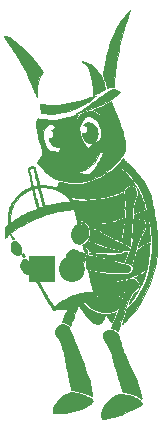
<source format=gbr>
G04 #@! TF.GenerationSoftware,KiCad,Pcbnew,(5.0.0-rc2-dev-321-g78161b592)*
G04 #@! TF.CreationDate,2018-09-15T23:15:39-06:00*
G04 #@! TF.ProjectId,trevor,747265766F722E6B696361645F706362,rev?*
G04 #@! TF.SameCoordinates,Original*
G04 #@! TF.FileFunction,Soldermask,Top*
G04 #@! TF.FilePolarity,Negative*
%FSLAX46Y46*%
G04 Gerber Fmt 4.6, Leading zero omitted, Abs format (unit mm)*
G04 Created by KiCad (PCBNEW (5.0.0-rc2-dev-321-g78161b592)) date 09/15/18 23:15:39*
%MOMM*%
%LPD*%
G01*
G04 APERTURE LIST*
%ADD10C,0.010000*%
%ADD11R,2.200000X2.200000*%
%ADD12C,2.200000*%
G04 APERTURE END LIST*
D10*
G36*
X92563407Y-58607687D02*
X92682286Y-58650885D01*
X92802448Y-58726768D01*
X92930764Y-58838765D01*
X92931514Y-58839495D01*
X93054303Y-58988238D01*
X93144571Y-59161194D01*
X93200700Y-59353638D01*
X93221068Y-59560848D01*
X93217048Y-59672135D01*
X93187111Y-59866319D01*
X93131411Y-60027129D01*
X93050004Y-60154455D01*
X92942947Y-60248189D01*
X92902690Y-60271377D01*
X92813519Y-60304902D01*
X92708262Y-60326378D01*
X92603838Y-60333702D01*
X92517164Y-60324768D01*
X92503863Y-60320982D01*
X92341216Y-60246067D01*
X92196650Y-60136708D01*
X92074759Y-59998592D01*
X91980137Y-59837402D01*
X91917376Y-59658823D01*
X91900804Y-59574651D01*
X91886342Y-59478217D01*
X91991484Y-59499755D01*
X92104088Y-59507242D01*
X92195302Y-59478776D01*
X92265739Y-59413866D01*
X92316010Y-59312021D01*
X92339074Y-59220967D01*
X92350708Y-59144914D01*
X92349844Y-59091509D01*
X92334974Y-59042516D01*
X92321970Y-59014294D01*
X92265707Y-58940366D01*
X92184827Y-58883737D01*
X92095158Y-58854479D01*
X92067791Y-58852541D01*
X92016360Y-58852541D01*
X92057411Y-58786395D01*
X92099508Y-58736673D01*
X92161474Y-58683034D01*
X92199125Y-58656750D01*
X92264354Y-58620095D01*
X92323703Y-58600942D01*
X92396766Y-58594144D01*
X92438936Y-58593743D01*
X92563407Y-58607687D01*
X92563407Y-58607687D01*
G37*
X92563407Y-58607687D02*
X92682286Y-58650885D01*
X92802448Y-58726768D01*
X92930764Y-58838765D01*
X92931514Y-58839495D01*
X93054303Y-58988238D01*
X93144571Y-59161194D01*
X93200700Y-59353638D01*
X93221068Y-59560848D01*
X93217048Y-59672135D01*
X93187111Y-59866319D01*
X93131411Y-60027129D01*
X93050004Y-60154455D01*
X92942947Y-60248189D01*
X92902690Y-60271377D01*
X92813519Y-60304902D01*
X92708262Y-60326378D01*
X92603838Y-60333702D01*
X92517164Y-60324768D01*
X92503863Y-60320982D01*
X92341216Y-60246067D01*
X92196650Y-60136708D01*
X92074759Y-59998592D01*
X91980137Y-59837402D01*
X91917376Y-59658823D01*
X91900804Y-59574651D01*
X91886342Y-59478217D01*
X91991484Y-59499755D01*
X92104088Y-59507242D01*
X92195302Y-59478776D01*
X92265739Y-59413866D01*
X92316010Y-59312021D01*
X92339074Y-59220967D01*
X92350708Y-59144914D01*
X92349844Y-59091509D01*
X92334974Y-59042516D01*
X92321970Y-59014294D01*
X92265707Y-58940366D01*
X92184827Y-58883737D01*
X92095158Y-58854479D01*
X92067791Y-58852541D01*
X92016360Y-58852541D01*
X92057411Y-58786395D01*
X92099508Y-58736673D01*
X92161474Y-58683034D01*
X92199125Y-58656750D01*
X92264354Y-58620095D01*
X92323703Y-58600942D01*
X92396766Y-58594144D01*
X92438936Y-58593743D01*
X92563407Y-58607687D01*
G36*
X95964245Y-49107738D02*
X95947258Y-49163483D01*
X95919535Y-49247965D01*
X95882917Y-49355654D01*
X95839248Y-49481018D01*
X95804517Y-49578999D01*
X95675925Y-49944583D01*
X95561394Y-50282717D01*
X95459076Y-50600533D01*
X95367125Y-50905163D01*
X95283693Y-51203741D01*
X95206935Y-51503399D01*
X95135001Y-51811269D01*
X95066046Y-52134483D01*
X94998223Y-52480174D01*
X94929684Y-52855475D01*
X94876131Y-53164000D01*
X94817345Y-53517951D01*
X94767809Y-53836900D01*
X94726797Y-54126986D01*
X94693580Y-54394346D01*
X94667430Y-54645119D01*
X94647621Y-54885443D01*
X94633423Y-55121457D01*
X94627349Y-55262109D01*
X94614252Y-55613969D01*
X94442834Y-55612146D01*
X94309087Y-55617527D01*
X94197561Y-55638584D01*
X94150597Y-55653576D01*
X94081751Y-55676416D01*
X94042403Y-55683472D01*
X94023166Y-55675693D01*
X94018306Y-55666933D01*
X94009994Y-55625142D01*
X94006522Y-55569977D01*
X93998436Y-55514288D01*
X93976388Y-55427920D01*
X93943169Y-55319072D01*
X93901567Y-55195942D01*
X93854374Y-55066729D01*
X93804378Y-54939632D01*
X93754371Y-54822849D01*
X93746076Y-54804627D01*
X93652278Y-54600639D01*
X93689492Y-54480278D01*
X93706418Y-54412603D01*
X93725555Y-54315428D01*
X93744638Y-54201349D01*
X93761403Y-54082961D01*
X93762515Y-54074166D01*
X93830466Y-53613897D01*
X93918003Y-53169027D01*
X94028347Y-52725444D01*
X94164719Y-52269034D01*
X94197320Y-52169166D01*
X94387226Y-51639589D01*
X94595740Y-51141512D01*
X94821905Y-50676860D01*
X95064762Y-50247557D01*
X95323353Y-49855529D01*
X95403834Y-49745507D01*
X95473822Y-49654304D01*
X95552347Y-49555554D01*
X95634981Y-49454425D01*
X95717294Y-49356087D01*
X95794859Y-49265708D01*
X95863248Y-49188456D01*
X95918031Y-49129502D01*
X95954780Y-49094012D01*
X95968653Y-49086264D01*
X95964245Y-49107738D01*
X95964245Y-49107738D01*
G37*
X95964245Y-49107738D02*
X95947258Y-49163483D01*
X95919535Y-49247965D01*
X95882917Y-49355654D01*
X95839248Y-49481018D01*
X95804517Y-49578999D01*
X95675925Y-49944583D01*
X95561394Y-50282717D01*
X95459076Y-50600533D01*
X95367125Y-50905163D01*
X95283693Y-51203741D01*
X95206935Y-51503399D01*
X95135001Y-51811269D01*
X95066046Y-52134483D01*
X94998223Y-52480174D01*
X94929684Y-52855475D01*
X94876131Y-53164000D01*
X94817345Y-53517951D01*
X94767809Y-53836900D01*
X94726797Y-54126986D01*
X94693580Y-54394346D01*
X94667430Y-54645119D01*
X94647621Y-54885443D01*
X94633423Y-55121457D01*
X94627349Y-55262109D01*
X94614252Y-55613969D01*
X94442834Y-55612146D01*
X94309087Y-55617527D01*
X94197561Y-55638584D01*
X94150597Y-55653576D01*
X94081751Y-55676416D01*
X94042403Y-55683472D01*
X94023166Y-55675693D01*
X94018306Y-55666933D01*
X94009994Y-55625142D01*
X94006522Y-55569977D01*
X93998436Y-55514288D01*
X93976388Y-55427920D01*
X93943169Y-55319072D01*
X93901567Y-55195942D01*
X93854374Y-55066729D01*
X93804378Y-54939632D01*
X93754371Y-54822849D01*
X93746076Y-54804627D01*
X93652278Y-54600639D01*
X93689492Y-54480278D01*
X93706418Y-54412603D01*
X93725555Y-54315428D01*
X93744638Y-54201349D01*
X93761403Y-54082961D01*
X93762515Y-54074166D01*
X93830466Y-53613897D01*
X93918003Y-53169027D01*
X94028347Y-52725444D01*
X94164719Y-52269034D01*
X94197320Y-52169166D01*
X94387226Y-51639589D01*
X94595740Y-51141512D01*
X94821905Y-50676860D01*
X95064762Y-50247557D01*
X95323353Y-49855529D01*
X95403834Y-49745507D01*
X95473822Y-49654304D01*
X95552347Y-49555554D01*
X95634981Y-49454425D01*
X95717294Y-49356087D01*
X95794859Y-49265708D01*
X95863248Y-49188456D01*
X95918031Y-49129502D01*
X95954780Y-49094012D01*
X95968653Y-49086264D01*
X95964245Y-49107738D01*
G36*
X91921495Y-53424102D02*
X91976168Y-53432502D01*
X92054563Y-53446600D01*
X92125579Y-53460427D01*
X92368937Y-53527458D01*
X92587305Y-53626841D01*
X92785564Y-53760932D01*
X92836355Y-53803459D01*
X93083830Y-54047381D01*
X93299511Y-54318316D01*
X93481915Y-54613727D01*
X93629562Y-54931074D01*
X93740969Y-55267820D01*
X93776403Y-55413539D01*
X93798737Y-55508261D01*
X93822343Y-55596147D01*
X93843165Y-55662443D01*
X93849054Y-55677837D01*
X93867756Y-55726519D01*
X93875305Y-55754331D01*
X93874820Y-55756448D01*
X93854898Y-55767668D01*
X93807920Y-55793671D01*
X93743946Y-55828889D01*
X93742250Y-55829820D01*
X93656671Y-55879473D01*
X93568343Y-55934824D01*
X93514835Y-55970995D01*
X93465416Y-56001008D01*
X93390454Y-56040426D01*
X93298680Y-56085309D01*
X93198824Y-56131716D01*
X93099617Y-56175705D01*
X93009790Y-56213334D01*
X92938074Y-56240663D01*
X92893199Y-56253749D01*
X92887216Y-56254333D01*
X92864706Y-56243103D01*
X92863615Y-56238458D01*
X92861385Y-56201003D01*
X92855634Y-56128682D01*
X92847043Y-56028753D01*
X92836291Y-55908476D01*
X92824060Y-55775109D01*
X92811030Y-55635909D01*
X92797881Y-55498137D01*
X92785294Y-55369049D01*
X92773949Y-55255905D01*
X92764526Y-55165963D01*
X92757706Y-55106481D01*
X92756965Y-55100750D01*
X92698303Y-54756081D01*
X92618518Y-54447930D01*
X92517504Y-54176069D01*
X92395156Y-53940267D01*
X92251367Y-53740295D01*
X92086031Y-53575925D01*
X92033944Y-53534813D01*
X91970351Y-53486017D01*
X91923328Y-53447511D01*
X91900361Y-53425526D01*
X91899404Y-53422873D01*
X91921495Y-53424102D01*
X91921495Y-53424102D01*
G37*
X91921495Y-53424102D02*
X91976168Y-53432502D01*
X92054563Y-53446600D01*
X92125579Y-53460427D01*
X92368937Y-53527458D01*
X92587305Y-53626841D01*
X92785564Y-53760932D01*
X92836355Y-53803459D01*
X93083830Y-54047381D01*
X93299511Y-54318316D01*
X93481915Y-54613727D01*
X93629562Y-54931074D01*
X93740969Y-55267820D01*
X93776403Y-55413539D01*
X93798737Y-55508261D01*
X93822343Y-55596147D01*
X93843165Y-55662443D01*
X93849054Y-55677837D01*
X93867756Y-55726519D01*
X93875305Y-55754331D01*
X93874820Y-55756448D01*
X93854898Y-55767668D01*
X93807920Y-55793671D01*
X93743946Y-55828889D01*
X93742250Y-55829820D01*
X93656671Y-55879473D01*
X93568343Y-55934824D01*
X93514835Y-55970995D01*
X93465416Y-56001008D01*
X93390454Y-56040426D01*
X93298680Y-56085309D01*
X93198824Y-56131716D01*
X93099617Y-56175705D01*
X93009790Y-56213334D01*
X92938074Y-56240663D01*
X92893199Y-56253749D01*
X92887216Y-56254333D01*
X92864706Y-56243103D01*
X92863615Y-56238458D01*
X92861385Y-56201003D01*
X92855634Y-56128682D01*
X92847043Y-56028753D01*
X92836291Y-55908476D01*
X92824060Y-55775109D01*
X92811030Y-55635909D01*
X92797881Y-55498137D01*
X92785294Y-55369049D01*
X92773949Y-55255905D01*
X92764526Y-55165963D01*
X92757706Y-55106481D01*
X92756965Y-55100750D01*
X92698303Y-54756081D01*
X92618518Y-54447930D01*
X92517504Y-54176069D01*
X92395156Y-53940267D01*
X92251367Y-53740295D01*
X92086031Y-53575925D01*
X92033944Y-53534813D01*
X91970351Y-53486017D01*
X91923328Y-53447511D01*
X91900361Y-53425526D01*
X91899404Y-53422873D01*
X91921495Y-53424102D01*
G36*
X85383838Y-51270790D02*
X85464055Y-51292175D01*
X85556285Y-51321863D01*
X85651541Y-51357119D01*
X85740832Y-51395205D01*
X85765557Y-51406992D01*
X85858602Y-51456114D01*
X85953899Y-51513901D01*
X86055262Y-51583377D01*
X86166505Y-51667566D01*
X86291444Y-51769490D01*
X86433891Y-51892173D01*
X86597663Y-52038638D01*
X86786573Y-52211908D01*
X86819023Y-52241985D01*
X86968699Y-52385107D01*
X87129489Y-52546442D01*
X87297734Y-52721752D01*
X87469773Y-52906800D01*
X87641949Y-53097349D01*
X87810599Y-53289160D01*
X87972065Y-53477997D01*
X88122688Y-53659623D01*
X88258806Y-53829799D01*
X88376761Y-53984288D01*
X88472892Y-54118854D01*
X88543540Y-54229258D01*
X88558943Y-54256526D01*
X88575384Y-54289350D01*
X88580825Y-54317023D01*
X88572503Y-54349557D01*
X88547655Y-54396963D01*
X88503518Y-54469253D01*
X88497601Y-54478776D01*
X88389316Y-54679058D01*
X88291486Y-54912545D01*
X88207562Y-55170691D01*
X88185824Y-55250846D01*
X88136712Y-55461452D01*
X88104210Y-55656487D01*
X88086494Y-55852358D01*
X88081737Y-56065475D01*
X88083346Y-56171695D01*
X88085862Y-56281795D01*
X88087671Y-56375153D01*
X88088658Y-56444434D01*
X88088706Y-56482301D01*
X88088354Y-56487166D01*
X88080080Y-56468344D01*
X88058011Y-56415141D01*
X88024143Y-56332454D01*
X87980474Y-56225179D01*
X87929002Y-56098214D01*
X87871723Y-55956455D01*
X87857407Y-55920958D01*
X87688320Y-55508169D01*
X87527849Y-55130407D01*
X87373426Y-54781870D01*
X87222481Y-54456756D01*
X87077231Y-54158833D01*
X86996271Y-53998524D01*
X86918355Y-53848405D01*
X86840992Y-53704439D01*
X86761691Y-53562588D01*
X86677960Y-53418813D01*
X86587308Y-53269078D01*
X86487244Y-53109345D01*
X86375277Y-52935575D01*
X86248916Y-52743732D01*
X86105669Y-52529777D01*
X85943045Y-52289673D01*
X85758553Y-52019382D01*
X85745018Y-51999610D01*
X85656926Y-51869076D01*
X85571980Y-51739741D01*
X85493177Y-51616508D01*
X85423512Y-51504280D01*
X85365980Y-51407957D01*
X85323578Y-51332444D01*
X85299301Y-51282641D01*
X85295402Y-51263875D01*
X85324625Y-51260445D01*
X85383838Y-51270790D01*
X85383838Y-51270790D01*
G37*
X85383838Y-51270790D02*
X85464055Y-51292175D01*
X85556285Y-51321863D01*
X85651541Y-51357119D01*
X85740832Y-51395205D01*
X85765557Y-51406992D01*
X85858602Y-51456114D01*
X85953899Y-51513901D01*
X86055262Y-51583377D01*
X86166505Y-51667566D01*
X86291444Y-51769490D01*
X86433891Y-51892173D01*
X86597663Y-52038638D01*
X86786573Y-52211908D01*
X86819023Y-52241985D01*
X86968699Y-52385107D01*
X87129489Y-52546442D01*
X87297734Y-52721752D01*
X87469773Y-52906800D01*
X87641949Y-53097349D01*
X87810599Y-53289160D01*
X87972065Y-53477997D01*
X88122688Y-53659623D01*
X88258806Y-53829799D01*
X88376761Y-53984288D01*
X88472892Y-54118854D01*
X88543540Y-54229258D01*
X88558943Y-54256526D01*
X88575384Y-54289350D01*
X88580825Y-54317023D01*
X88572503Y-54349557D01*
X88547655Y-54396963D01*
X88503518Y-54469253D01*
X88497601Y-54478776D01*
X88389316Y-54679058D01*
X88291486Y-54912545D01*
X88207562Y-55170691D01*
X88185824Y-55250846D01*
X88136712Y-55461452D01*
X88104210Y-55656487D01*
X88086494Y-55852358D01*
X88081737Y-56065475D01*
X88083346Y-56171695D01*
X88085862Y-56281795D01*
X88087671Y-56375153D01*
X88088658Y-56444434D01*
X88088706Y-56482301D01*
X88088354Y-56487166D01*
X88080080Y-56468344D01*
X88058011Y-56415141D01*
X88024143Y-56332454D01*
X87980474Y-56225179D01*
X87929002Y-56098214D01*
X87871723Y-55956455D01*
X87857407Y-55920958D01*
X87688320Y-55508169D01*
X87527849Y-55130407D01*
X87373426Y-54781870D01*
X87222481Y-54456756D01*
X87077231Y-54158833D01*
X86996271Y-53998524D01*
X86918355Y-53848405D01*
X86840992Y-53704439D01*
X86761691Y-53562588D01*
X86677960Y-53418813D01*
X86587308Y-53269078D01*
X86487244Y-53109345D01*
X86375277Y-52935575D01*
X86248916Y-52743732D01*
X86105669Y-52529777D01*
X85943045Y-52289673D01*
X85758553Y-52019382D01*
X85745018Y-51999610D01*
X85656926Y-51869076D01*
X85571980Y-51739741D01*
X85493177Y-51616508D01*
X85423512Y-51504280D01*
X85365980Y-51407957D01*
X85323578Y-51332444D01*
X85299301Y-51282641D01*
X85295402Y-51263875D01*
X85324625Y-51260445D01*
X85383838Y-51270790D01*
G36*
X94584148Y-55775948D02*
X94586480Y-55776198D01*
X94672544Y-55795018D01*
X94778077Y-55831884D01*
X94887935Y-55880471D01*
X94986973Y-55934449D01*
X95024588Y-55959249D01*
X95087145Y-56003793D01*
X94990296Y-56113188D01*
X94850398Y-56257092D01*
X94684667Y-56404451D01*
X94506795Y-56543560D01*
X94398417Y-56619207D01*
X94189657Y-56747291D01*
X93941358Y-56881003D01*
X93655804Y-57019399D01*
X93335275Y-57161530D01*
X92982054Y-57306451D01*
X92598421Y-57453214D01*
X92186658Y-57600873D01*
X91749048Y-57748482D01*
X91429792Y-57850885D01*
X91393362Y-57858723D01*
X91382167Y-57855756D01*
X91399393Y-57841701D01*
X91445303Y-57813001D01*
X91511247Y-57774966D01*
X91537959Y-57760155D01*
X91652358Y-57693489D01*
X91799706Y-57601014D01*
X91979605Y-57482999D01*
X92191658Y-57339713D01*
X92435466Y-57171428D01*
X92710633Y-56978412D01*
X93016760Y-56760935D01*
X93122211Y-56685492D01*
X93292542Y-56564118D01*
X93464794Y-56442626D01*
X93633169Y-56325018D01*
X93791868Y-56215299D01*
X93935090Y-56117473D01*
X94057037Y-56035545D01*
X94151909Y-55973518D01*
X94169961Y-55962066D01*
X94283305Y-55891057D01*
X94367542Y-55839786D01*
X94429302Y-55805293D01*
X94475214Y-55784621D01*
X94511906Y-55774812D01*
X94546007Y-55772907D01*
X94584148Y-55775948D01*
X94584148Y-55775948D01*
G37*
X94584148Y-55775948D02*
X94586480Y-55776198D01*
X94672544Y-55795018D01*
X94778077Y-55831884D01*
X94887935Y-55880471D01*
X94986973Y-55934449D01*
X95024588Y-55959249D01*
X95087145Y-56003793D01*
X94990296Y-56113188D01*
X94850398Y-56257092D01*
X94684667Y-56404451D01*
X94506795Y-56543560D01*
X94398417Y-56619207D01*
X94189657Y-56747291D01*
X93941358Y-56881003D01*
X93655804Y-57019399D01*
X93335275Y-57161530D01*
X92982054Y-57306451D01*
X92598421Y-57453214D01*
X92186658Y-57600873D01*
X91749048Y-57748482D01*
X91429792Y-57850885D01*
X91393362Y-57858723D01*
X91382167Y-57855756D01*
X91399393Y-57841701D01*
X91445303Y-57813001D01*
X91511247Y-57774966D01*
X91537959Y-57760155D01*
X91652358Y-57693489D01*
X91799706Y-57601014D01*
X91979605Y-57482999D01*
X92191658Y-57339713D01*
X92435466Y-57171428D01*
X92710633Y-56978412D01*
X93016760Y-56760935D01*
X93122211Y-56685492D01*
X93292542Y-56564118D01*
X93464794Y-56442626D01*
X93633169Y-56325018D01*
X93791868Y-56215299D01*
X93935090Y-56117473D01*
X94057037Y-56035545D01*
X94151909Y-55973518D01*
X94169961Y-55962066D01*
X94283305Y-55891057D01*
X94367542Y-55839786D01*
X94429302Y-55805293D01*
X94475214Y-55784621D01*
X94511906Y-55774812D01*
X94546007Y-55772907D01*
X94584148Y-55775948D01*
G36*
X93076964Y-56329979D02*
X93058592Y-56354963D01*
X93014043Y-56397632D01*
X92947558Y-56454676D01*
X92863380Y-56522786D01*
X92765752Y-56598652D01*
X92658915Y-56678964D01*
X92547112Y-56760414D01*
X92434585Y-56839691D01*
X92325576Y-56913486D01*
X92245499Y-56965251D01*
X92108324Y-57046975D01*
X91943345Y-57137769D01*
X91762352Y-57231720D01*
X91577134Y-57322914D01*
X91399482Y-57405442D01*
X91241185Y-57473388D01*
X91198346Y-57490389D01*
X90768591Y-57636482D01*
X90329180Y-57746494D01*
X89885945Y-57819484D01*
X89444714Y-57854508D01*
X89011318Y-57850626D01*
X88979750Y-57848769D01*
X88883478Y-57841396D01*
X88779511Y-57831204D01*
X88676666Y-57819337D01*
X88583758Y-57806943D01*
X88509605Y-57795168D01*
X88463021Y-57785158D01*
X88451675Y-57780098D01*
X88446248Y-57756314D01*
X88436023Y-57698882D01*
X88422271Y-57616051D01*
X88406266Y-57516069D01*
X88389279Y-57407186D01*
X88372585Y-57297648D01*
X88357454Y-57195705D01*
X88345160Y-57109605D01*
X88336976Y-57047597D01*
X88334167Y-57018481D01*
X88352204Y-57008704D01*
X88402959Y-57018478D01*
X88451658Y-57030343D01*
X88530422Y-57046756D01*
X88627546Y-57065367D01*
X88711979Y-57080500D01*
X88979011Y-57113175D01*
X89278975Y-57125073D01*
X89608239Y-57116753D01*
X89963170Y-57088774D01*
X90340135Y-57041694D01*
X90735503Y-56976071D01*
X91145641Y-56892463D01*
X91566917Y-56791430D01*
X91995698Y-56673529D01*
X92428353Y-56539319D01*
X92594569Y-56483629D01*
X92723862Y-56439552D01*
X92841522Y-56399718D01*
X92940966Y-56366335D01*
X93015608Y-56341609D01*
X93058865Y-56327747D01*
X93064917Y-56325989D01*
X93076964Y-56329979D01*
X93076964Y-56329979D01*
G37*
X93076964Y-56329979D02*
X93058592Y-56354963D01*
X93014043Y-56397632D01*
X92947558Y-56454676D01*
X92863380Y-56522786D01*
X92765752Y-56598652D01*
X92658915Y-56678964D01*
X92547112Y-56760414D01*
X92434585Y-56839691D01*
X92325576Y-56913486D01*
X92245499Y-56965251D01*
X92108324Y-57046975D01*
X91943345Y-57137769D01*
X91762352Y-57231720D01*
X91577134Y-57322914D01*
X91399482Y-57405442D01*
X91241185Y-57473388D01*
X91198346Y-57490389D01*
X90768591Y-57636482D01*
X90329180Y-57746494D01*
X89885945Y-57819484D01*
X89444714Y-57854508D01*
X89011318Y-57850626D01*
X88979750Y-57848769D01*
X88883478Y-57841396D01*
X88779511Y-57831204D01*
X88676666Y-57819337D01*
X88583758Y-57806943D01*
X88509605Y-57795168D01*
X88463021Y-57785158D01*
X88451675Y-57780098D01*
X88446248Y-57756314D01*
X88436023Y-57698882D01*
X88422271Y-57616051D01*
X88406266Y-57516069D01*
X88389279Y-57407186D01*
X88372585Y-57297648D01*
X88357454Y-57195705D01*
X88345160Y-57109605D01*
X88336976Y-57047597D01*
X88334167Y-57018481D01*
X88352204Y-57008704D01*
X88402959Y-57018478D01*
X88451658Y-57030343D01*
X88530422Y-57046756D01*
X88627546Y-57065367D01*
X88711979Y-57080500D01*
X88979011Y-57113175D01*
X89278975Y-57125073D01*
X89608239Y-57116753D01*
X89963170Y-57088774D01*
X90340135Y-57041694D01*
X90735503Y-56976071D01*
X91145641Y-56892463D01*
X91566917Y-56791430D01*
X91995698Y-56673529D01*
X92428353Y-56539319D01*
X92594569Y-56483629D01*
X92723862Y-56439552D01*
X92841522Y-56399718D01*
X92940966Y-56366335D01*
X93015608Y-56341609D01*
X93058865Y-56327747D01*
X93064917Y-56325989D01*
X93076964Y-56329979D01*
G36*
X94367166Y-56823331D02*
X94384086Y-56872632D01*
X94405913Y-56942531D01*
X94409434Y-56954290D01*
X94430668Y-57021713D01*
X94456766Y-57096563D01*
X94489716Y-57183773D01*
X94531505Y-57288279D01*
X94584121Y-57415018D01*
X94649552Y-57568924D01*
X94729784Y-57754933D01*
X94758312Y-57820666D01*
X94894894Y-58145316D01*
X95022357Y-58468731D01*
X95139524Y-58786957D01*
X95245220Y-59096042D01*
X95338268Y-59392032D01*
X95417493Y-59670975D01*
X95481719Y-59928916D01*
X95529769Y-60161903D01*
X95560469Y-60365982D01*
X95572641Y-60537202D01*
X95572799Y-60558796D01*
X95562412Y-60740378D01*
X95530447Y-60914415D01*
X95474500Y-61086155D01*
X95392168Y-61260843D01*
X95281047Y-61443727D01*
X95138733Y-61640052D01*
X94997740Y-61813957D01*
X94940402Y-61877628D01*
X94860664Y-61960203D01*
X94765122Y-62055424D01*
X94660368Y-62157032D01*
X94552999Y-62258769D01*
X94449608Y-62354379D01*
X94356790Y-62437602D01*
X94281139Y-62502181D01*
X94234365Y-62538368D01*
X94197819Y-62565659D01*
X94138103Y-62612118D01*
X94064872Y-62670183D01*
X94017417Y-62708291D01*
X93677102Y-62956087D01*
X93315790Y-63168141D01*
X92936528Y-63343549D01*
X92542367Y-63481409D01*
X92136357Y-63580817D01*
X91721546Y-63640871D01*
X91300984Y-63660668D01*
X90877720Y-63639304D01*
X90874167Y-63638948D01*
X90470596Y-63579260D01*
X90085264Y-63483620D01*
X89720029Y-63352849D01*
X89376748Y-63187767D01*
X89057277Y-62989193D01*
X88787690Y-62777008D01*
X91629817Y-62777008D01*
X91744117Y-62842853D01*
X91871674Y-62912682D01*
X91976123Y-62960036D01*
X92067965Y-62988182D01*
X92157699Y-63000386D01*
X92250000Y-63000216D01*
X92377649Y-62986069D01*
X92476767Y-62956361D01*
X92500813Y-62945002D01*
X92622988Y-62864810D01*
X92752879Y-62747649D01*
X92887672Y-62597553D01*
X93024553Y-62418557D01*
X93160710Y-62214694D01*
X93293329Y-61990000D01*
X93419596Y-61748508D01*
X93536698Y-61494252D01*
X93573323Y-61407084D01*
X93614021Y-61311875D01*
X93656125Y-61219998D01*
X93692638Y-61146511D01*
X93704060Y-61125726D01*
X93757234Y-61033535D01*
X93665076Y-61048256D01*
X93557122Y-61066152D01*
X93482107Y-61083126D01*
X93431199Y-61105144D01*
X93395567Y-61138174D01*
X93366380Y-61188180D01*
X93334807Y-61261129D01*
X93328936Y-61275348D01*
X93208612Y-61524099D01*
X93057035Y-61768489D01*
X92881285Y-61999339D01*
X92688440Y-62207470D01*
X92485580Y-62383704D01*
X92458473Y-62404064D01*
X92271424Y-62525086D01*
X92061786Y-62632090D01*
X91847048Y-62716769D01*
X91722950Y-62753426D01*
X91629817Y-62777008D01*
X88787690Y-62777008D01*
X88763475Y-62757949D01*
X88656783Y-62659599D01*
X88576982Y-62579013D01*
X88489262Y-62484245D01*
X88399135Y-62381939D01*
X88312112Y-62278741D01*
X88233706Y-62181294D01*
X88169426Y-62096243D01*
X88124784Y-62030234D01*
X88107611Y-61997494D01*
X88113022Y-61962719D01*
X88141661Y-61902450D01*
X88189394Y-61823492D01*
X88252086Y-61732651D01*
X88325600Y-61636732D01*
X88330506Y-61630666D01*
X88433245Y-61484899D01*
X88499968Y-61341819D01*
X88534951Y-61191124D01*
X88541208Y-61123085D01*
X88543568Y-61067161D01*
X88542621Y-61017463D01*
X88536719Y-60966741D01*
X88524216Y-60907745D01*
X88503467Y-60833222D01*
X88472824Y-60735923D01*
X88430643Y-60608597D01*
X88411358Y-60551166D01*
X88346036Y-60354131D01*
X88293713Y-60188898D01*
X88252373Y-60047688D01*
X88220003Y-59922723D01*
X88194587Y-59806221D01*
X88175339Y-59697342D01*
X88610687Y-59697342D01*
X88618168Y-59953681D01*
X88663816Y-60206429D01*
X88746791Y-60450488D01*
X88866253Y-60680763D01*
X88986412Y-60850250D01*
X89116680Y-61011750D01*
X89323382Y-61027243D01*
X89443176Y-61038914D01*
X89575628Y-61055980D01*
X89696200Y-61075198D01*
X89720584Y-61079759D01*
X89805930Y-61095165D01*
X89875132Y-61105453D01*
X89918032Y-61109215D01*
X89926384Y-61108246D01*
X89939985Y-61085074D01*
X89960714Y-61032726D01*
X89983215Y-60965252D01*
X90007722Y-60881096D01*
X90028752Y-60800537D01*
X90039480Y-60752251D01*
X90047525Y-60701960D01*
X90042014Y-60685039D01*
X90017694Y-60693346D01*
X90005600Y-60699725D01*
X89927936Y-60719921D01*
X89827547Y-60714528D01*
X89713047Y-60686424D01*
X89593046Y-60638485D01*
X89476157Y-60573586D01*
X89370991Y-60494604D01*
X89358973Y-60483768D01*
X89272141Y-60382611D01*
X89197993Y-60256805D01*
X89145141Y-60123127D01*
X89124576Y-60027104D01*
X89111437Y-59916166D01*
X89189520Y-59916166D01*
X89293565Y-59898825D01*
X89374841Y-59846022D01*
X89432666Y-59761894D01*
X89463879Y-59666944D01*
X89476628Y-59559791D01*
X89469971Y-59458271D01*
X89451879Y-59396991D01*
X89414923Y-59347777D01*
X89362606Y-59308403D01*
X89298620Y-59275315D01*
X89358359Y-59220384D01*
X91692638Y-59220384D01*
X91699481Y-59307115D01*
X91744967Y-59588714D01*
X91823610Y-59865543D01*
X91932104Y-60129971D01*
X92067141Y-60374369D01*
X92225416Y-60591108D01*
X92285257Y-60658559D01*
X92383247Y-60763318D01*
X92504777Y-60647398D01*
X92577524Y-60584021D01*
X92671364Y-60510632D01*
X92771035Y-60438911D01*
X92819281Y-60406684D01*
X92927888Y-60340446D01*
X93052369Y-60270618D01*
X93171674Y-60208834D01*
X93213214Y-60188986D01*
X93414174Y-60096083D01*
X93458194Y-59979666D01*
X93505259Y-59830171D01*
X93531291Y-59679750D01*
X93538405Y-59513057D01*
X93535526Y-59418750D01*
X93510112Y-59212234D01*
X93456801Y-59000251D01*
X93380597Y-58800110D01*
X93325420Y-58691951D01*
X93236884Y-58562823D01*
X93123068Y-58435395D01*
X92992499Y-58316537D01*
X92853701Y-58213122D01*
X92715201Y-58132023D01*
X92585523Y-58080111D01*
X92557495Y-58072945D01*
X92483651Y-58060406D01*
X92419550Y-58062031D01*
X92343187Y-58078913D01*
X92323260Y-58084578D01*
X92260974Y-58105740D01*
X92207330Y-58133257D01*
X92152070Y-58174243D01*
X92084938Y-58235815D01*
X92037352Y-58282926D01*
X91897739Y-58444534D01*
X91795159Y-58613934D01*
X91727915Y-58796276D01*
X91694308Y-58996709D01*
X91692638Y-59220384D01*
X89358359Y-59220384D01*
X89409879Y-59173011D01*
X89479303Y-59116663D01*
X89551002Y-59070279D01*
X89604986Y-59045587D01*
X89657047Y-59026472D01*
X89686423Y-59008863D01*
X89688834Y-59004296D01*
X89672085Y-58977140D01*
X89627594Y-58934880D01*
X89563991Y-58884070D01*
X89489905Y-58831265D01*
X89413968Y-58783018D01*
X89355075Y-58750815D01*
X89281039Y-58716354D01*
X89230638Y-58700026D01*
X89190692Y-58699066D01*
X89153992Y-58708648D01*
X89029027Y-58771935D01*
X88912983Y-58871222D01*
X88811485Y-59000308D01*
X88730160Y-59152989D01*
X88713582Y-59194271D01*
X88642212Y-59442506D01*
X88610687Y-59697342D01*
X88175339Y-59697342D01*
X88174112Y-59690404D01*
X88156562Y-59567493D01*
X88156487Y-59566916D01*
X88138006Y-59451635D01*
X88113406Y-59335166D01*
X88086514Y-59234521D01*
X88072155Y-59192129D01*
X88015759Y-58987391D01*
X88001113Y-58777456D01*
X88016042Y-58623435D01*
X88037789Y-58518797D01*
X88066357Y-58421785D01*
X88098544Y-58339934D01*
X88131151Y-58280773D01*
X88160976Y-58251837D01*
X88174219Y-58251194D01*
X88264221Y-58277192D01*
X88388750Y-58300914D01*
X88540027Y-58321708D01*
X88710276Y-58338922D01*
X88891721Y-58351901D01*
X89076584Y-58359995D01*
X89257090Y-58362550D01*
X89425461Y-58358913D01*
X89446253Y-58357942D01*
X89583302Y-58353194D01*
X89685666Y-58355815D01*
X89760620Y-58367574D01*
X89815441Y-58390240D01*
X89857405Y-58425583D01*
X89887262Y-58465168D01*
X89923209Y-58503839D01*
X89958386Y-58518544D01*
X89981572Y-58506547D01*
X89985167Y-58489040D01*
X89972350Y-58454317D01*
X89940629Y-58406420D01*
X89931548Y-58395192D01*
X89877930Y-58331471D01*
X89979173Y-58317940D01*
X90345687Y-58258032D01*
X90738633Y-58173150D01*
X91151404Y-58064786D01*
X91323959Y-58014181D01*
X91409791Y-57988873D01*
X91478162Y-57969885D01*
X91520597Y-57959499D01*
X91530334Y-57958604D01*
X91521615Y-57979556D01*
X91498994Y-58027042D01*
X91473894Y-58077724D01*
X91446100Y-58148928D01*
X91425964Y-58230859D01*
X91414575Y-58312698D01*
X91413020Y-58383628D01*
X91422389Y-58432831D01*
X91436551Y-58448745D01*
X91453442Y-58433881D01*
X91479815Y-58387450D01*
X91511221Y-58317859D01*
X91527461Y-58276903D01*
X91581566Y-58152587D01*
X91642327Y-58053288D01*
X91701362Y-57981591D01*
X91740436Y-57939707D01*
X91775123Y-57907183D01*
X91812635Y-57880351D01*
X91860188Y-57855545D01*
X91924996Y-57829098D01*
X92014274Y-57797344D01*
X92135236Y-57756617D01*
X92160803Y-57748093D01*
X92311509Y-57699216D01*
X92430550Y-57664654D01*
X92525718Y-57643388D01*
X92604807Y-57634398D01*
X92675609Y-57636667D01*
X92745917Y-57649174D01*
X92801783Y-57664296D01*
X92898908Y-57696725D01*
X92991863Y-57736477D01*
X93087654Y-57787684D01*
X93193283Y-57854478D01*
X93315754Y-57940992D01*
X93462071Y-58051357D01*
X93475945Y-58062057D01*
X93494625Y-58071042D01*
X93498430Y-58051794D01*
X93492249Y-58011166D01*
X93462887Y-57944333D01*
X93401341Y-57866891D01*
X93314343Y-57784891D01*
X93208627Y-57704383D01*
X93090925Y-57631417D01*
X93039856Y-57604635D01*
X92964016Y-57566274D01*
X92905774Y-57535320D01*
X92873175Y-57516127D01*
X92869080Y-57512173D01*
X92889604Y-57503119D01*
X92942751Y-57481529D01*
X93021661Y-57450141D01*
X93119477Y-57411692D01*
X93181334Y-57387561D01*
X93428901Y-57286012D01*
X93673362Y-57175901D01*
X93903403Y-57062642D01*
X94107712Y-56951648D01*
X94174254Y-56912400D01*
X94250364Y-56866698D01*
X94311594Y-56830616D01*
X94349868Y-56808875D01*
X94358566Y-56804666D01*
X94367166Y-56823331D01*
X94367166Y-56823331D01*
G37*
X94367166Y-56823331D02*
X94384086Y-56872632D01*
X94405913Y-56942531D01*
X94409434Y-56954290D01*
X94430668Y-57021713D01*
X94456766Y-57096563D01*
X94489716Y-57183773D01*
X94531505Y-57288279D01*
X94584121Y-57415018D01*
X94649552Y-57568924D01*
X94729784Y-57754933D01*
X94758312Y-57820666D01*
X94894894Y-58145316D01*
X95022357Y-58468731D01*
X95139524Y-58786957D01*
X95245220Y-59096042D01*
X95338268Y-59392032D01*
X95417493Y-59670975D01*
X95481719Y-59928916D01*
X95529769Y-60161903D01*
X95560469Y-60365982D01*
X95572641Y-60537202D01*
X95572799Y-60558796D01*
X95562412Y-60740378D01*
X95530447Y-60914415D01*
X95474500Y-61086155D01*
X95392168Y-61260843D01*
X95281047Y-61443727D01*
X95138733Y-61640052D01*
X94997740Y-61813957D01*
X94940402Y-61877628D01*
X94860664Y-61960203D01*
X94765122Y-62055424D01*
X94660368Y-62157032D01*
X94552999Y-62258769D01*
X94449608Y-62354379D01*
X94356790Y-62437602D01*
X94281139Y-62502181D01*
X94234365Y-62538368D01*
X94197819Y-62565659D01*
X94138103Y-62612118D01*
X94064872Y-62670183D01*
X94017417Y-62708291D01*
X93677102Y-62956087D01*
X93315790Y-63168141D01*
X92936528Y-63343549D01*
X92542367Y-63481409D01*
X92136357Y-63580817D01*
X91721546Y-63640871D01*
X91300984Y-63660668D01*
X90877720Y-63639304D01*
X90874167Y-63638948D01*
X90470596Y-63579260D01*
X90085264Y-63483620D01*
X89720029Y-63352849D01*
X89376748Y-63187767D01*
X89057277Y-62989193D01*
X88787690Y-62777008D01*
X91629817Y-62777008D01*
X91744117Y-62842853D01*
X91871674Y-62912682D01*
X91976123Y-62960036D01*
X92067965Y-62988182D01*
X92157699Y-63000386D01*
X92250000Y-63000216D01*
X92377649Y-62986069D01*
X92476767Y-62956361D01*
X92500813Y-62945002D01*
X92622988Y-62864810D01*
X92752879Y-62747649D01*
X92887672Y-62597553D01*
X93024553Y-62418557D01*
X93160710Y-62214694D01*
X93293329Y-61990000D01*
X93419596Y-61748508D01*
X93536698Y-61494252D01*
X93573323Y-61407084D01*
X93614021Y-61311875D01*
X93656125Y-61219998D01*
X93692638Y-61146511D01*
X93704060Y-61125726D01*
X93757234Y-61033535D01*
X93665076Y-61048256D01*
X93557122Y-61066152D01*
X93482107Y-61083126D01*
X93431199Y-61105144D01*
X93395567Y-61138174D01*
X93366380Y-61188180D01*
X93334807Y-61261129D01*
X93328936Y-61275348D01*
X93208612Y-61524099D01*
X93057035Y-61768489D01*
X92881285Y-61999339D01*
X92688440Y-62207470D01*
X92485580Y-62383704D01*
X92458473Y-62404064D01*
X92271424Y-62525086D01*
X92061786Y-62632090D01*
X91847048Y-62716769D01*
X91722950Y-62753426D01*
X91629817Y-62777008D01*
X88787690Y-62777008D01*
X88763475Y-62757949D01*
X88656783Y-62659599D01*
X88576982Y-62579013D01*
X88489262Y-62484245D01*
X88399135Y-62381939D01*
X88312112Y-62278741D01*
X88233706Y-62181294D01*
X88169426Y-62096243D01*
X88124784Y-62030234D01*
X88107611Y-61997494D01*
X88113022Y-61962719D01*
X88141661Y-61902450D01*
X88189394Y-61823492D01*
X88252086Y-61732651D01*
X88325600Y-61636732D01*
X88330506Y-61630666D01*
X88433245Y-61484899D01*
X88499968Y-61341819D01*
X88534951Y-61191124D01*
X88541208Y-61123085D01*
X88543568Y-61067161D01*
X88542621Y-61017463D01*
X88536719Y-60966741D01*
X88524216Y-60907745D01*
X88503467Y-60833222D01*
X88472824Y-60735923D01*
X88430643Y-60608597D01*
X88411358Y-60551166D01*
X88346036Y-60354131D01*
X88293713Y-60188898D01*
X88252373Y-60047688D01*
X88220003Y-59922723D01*
X88194587Y-59806221D01*
X88175339Y-59697342D01*
X88610687Y-59697342D01*
X88618168Y-59953681D01*
X88663816Y-60206429D01*
X88746791Y-60450488D01*
X88866253Y-60680763D01*
X88986412Y-60850250D01*
X89116680Y-61011750D01*
X89323382Y-61027243D01*
X89443176Y-61038914D01*
X89575628Y-61055980D01*
X89696200Y-61075198D01*
X89720584Y-61079759D01*
X89805930Y-61095165D01*
X89875132Y-61105453D01*
X89918032Y-61109215D01*
X89926384Y-61108246D01*
X89939985Y-61085074D01*
X89960714Y-61032726D01*
X89983215Y-60965252D01*
X90007722Y-60881096D01*
X90028752Y-60800537D01*
X90039480Y-60752251D01*
X90047525Y-60701960D01*
X90042014Y-60685039D01*
X90017694Y-60693346D01*
X90005600Y-60699725D01*
X89927936Y-60719921D01*
X89827547Y-60714528D01*
X89713047Y-60686424D01*
X89593046Y-60638485D01*
X89476157Y-60573586D01*
X89370991Y-60494604D01*
X89358973Y-60483768D01*
X89272141Y-60382611D01*
X89197993Y-60256805D01*
X89145141Y-60123127D01*
X89124576Y-60027104D01*
X89111437Y-59916166D01*
X89189520Y-59916166D01*
X89293565Y-59898825D01*
X89374841Y-59846022D01*
X89432666Y-59761894D01*
X89463879Y-59666944D01*
X89476628Y-59559791D01*
X89469971Y-59458271D01*
X89451879Y-59396991D01*
X89414923Y-59347777D01*
X89362606Y-59308403D01*
X89298620Y-59275315D01*
X89358359Y-59220384D01*
X91692638Y-59220384D01*
X91699481Y-59307115D01*
X91744967Y-59588714D01*
X91823610Y-59865543D01*
X91932104Y-60129971D01*
X92067141Y-60374369D01*
X92225416Y-60591108D01*
X92285257Y-60658559D01*
X92383247Y-60763318D01*
X92504777Y-60647398D01*
X92577524Y-60584021D01*
X92671364Y-60510632D01*
X92771035Y-60438911D01*
X92819281Y-60406684D01*
X92927888Y-60340446D01*
X93052369Y-60270618D01*
X93171674Y-60208834D01*
X93213214Y-60188986D01*
X93414174Y-60096083D01*
X93458194Y-59979666D01*
X93505259Y-59830171D01*
X93531291Y-59679750D01*
X93538405Y-59513057D01*
X93535526Y-59418750D01*
X93510112Y-59212234D01*
X93456801Y-59000251D01*
X93380597Y-58800110D01*
X93325420Y-58691951D01*
X93236884Y-58562823D01*
X93123068Y-58435395D01*
X92992499Y-58316537D01*
X92853701Y-58213122D01*
X92715201Y-58132023D01*
X92585523Y-58080111D01*
X92557495Y-58072945D01*
X92483651Y-58060406D01*
X92419550Y-58062031D01*
X92343187Y-58078913D01*
X92323260Y-58084578D01*
X92260974Y-58105740D01*
X92207330Y-58133257D01*
X92152070Y-58174243D01*
X92084938Y-58235815D01*
X92037352Y-58282926D01*
X91897739Y-58444534D01*
X91795159Y-58613934D01*
X91727915Y-58796276D01*
X91694308Y-58996709D01*
X91692638Y-59220384D01*
X89358359Y-59220384D01*
X89409879Y-59173011D01*
X89479303Y-59116663D01*
X89551002Y-59070279D01*
X89604986Y-59045587D01*
X89657047Y-59026472D01*
X89686423Y-59008863D01*
X89688834Y-59004296D01*
X89672085Y-58977140D01*
X89627594Y-58934880D01*
X89563991Y-58884070D01*
X89489905Y-58831265D01*
X89413968Y-58783018D01*
X89355075Y-58750815D01*
X89281039Y-58716354D01*
X89230638Y-58700026D01*
X89190692Y-58699066D01*
X89153992Y-58708648D01*
X89029027Y-58771935D01*
X88912983Y-58871222D01*
X88811485Y-59000308D01*
X88730160Y-59152989D01*
X88713582Y-59194271D01*
X88642212Y-59442506D01*
X88610687Y-59697342D01*
X88175339Y-59697342D01*
X88174112Y-59690404D01*
X88156562Y-59567493D01*
X88156487Y-59566916D01*
X88138006Y-59451635D01*
X88113406Y-59335166D01*
X88086514Y-59234521D01*
X88072155Y-59192129D01*
X88015759Y-58987391D01*
X88001113Y-58777456D01*
X88016042Y-58623435D01*
X88037789Y-58518797D01*
X88066357Y-58421785D01*
X88098544Y-58339934D01*
X88131151Y-58280773D01*
X88160976Y-58251837D01*
X88174219Y-58251194D01*
X88264221Y-58277192D01*
X88388750Y-58300914D01*
X88540027Y-58321708D01*
X88710276Y-58338922D01*
X88891721Y-58351901D01*
X89076584Y-58359995D01*
X89257090Y-58362550D01*
X89425461Y-58358913D01*
X89446253Y-58357942D01*
X89583302Y-58353194D01*
X89685666Y-58355815D01*
X89760620Y-58367574D01*
X89815441Y-58390240D01*
X89857405Y-58425583D01*
X89887262Y-58465168D01*
X89923209Y-58503839D01*
X89958386Y-58518544D01*
X89981572Y-58506547D01*
X89985167Y-58489040D01*
X89972350Y-58454317D01*
X89940629Y-58406420D01*
X89931548Y-58395192D01*
X89877930Y-58331471D01*
X89979173Y-58317940D01*
X90345687Y-58258032D01*
X90738633Y-58173150D01*
X91151404Y-58064786D01*
X91323959Y-58014181D01*
X91409791Y-57988873D01*
X91478162Y-57969885D01*
X91520597Y-57959499D01*
X91530334Y-57958604D01*
X91521615Y-57979556D01*
X91498994Y-58027042D01*
X91473894Y-58077724D01*
X91446100Y-58148928D01*
X91425964Y-58230859D01*
X91414575Y-58312698D01*
X91413020Y-58383628D01*
X91422389Y-58432831D01*
X91436551Y-58448745D01*
X91453442Y-58433881D01*
X91479815Y-58387450D01*
X91511221Y-58317859D01*
X91527461Y-58276903D01*
X91581566Y-58152587D01*
X91642327Y-58053288D01*
X91701362Y-57981591D01*
X91740436Y-57939707D01*
X91775123Y-57907183D01*
X91812635Y-57880351D01*
X91860188Y-57855545D01*
X91924996Y-57829098D01*
X92014274Y-57797344D01*
X92135236Y-57756617D01*
X92160803Y-57748093D01*
X92311509Y-57699216D01*
X92430550Y-57664654D01*
X92525718Y-57643388D01*
X92604807Y-57634398D01*
X92675609Y-57636667D01*
X92745917Y-57649174D01*
X92801783Y-57664296D01*
X92898908Y-57696725D01*
X92991863Y-57736477D01*
X93087654Y-57787684D01*
X93193283Y-57854478D01*
X93315754Y-57940992D01*
X93462071Y-58051357D01*
X93475945Y-58062057D01*
X93494625Y-58071042D01*
X93498430Y-58051794D01*
X93492249Y-58011166D01*
X93462887Y-57944333D01*
X93401341Y-57866891D01*
X93314343Y-57784891D01*
X93208627Y-57704383D01*
X93090925Y-57631417D01*
X93039856Y-57604635D01*
X92964016Y-57566274D01*
X92905774Y-57535320D01*
X92873175Y-57516127D01*
X92869080Y-57512173D01*
X92889604Y-57503119D01*
X92942751Y-57481529D01*
X93021661Y-57450141D01*
X93119477Y-57411692D01*
X93181334Y-57387561D01*
X93428901Y-57286012D01*
X93673362Y-57175901D01*
X93903403Y-57062642D01*
X94107712Y-56951648D01*
X94174254Y-56912400D01*
X94250364Y-56866698D01*
X94311594Y-56830616D01*
X94349868Y-56808875D01*
X94358566Y-56804666D01*
X94367166Y-56823331D01*
G36*
X96574864Y-64185492D02*
X96593219Y-64210366D01*
X96625318Y-64267788D01*
X96668189Y-64351413D01*
X96718862Y-64454896D01*
X96774363Y-64571890D01*
X96831722Y-64696052D01*
X96887968Y-64821034D01*
X96940128Y-64940493D01*
X96985232Y-65048082D01*
X97018925Y-65133750D01*
X97065603Y-65263179D01*
X97115823Y-65410070D01*
X97162471Y-65553277D01*
X97188777Y-65638618D01*
X97263565Y-65889486D01*
X97026907Y-66000777D01*
X96898174Y-66059716D01*
X96764363Y-66118198D01*
X96634038Y-66172727D01*
X96515762Y-66219810D01*
X96418096Y-66255952D01*
X96349603Y-66277658D01*
X96346606Y-66278426D01*
X96288188Y-66293088D01*
X96302343Y-65999169D01*
X96311287Y-65841139D01*
X96322740Y-65712917D01*
X96339226Y-65601975D01*
X96363267Y-65495787D01*
X96397385Y-65381826D01*
X96444102Y-65247566D01*
X96465413Y-65189350D01*
X96520043Y-65034204D01*
X96567841Y-64884572D01*
X96606775Y-64747870D01*
X96634810Y-64631515D01*
X96649911Y-64542921D01*
X96651972Y-64509333D01*
X96645037Y-64462701D01*
X96627269Y-64391943D01*
X96603319Y-64314836D01*
X96582412Y-64247699D01*
X96571866Y-64201463D01*
X96573629Y-64184986D01*
X96574864Y-64185492D01*
X96574864Y-64185492D01*
G37*
X96574864Y-64185492D02*
X96593219Y-64210366D01*
X96625318Y-64267788D01*
X96668189Y-64351413D01*
X96718862Y-64454896D01*
X96774363Y-64571890D01*
X96831722Y-64696052D01*
X96887968Y-64821034D01*
X96940128Y-64940493D01*
X96985232Y-65048082D01*
X97018925Y-65133750D01*
X97065603Y-65263179D01*
X97115823Y-65410070D01*
X97162471Y-65553277D01*
X97188777Y-65638618D01*
X97263565Y-65889486D01*
X97026907Y-66000777D01*
X96898174Y-66059716D01*
X96764363Y-66118198D01*
X96634038Y-66172727D01*
X96515762Y-66219810D01*
X96418096Y-66255952D01*
X96349603Y-66277658D01*
X96346606Y-66278426D01*
X96288188Y-66293088D01*
X96302343Y-65999169D01*
X96311287Y-65841139D01*
X96322740Y-65712917D01*
X96339226Y-65601975D01*
X96363267Y-65495787D01*
X96397385Y-65381826D01*
X96444102Y-65247566D01*
X96465413Y-65189350D01*
X96520043Y-65034204D01*
X96567841Y-64884572D01*
X96606775Y-64747870D01*
X96634810Y-64631515D01*
X96649911Y-64542921D01*
X96651972Y-64509333D01*
X96645037Y-64462701D01*
X96627269Y-64391943D01*
X96603319Y-64314836D01*
X96582412Y-64247699D01*
X96571866Y-64201463D01*
X96573629Y-64184986D01*
X96574864Y-64185492D01*
G36*
X95464078Y-66713676D02*
X95464974Y-66745726D01*
X95459182Y-66813142D01*
X95447617Y-66909645D01*
X95431195Y-67028955D01*
X95410829Y-67164792D01*
X95387434Y-67310878D01*
X95361926Y-67460933D01*
X95335219Y-67608678D01*
X95328496Y-67644338D01*
X95301852Y-67789743D01*
X95275232Y-67944414D01*
X95251004Y-68093944D01*
X95231538Y-68223926D01*
X95224043Y-68279338D01*
X95205491Y-68423586D01*
X95191014Y-68530621D01*
X95179272Y-68605220D01*
X95168926Y-68652155D01*
X95158637Y-68676202D01*
X95147065Y-68682135D01*
X95132871Y-68674728D01*
X95117025Y-68660854D01*
X95092768Y-68645668D01*
X95035549Y-68613150D01*
X94949859Y-68565707D01*
X94840188Y-68505742D01*
X94711025Y-68435660D01*
X94566861Y-68357866D01*
X94412185Y-68274764D01*
X94251488Y-68188760D01*
X94089260Y-68102258D01*
X93929990Y-68017662D01*
X93778168Y-67937378D01*
X93638285Y-67863811D01*
X93514831Y-67799364D01*
X93412295Y-67746443D01*
X93361250Y-67720502D01*
X93208002Y-67644968D01*
X93082745Y-67587786D01*
X92976881Y-67546019D01*
X92881810Y-67516728D01*
X92788934Y-67496976D01*
X92689655Y-67483822D01*
X92660388Y-67480999D01*
X92579256Y-67472809D01*
X92529131Y-67462949D01*
X92498836Y-67446193D01*
X92477194Y-67417319D01*
X92461753Y-67388169D01*
X92424721Y-67324501D01*
X92375368Y-67250465D01*
X92348853Y-67214240D01*
X92275978Y-67118769D01*
X92405864Y-67162946D01*
X92451169Y-67177191D01*
X92496673Y-67187997D01*
X92548910Y-67195809D01*
X92614413Y-67201076D01*
X92699713Y-67204247D01*
X92811344Y-67205768D01*
X92955838Y-67206089D01*
X93033167Y-67205961D01*
X93269602Y-67203285D01*
X93476710Y-67195561D01*
X93667335Y-67181458D01*
X93854320Y-67159645D01*
X94050509Y-67128790D01*
X94268744Y-67087562D01*
X94364839Y-67067920D01*
X94684204Y-66990594D01*
X94983037Y-66894121D01*
X95266250Y-66778816D01*
X95347387Y-66744812D01*
X95412891Y-66721455D01*
X95454221Y-66711556D01*
X95464078Y-66713676D01*
X95464078Y-66713676D01*
G37*
X95464078Y-66713676D02*
X95464974Y-66745726D01*
X95459182Y-66813142D01*
X95447617Y-66909645D01*
X95431195Y-67028955D01*
X95410829Y-67164792D01*
X95387434Y-67310878D01*
X95361926Y-67460933D01*
X95335219Y-67608678D01*
X95328496Y-67644338D01*
X95301852Y-67789743D01*
X95275232Y-67944414D01*
X95251004Y-68093944D01*
X95231538Y-68223926D01*
X95224043Y-68279338D01*
X95205491Y-68423586D01*
X95191014Y-68530621D01*
X95179272Y-68605220D01*
X95168926Y-68652155D01*
X95158637Y-68676202D01*
X95147065Y-68682135D01*
X95132871Y-68674728D01*
X95117025Y-68660854D01*
X95092768Y-68645668D01*
X95035549Y-68613150D01*
X94949859Y-68565707D01*
X94840188Y-68505742D01*
X94711025Y-68435660D01*
X94566861Y-68357866D01*
X94412185Y-68274764D01*
X94251488Y-68188760D01*
X94089260Y-68102258D01*
X93929990Y-68017662D01*
X93778168Y-67937378D01*
X93638285Y-67863811D01*
X93514831Y-67799364D01*
X93412295Y-67746443D01*
X93361250Y-67720502D01*
X93208002Y-67644968D01*
X93082745Y-67587786D01*
X92976881Y-67546019D01*
X92881810Y-67516728D01*
X92788934Y-67496976D01*
X92689655Y-67483822D01*
X92660388Y-67480999D01*
X92579256Y-67472809D01*
X92529131Y-67462949D01*
X92498836Y-67446193D01*
X92477194Y-67417319D01*
X92461753Y-67388169D01*
X92424721Y-67324501D01*
X92375368Y-67250465D01*
X92348853Y-67214240D01*
X92275978Y-67118769D01*
X92405864Y-67162946D01*
X92451169Y-67177191D01*
X92496673Y-67187997D01*
X92548910Y-67195809D01*
X92614413Y-67201076D01*
X92699713Y-67204247D01*
X92811344Y-67205768D01*
X92955838Y-67206089D01*
X93033167Y-67205961D01*
X93269602Y-67203285D01*
X93476710Y-67195561D01*
X93667335Y-67181458D01*
X93854320Y-67159645D01*
X94050509Y-67128790D01*
X94268744Y-67087562D01*
X94364839Y-67067920D01*
X94684204Y-66990594D01*
X94983037Y-66894121D01*
X95266250Y-66778816D01*
X95347387Y-66744812D01*
X95412891Y-66721455D01*
X95454221Y-66711556D01*
X95464078Y-66713676D01*
G36*
X94940105Y-62300574D02*
X94980449Y-62339904D01*
X95045821Y-62400265D01*
X95129062Y-62475192D01*
X95223014Y-62558220D01*
X95289227Y-62615885D01*
X95597582Y-62898928D01*
X95871689Y-63186001D01*
X96119365Y-63485882D01*
X96343077Y-63799298D01*
X96412834Y-63905883D01*
X96458422Y-63980620D01*
X96480554Y-64025909D01*
X96479944Y-64044154D01*
X96457302Y-64037756D01*
X96413341Y-64009117D01*
X96403101Y-64001699D01*
X96350440Y-63971176D01*
X96276941Y-63937959D01*
X96227042Y-63919205D01*
X96111803Y-63893680D01*
X95996278Y-63898742D01*
X95870524Y-63935565D01*
X95791658Y-63970628D01*
X95724380Y-64012375D01*
X95648130Y-64073307D01*
X95571899Y-64144503D01*
X95504673Y-64217047D01*
X95455441Y-64282021D01*
X95434310Y-64325182D01*
X95407591Y-64356706D01*
X95344283Y-64396907D01*
X95248847Y-64444109D01*
X95125740Y-64496639D01*
X94979423Y-64552822D01*
X94814356Y-64610983D01*
X94634997Y-64669448D01*
X94445808Y-64726542D01*
X94251246Y-64780591D01*
X94155000Y-64805533D01*
X93698756Y-64906162D01*
X93236309Y-64979907D01*
X92773904Y-65026507D01*
X92317781Y-65045704D01*
X91874185Y-65037236D01*
X91449357Y-65000844D01*
X91049541Y-64936269D01*
X91043592Y-64935048D01*
X90957383Y-64917872D01*
X90888601Y-64905241D01*
X90846433Y-64898785D01*
X90837703Y-64898574D01*
X90841636Y-64920834D01*
X90872336Y-64956882D01*
X90920609Y-64998170D01*
X90977265Y-65036148D01*
X90997349Y-65047063D01*
X91200702Y-65129031D01*
X91435610Y-65185799D01*
X91699289Y-65216919D01*
X91988950Y-65221944D01*
X92067639Y-65218947D01*
X92512241Y-65192419D01*
X92921693Y-65157672D01*
X93302537Y-65113845D01*
X93661312Y-65060077D01*
X94004559Y-64995505D01*
X94334917Y-64920235D01*
X94579552Y-64855362D01*
X94786964Y-64790613D01*
X94962208Y-64723973D01*
X95110338Y-64653426D01*
X95236411Y-64576957D01*
X95286063Y-64541018D01*
X95341109Y-64502117D01*
X95382222Y-64478828D01*
X95398432Y-64475709D01*
X95405915Y-64500897D01*
X95415283Y-64557178D01*
X95424758Y-64633470D01*
X95426675Y-64651782D01*
X95437672Y-64757176D01*
X95450904Y-64879240D01*
X95463618Y-64992607D01*
X95464336Y-64998855D01*
X95481046Y-65179102D01*
X95493795Y-65388768D01*
X95502216Y-65615088D01*
X95505943Y-65845301D01*
X95504609Y-66066643D01*
X95499661Y-66228523D01*
X95484047Y-66582463D01*
X95301065Y-66637452D01*
X95194798Y-66671734D01*
X95071344Y-66715084D01*
X94952385Y-66759801D01*
X94917000Y-66773872D01*
X94568026Y-66896366D01*
X94194302Y-66990913D01*
X93793934Y-67057808D01*
X93365028Y-67097345D01*
X92905692Y-67109821D01*
X92768584Y-67108455D01*
X92260584Y-67099444D01*
X92134770Y-67010471D01*
X92023463Y-66943412D01*
X91904102Y-66891083D01*
X91788292Y-66857363D01*
X91687637Y-66846128D01*
X91652042Y-66849154D01*
X91593706Y-66865968D01*
X91576062Y-66887785D01*
X91598217Y-66911670D01*
X91659281Y-66934684D01*
X91679521Y-66939727D01*
X91872317Y-67004797D01*
X92042094Y-67104514D01*
X92186478Y-67236563D01*
X92303095Y-67398635D01*
X92389571Y-67588416D01*
X92409308Y-67650503D01*
X92432629Y-67777088D01*
X92437990Y-67920394D01*
X92426218Y-68064271D01*
X92398140Y-68192567D01*
X92378917Y-68244318D01*
X92325640Y-68347735D01*
X92254193Y-68464006D01*
X92175637Y-68576380D01*
X92101033Y-68668111D01*
X92093971Y-68675765D01*
X91984277Y-68765460D01*
X91854417Y-68827530D01*
X91715597Y-68858455D01*
X91579020Y-68854716D01*
X91546122Y-68847848D01*
X91393578Y-68791307D01*
X91256446Y-68704959D01*
X91143373Y-68595545D01*
X91064012Y-68471961D01*
X91029044Y-68362826D01*
X91009906Y-68226181D01*
X91006186Y-68073609D01*
X91017476Y-67916694D01*
X91043366Y-67767022D01*
X91083445Y-67636175D01*
X91094496Y-67610250D01*
X91134285Y-67541910D01*
X91193445Y-67462232D01*
X91259567Y-67387840D01*
X91263274Y-67384119D01*
X91382575Y-67282494D01*
X91497421Y-67221841D01*
X91611311Y-67201550D01*
X91727743Y-67221011D01*
X91850215Y-67279617D01*
X91853172Y-67281446D01*
X91937000Y-67325945D01*
X91993790Y-67338514D01*
X92023271Y-67319132D01*
X92027750Y-67293843D01*
X92008651Y-67254055D01*
X91957728Y-67210313D01*
X91884540Y-67167578D01*
X91798647Y-67130809D01*
X91709610Y-67104965D01*
X91645785Y-67095687D01*
X91517820Y-67087285D01*
X91385971Y-66555017D01*
X91350333Y-66409933D01*
X91318363Y-66277448D01*
X91291423Y-66163398D01*
X91270876Y-66073619D01*
X91258083Y-66013946D01*
X91254320Y-65991000D01*
X91252834Y-65963594D01*
X91244736Y-65943623D01*
X91225148Y-65930974D01*
X91189196Y-65925537D01*
X91132001Y-65927201D01*
X91048688Y-65935854D01*
X90934380Y-65951385D01*
X90784200Y-65973684D01*
X90746241Y-65979430D01*
X90434887Y-66028928D01*
X90138216Y-66080626D01*
X89861999Y-66133379D01*
X89612008Y-66186046D01*
X89394015Y-66237481D01*
X89251801Y-66275470D01*
X88957259Y-66366234D01*
X88648438Y-66473944D01*
X88330448Y-66596090D01*
X88008399Y-66730166D01*
X87687402Y-66873662D01*
X87372567Y-67024070D01*
X87069004Y-67178881D01*
X86781823Y-67335587D01*
X86516136Y-67491679D01*
X86277051Y-67644648D01*
X86069680Y-67791987D01*
X85924878Y-67908577D01*
X85848821Y-67974323D01*
X85991410Y-68202277D01*
X86049905Y-68296736D01*
X86088097Y-68362119D01*
X86108644Y-68404919D01*
X86114201Y-68431628D01*
X86107425Y-68448737D01*
X86096374Y-68458776D01*
X86056237Y-68482154D01*
X86035362Y-68487993D01*
X86018401Y-68470341D01*
X85989399Y-68423000D01*
X85952961Y-68355203D01*
X85913692Y-68276181D01*
X85876201Y-68195169D01*
X85845093Y-68121398D01*
X85826551Y-68069459D01*
X85808691Y-68034605D01*
X85793088Y-68027126D01*
X85770918Y-68043246D01*
X85724646Y-68082221D01*
X85661181Y-68138087D01*
X85592174Y-68200534D01*
X85515186Y-68270220D01*
X85455777Y-68318953D01*
X85411756Y-68343970D01*
X85380933Y-68342506D01*
X85361116Y-68311799D01*
X85350113Y-68249084D01*
X85345733Y-68151598D01*
X85345785Y-68016579D01*
X85347376Y-67891812D01*
X85353084Y-67484386D01*
X85440980Y-67409734D01*
X85525812Y-67337890D01*
X85583560Y-67287165D01*
X85618623Y-67250379D01*
X85635400Y-67220351D01*
X85638291Y-67189903D01*
X85631697Y-67151854D01*
X85622918Y-67112833D01*
X85607458Y-66991022D01*
X85605298Y-66853050D01*
X85794167Y-66853050D01*
X85794167Y-67116889D01*
X85894709Y-67040039D01*
X85947778Y-67001128D01*
X86027148Y-66945015D01*
X86123867Y-66877936D01*
X86228981Y-66806126D01*
X86281000Y-66770992D01*
X86447600Y-66664883D01*
X86635227Y-66556967D01*
X86847854Y-66445234D01*
X87089456Y-66327673D01*
X87364007Y-66202273D01*
X87656834Y-66074961D01*
X87780251Y-66022047D01*
X87890544Y-65974146D01*
X87981726Y-65933909D01*
X88047807Y-65903987D01*
X88082801Y-65887029D01*
X88086462Y-65884768D01*
X88085624Y-65861342D01*
X88074612Y-65802666D01*
X88054719Y-65714239D01*
X88027238Y-65601562D01*
X87993463Y-65470136D01*
X87956682Y-65332771D01*
X87913106Y-65171421D01*
X87869726Y-65007918D01*
X87828939Y-64851507D01*
X87793142Y-64711437D01*
X87764731Y-64596953D01*
X87751463Y-64541083D01*
X87727692Y-64441966D01*
X87705793Y-64357850D01*
X87688141Y-64297400D01*
X87677114Y-64269281D01*
X87676842Y-64268948D01*
X87646587Y-64264523D01*
X87586494Y-64279153D01*
X87502900Y-64309912D01*
X87402147Y-64353876D01*
X87290574Y-64408117D01*
X87174521Y-64469711D01*
X87060327Y-64535730D01*
X86958334Y-64600558D01*
X86879623Y-64658880D01*
X86784458Y-64737696D01*
X86685141Y-64826431D01*
X86598500Y-64909928D01*
X86377005Y-65159962D01*
X86191955Y-65427716D01*
X86040311Y-65718152D01*
X85931493Y-65998193D01*
X85858407Y-66253884D01*
X85813939Y-66504320D01*
X85795202Y-66767481D01*
X85794167Y-66853050D01*
X85605298Y-66853050D01*
X85605060Y-66837862D01*
X85614740Y-66661943D01*
X85635511Y-66471849D01*
X85666389Y-66276170D01*
X85706390Y-66083491D01*
X85754529Y-65902400D01*
X85766008Y-65865297D01*
X85874403Y-65588791D01*
X86020209Y-65317111D01*
X86198542Y-65056924D01*
X86404519Y-64814898D01*
X86633259Y-64597701D01*
X86778417Y-64482795D01*
X86870225Y-64420604D01*
X86984682Y-64351048D01*
X87111764Y-64279446D01*
X87202629Y-64231573D01*
X87805364Y-64231573D01*
X87811447Y-64279710D01*
X87827994Y-64359219D01*
X87853427Y-64464757D01*
X87886170Y-64590981D01*
X87924645Y-64732550D01*
X87967274Y-64884120D01*
X88012481Y-65040350D01*
X88058688Y-65195898D01*
X88104317Y-65345420D01*
X88147792Y-65483575D01*
X88187536Y-65605020D01*
X88221970Y-65704414D01*
X88249518Y-65776412D01*
X88268602Y-65815674D01*
X88274748Y-65821383D01*
X88300327Y-65814730D01*
X88354826Y-65796852D01*
X88427496Y-65771309D01*
X88444081Y-65765296D01*
X88517544Y-65738405D01*
X88573297Y-65717775D01*
X88601435Y-65707076D01*
X88602960Y-65706406D01*
X88598770Y-65686410D01*
X88584385Y-65633210D01*
X88561861Y-65554123D01*
X88533258Y-65456465D01*
X88522061Y-65418818D01*
X88491132Y-65311860D01*
X88452964Y-65174627D01*
X88410481Y-65017940D01*
X88366607Y-64852621D01*
X88324263Y-64689490D01*
X88311044Y-64637663D01*
X88275592Y-64499145D01*
X88243179Y-64374708D01*
X88215349Y-64270095D01*
X88193642Y-64191049D01*
X88179602Y-64143314D01*
X88175165Y-64131609D01*
X88151369Y-64131185D01*
X88096336Y-64138577D01*
X88020132Y-64152311D01*
X87985098Y-64159435D01*
X87892839Y-64180845D01*
X87836437Y-64199615D01*
X87809725Y-64218220D01*
X87805364Y-64231573D01*
X87202629Y-64231573D01*
X87241449Y-64211121D01*
X87363711Y-64151392D01*
X87440684Y-64117750D01*
X88340767Y-64117750D01*
X88450046Y-64562250D01*
X88489786Y-64720863D01*
X88533676Y-64890976D01*
X88578185Y-65059222D01*
X88619779Y-65212235D01*
X88653121Y-65330440D01*
X88688868Y-65452200D01*
X88715868Y-65538690D01*
X88736551Y-65595472D01*
X88753346Y-65628110D01*
X88768682Y-65642165D01*
X88784989Y-65643199D01*
X88789250Y-65642147D01*
X88824614Y-65632809D01*
X88892232Y-65615515D01*
X88983272Y-65592504D01*
X89088901Y-65566017D01*
X89120701Y-65558080D01*
X89483114Y-65478039D01*
X89871763Y-65411088D01*
X90271989Y-65359387D01*
X90669130Y-65325092D01*
X90727360Y-65321592D01*
X90982445Y-65307176D01*
X90899554Y-65220463D01*
X90836661Y-65148804D01*
X90773688Y-65068107D01*
X90750904Y-65035761D01*
X90655099Y-64916723D01*
X90525231Y-64791123D01*
X90367950Y-64663996D01*
X90189907Y-64540378D01*
X89997752Y-64425302D01*
X89830620Y-64339075D01*
X89576872Y-64232996D01*
X89321323Y-64158181D01*
X89052414Y-64111891D01*
X88789250Y-64092349D01*
X88672074Y-64089564D01*
X88565057Y-64089507D01*
X88477650Y-64092003D01*
X88419304Y-64096876D01*
X88406259Y-64099442D01*
X88340767Y-64117750D01*
X87440684Y-64117750D01*
X87468529Y-64105580D01*
X87531720Y-64082933D01*
X87587731Y-64061302D01*
X87623630Y-64038389D01*
X87628666Y-64031380D01*
X87627098Y-64001631D01*
X87615328Y-63931329D01*
X87593462Y-63820979D01*
X87561608Y-63671086D01*
X87519875Y-63482157D01*
X87468370Y-63254696D01*
X87407202Y-62989209D01*
X87391548Y-62921833D01*
X87359625Y-62779975D01*
X87338572Y-62672739D01*
X87328696Y-62599673D01*
X87419199Y-62599673D01*
X87429165Y-62662201D01*
X87451985Y-62750979D01*
X87487352Y-62872594D01*
X87494585Y-62896987D01*
X87523987Y-63002918D01*
X87558531Y-63138302D01*
X87595299Y-63291037D01*
X87631371Y-63449017D01*
X87661997Y-63591290D01*
X87692297Y-63735924D01*
X87715899Y-63844081D01*
X87734385Y-63920798D01*
X87749337Y-63971115D01*
X87762339Y-64000069D01*
X87774972Y-64012698D01*
X87788820Y-64014041D01*
X87794382Y-64012739D01*
X87835817Y-64003524D01*
X87904585Y-63990623D01*
X87986171Y-63976752D01*
X87990209Y-63976100D01*
X88064320Y-63962660D01*
X88118724Y-63949902D01*
X88143072Y-63940309D01*
X88143493Y-63939330D01*
X88138814Y-63915763D01*
X88125945Y-63857900D01*
X88106460Y-63772636D01*
X88081932Y-63666866D01*
X88058629Y-63567416D01*
X88012307Y-63369391D01*
X87968305Y-63178970D01*
X87927950Y-63002041D01*
X87892567Y-62844494D01*
X87863483Y-62712218D01*
X87842023Y-62611103D01*
X87832260Y-62562084D01*
X87819080Y-62504302D01*
X87799376Y-62473742D01*
X87760045Y-62457791D01*
X87714456Y-62448681D01*
X87645710Y-62440534D01*
X87589156Y-62448550D01*
X87522280Y-62476286D01*
X87514025Y-62480347D01*
X87469501Y-62503733D01*
X87439060Y-62527025D01*
X87422395Y-62556810D01*
X87419199Y-62599673D01*
X87328696Y-62599673D01*
X87327923Y-62593958D01*
X87327212Y-62537465D01*
X87335973Y-62497094D01*
X87353741Y-62466680D01*
X87356890Y-62462902D01*
X87399902Y-62421652D01*
X87458534Y-62375212D01*
X87476802Y-62362361D01*
X87570324Y-62320574D01*
X87676448Y-62306769D01*
X87779095Y-62321624D01*
X87836750Y-62347221D01*
X87848787Y-62353972D01*
X87859230Y-62359999D01*
X87868918Y-62368168D01*
X87878690Y-62381341D01*
X87889385Y-62402382D01*
X87901841Y-62434156D01*
X87916896Y-62479525D01*
X87935389Y-62541355D01*
X87958159Y-62622508D01*
X87986045Y-62725849D01*
X88019884Y-62854241D01*
X88060516Y-63010548D01*
X88108779Y-63197634D01*
X88165512Y-63418362D01*
X88231553Y-63675597D01*
X88273076Y-63837291D01*
X88293465Y-63916666D01*
X88502073Y-63916666D01*
X88754770Y-63924289D01*
X89006267Y-63946182D01*
X89246253Y-63980884D01*
X89464417Y-64026934D01*
X89634315Y-64077129D01*
X89714180Y-64105050D01*
X89762013Y-64120529D01*
X89785959Y-64124472D01*
X89794158Y-64117786D01*
X89794754Y-64101378D01*
X89794667Y-64094988D01*
X89802067Y-64062522D01*
X89822108Y-64000370D01*
X89851547Y-63918088D01*
X89880090Y-63843157D01*
X89965514Y-63624672D01*
X90097049Y-63664539D01*
X90440314Y-63749669D01*
X90804452Y-63804975D01*
X91179916Y-63830076D01*
X91557159Y-63824589D01*
X91926636Y-63788135D01*
X92161055Y-63747039D01*
X92450047Y-63672179D01*
X92756530Y-63565978D01*
X93074005Y-63431975D01*
X93395973Y-63273708D01*
X93715938Y-63094716D01*
X94027401Y-62898539D01*
X94323864Y-62688715D01*
X94598829Y-62468784D01*
X94742630Y-62341016D01*
X94867961Y-62224982D01*
X94940105Y-62300574D01*
X94940105Y-62300574D01*
G37*
X94940105Y-62300574D02*
X94980449Y-62339904D01*
X95045821Y-62400265D01*
X95129062Y-62475192D01*
X95223014Y-62558220D01*
X95289227Y-62615885D01*
X95597582Y-62898928D01*
X95871689Y-63186001D01*
X96119365Y-63485882D01*
X96343077Y-63799298D01*
X96412834Y-63905883D01*
X96458422Y-63980620D01*
X96480554Y-64025909D01*
X96479944Y-64044154D01*
X96457302Y-64037756D01*
X96413341Y-64009117D01*
X96403101Y-64001699D01*
X96350440Y-63971176D01*
X96276941Y-63937959D01*
X96227042Y-63919205D01*
X96111803Y-63893680D01*
X95996278Y-63898742D01*
X95870524Y-63935565D01*
X95791658Y-63970628D01*
X95724380Y-64012375D01*
X95648130Y-64073307D01*
X95571899Y-64144503D01*
X95504673Y-64217047D01*
X95455441Y-64282021D01*
X95434310Y-64325182D01*
X95407591Y-64356706D01*
X95344283Y-64396907D01*
X95248847Y-64444109D01*
X95125740Y-64496639D01*
X94979423Y-64552822D01*
X94814356Y-64610983D01*
X94634997Y-64669448D01*
X94445808Y-64726542D01*
X94251246Y-64780591D01*
X94155000Y-64805533D01*
X93698756Y-64906162D01*
X93236309Y-64979907D01*
X92773904Y-65026507D01*
X92317781Y-65045704D01*
X91874185Y-65037236D01*
X91449357Y-65000844D01*
X91049541Y-64936269D01*
X91043592Y-64935048D01*
X90957383Y-64917872D01*
X90888601Y-64905241D01*
X90846433Y-64898785D01*
X90837703Y-64898574D01*
X90841636Y-64920834D01*
X90872336Y-64956882D01*
X90920609Y-64998170D01*
X90977265Y-65036148D01*
X90997349Y-65047063D01*
X91200702Y-65129031D01*
X91435610Y-65185799D01*
X91699289Y-65216919D01*
X91988950Y-65221944D01*
X92067639Y-65218947D01*
X92512241Y-65192419D01*
X92921693Y-65157672D01*
X93302537Y-65113845D01*
X93661312Y-65060077D01*
X94004559Y-64995505D01*
X94334917Y-64920235D01*
X94579552Y-64855362D01*
X94786964Y-64790613D01*
X94962208Y-64723973D01*
X95110338Y-64653426D01*
X95236411Y-64576957D01*
X95286063Y-64541018D01*
X95341109Y-64502117D01*
X95382222Y-64478828D01*
X95398432Y-64475709D01*
X95405915Y-64500897D01*
X95415283Y-64557178D01*
X95424758Y-64633470D01*
X95426675Y-64651782D01*
X95437672Y-64757176D01*
X95450904Y-64879240D01*
X95463618Y-64992607D01*
X95464336Y-64998855D01*
X95481046Y-65179102D01*
X95493795Y-65388768D01*
X95502216Y-65615088D01*
X95505943Y-65845301D01*
X95504609Y-66066643D01*
X95499661Y-66228523D01*
X95484047Y-66582463D01*
X95301065Y-66637452D01*
X95194798Y-66671734D01*
X95071344Y-66715084D01*
X94952385Y-66759801D01*
X94917000Y-66773872D01*
X94568026Y-66896366D01*
X94194302Y-66990913D01*
X93793934Y-67057808D01*
X93365028Y-67097345D01*
X92905692Y-67109821D01*
X92768584Y-67108455D01*
X92260584Y-67099444D01*
X92134770Y-67010471D01*
X92023463Y-66943412D01*
X91904102Y-66891083D01*
X91788292Y-66857363D01*
X91687637Y-66846128D01*
X91652042Y-66849154D01*
X91593706Y-66865968D01*
X91576062Y-66887785D01*
X91598217Y-66911670D01*
X91659281Y-66934684D01*
X91679521Y-66939727D01*
X91872317Y-67004797D01*
X92042094Y-67104514D01*
X92186478Y-67236563D01*
X92303095Y-67398635D01*
X92389571Y-67588416D01*
X92409308Y-67650503D01*
X92432629Y-67777088D01*
X92437990Y-67920394D01*
X92426218Y-68064271D01*
X92398140Y-68192567D01*
X92378917Y-68244318D01*
X92325640Y-68347735D01*
X92254193Y-68464006D01*
X92175637Y-68576380D01*
X92101033Y-68668111D01*
X92093971Y-68675765D01*
X91984277Y-68765460D01*
X91854417Y-68827530D01*
X91715597Y-68858455D01*
X91579020Y-68854716D01*
X91546122Y-68847848D01*
X91393578Y-68791307D01*
X91256446Y-68704959D01*
X91143373Y-68595545D01*
X91064012Y-68471961D01*
X91029044Y-68362826D01*
X91009906Y-68226181D01*
X91006186Y-68073609D01*
X91017476Y-67916694D01*
X91043366Y-67767022D01*
X91083445Y-67636175D01*
X91094496Y-67610250D01*
X91134285Y-67541910D01*
X91193445Y-67462232D01*
X91259567Y-67387840D01*
X91263274Y-67384119D01*
X91382575Y-67282494D01*
X91497421Y-67221841D01*
X91611311Y-67201550D01*
X91727743Y-67221011D01*
X91850215Y-67279617D01*
X91853172Y-67281446D01*
X91937000Y-67325945D01*
X91993790Y-67338514D01*
X92023271Y-67319132D01*
X92027750Y-67293843D01*
X92008651Y-67254055D01*
X91957728Y-67210313D01*
X91884540Y-67167578D01*
X91798647Y-67130809D01*
X91709610Y-67104965D01*
X91645785Y-67095687D01*
X91517820Y-67087285D01*
X91385971Y-66555017D01*
X91350333Y-66409933D01*
X91318363Y-66277448D01*
X91291423Y-66163398D01*
X91270876Y-66073619D01*
X91258083Y-66013946D01*
X91254320Y-65991000D01*
X91252834Y-65963594D01*
X91244736Y-65943623D01*
X91225148Y-65930974D01*
X91189196Y-65925537D01*
X91132001Y-65927201D01*
X91048688Y-65935854D01*
X90934380Y-65951385D01*
X90784200Y-65973684D01*
X90746241Y-65979430D01*
X90434887Y-66028928D01*
X90138216Y-66080626D01*
X89861999Y-66133379D01*
X89612008Y-66186046D01*
X89394015Y-66237481D01*
X89251801Y-66275470D01*
X88957259Y-66366234D01*
X88648438Y-66473944D01*
X88330448Y-66596090D01*
X88008399Y-66730166D01*
X87687402Y-66873662D01*
X87372567Y-67024070D01*
X87069004Y-67178881D01*
X86781823Y-67335587D01*
X86516136Y-67491679D01*
X86277051Y-67644648D01*
X86069680Y-67791987D01*
X85924878Y-67908577D01*
X85848821Y-67974323D01*
X85991410Y-68202277D01*
X86049905Y-68296736D01*
X86088097Y-68362119D01*
X86108644Y-68404919D01*
X86114201Y-68431628D01*
X86107425Y-68448737D01*
X86096374Y-68458776D01*
X86056237Y-68482154D01*
X86035362Y-68487993D01*
X86018401Y-68470341D01*
X85989399Y-68423000D01*
X85952961Y-68355203D01*
X85913692Y-68276181D01*
X85876201Y-68195169D01*
X85845093Y-68121398D01*
X85826551Y-68069459D01*
X85808691Y-68034605D01*
X85793088Y-68027126D01*
X85770918Y-68043246D01*
X85724646Y-68082221D01*
X85661181Y-68138087D01*
X85592174Y-68200534D01*
X85515186Y-68270220D01*
X85455777Y-68318953D01*
X85411756Y-68343970D01*
X85380933Y-68342506D01*
X85361116Y-68311799D01*
X85350113Y-68249084D01*
X85345733Y-68151598D01*
X85345785Y-68016579D01*
X85347376Y-67891812D01*
X85353084Y-67484386D01*
X85440980Y-67409734D01*
X85525812Y-67337890D01*
X85583560Y-67287165D01*
X85618623Y-67250379D01*
X85635400Y-67220351D01*
X85638291Y-67189903D01*
X85631697Y-67151854D01*
X85622918Y-67112833D01*
X85607458Y-66991022D01*
X85605298Y-66853050D01*
X85794167Y-66853050D01*
X85794167Y-67116889D01*
X85894709Y-67040039D01*
X85947778Y-67001128D01*
X86027148Y-66945015D01*
X86123867Y-66877936D01*
X86228981Y-66806126D01*
X86281000Y-66770992D01*
X86447600Y-66664883D01*
X86635227Y-66556967D01*
X86847854Y-66445234D01*
X87089456Y-66327673D01*
X87364007Y-66202273D01*
X87656834Y-66074961D01*
X87780251Y-66022047D01*
X87890544Y-65974146D01*
X87981726Y-65933909D01*
X88047807Y-65903987D01*
X88082801Y-65887029D01*
X88086462Y-65884768D01*
X88085624Y-65861342D01*
X88074612Y-65802666D01*
X88054719Y-65714239D01*
X88027238Y-65601562D01*
X87993463Y-65470136D01*
X87956682Y-65332771D01*
X87913106Y-65171421D01*
X87869726Y-65007918D01*
X87828939Y-64851507D01*
X87793142Y-64711437D01*
X87764731Y-64596953D01*
X87751463Y-64541083D01*
X87727692Y-64441966D01*
X87705793Y-64357850D01*
X87688141Y-64297400D01*
X87677114Y-64269281D01*
X87676842Y-64268948D01*
X87646587Y-64264523D01*
X87586494Y-64279153D01*
X87502900Y-64309912D01*
X87402147Y-64353876D01*
X87290574Y-64408117D01*
X87174521Y-64469711D01*
X87060327Y-64535730D01*
X86958334Y-64600558D01*
X86879623Y-64658880D01*
X86784458Y-64737696D01*
X86685141Y-64826431D01*
X86598500Y-64909928D01*
X86377005Y-65159962D01*
X86191955Y-65427716D01*
X86040311Y-65718152D01*
X85931493Y-65998193D01*
X85858407Y-66253884D01*
X85813939Y-66504320D01*
X85795202Y-66767481D01*
X85794167Y-66853050D01*
X85605298Y-66853050D01*
X85605060Y-66837862D01*
X85614740Y-66661943D01*
X85635511Y-66471849D01*
X85666389Y-66276170D01*
X85706390Y-66083491D01*
X85754529Y-65902400D01*
X85766008Y-65865297D01*
X85874403Y-65588791D01*
X86020209Y-65317111D01*
X86198542Y-65056924D01*
X86404519Y-64814898D01*
X86633259Y-64597701D01*
X86778417Y-64482795D01*
X86870225Y-64420604D01*
X86984682Y-64351048D01*
X87111764Y-64279446D01*
X87202629Y-64231573D01*
X87805364Y-64231573D01*
X87811447Y-64279710D01*
X87827994Y-64359219D01*
X87853427Y-64464757D01*
X87886170Y-64590981D01*
X87924645Y-64732550D01*
X87967274Y-64884120D01*
X88012481Y-65040350D01*
X88058688Y-65195898D01*
X88104317Y-65345420D01*
X88147792Y-65483575D01*
X88187536Y-65605020D01*
X88221970Y-65704414D01*
X88249518Y-65776412D01*
X88268602Y-65815674D01*
X88274748Y-65821383D01*
X88300327Y-65814730D01*
X88354826Y-65796852D01*
X88427496Y-65771309D01*
X88444081Y-65765296D01*
X88517544Y-65738405D01*
X88573297Y-65717775D01*
X88601435Y-65707076D01*
X88602960Y-65706406D01*
X88598770Y-65686410D01*
X88584385Y-65633210D01*
X88561861Y-65554123D01*
X88533258Y-65456465D01*
X88522061Y-65418818D01*
X88491132Y-65311860D01*
X88452964Y-65174627D01*
X88410481Y-65017940D01*
X88366607Y-64852621D01*
X88324263Y-64689490D01*
X88311044Y-64637663D01*
X88275592Y-64499145D01*
X88243179Y-64374708D01*
X88215349Y-64270095D01*
X88193642Y-64191049D01*
X88179602Y-64143314D01*
X88175165Y-64131609D01*
X88151369Y-64131185D01*
X88096336Y-64138577D01*
X88020132Y-64152311D01*
X87985098Y-64159435D01*
X87892839Y-64180845D01*
X87836437Y-64199615D01*
X87809725Y-64218220D01*
X87805364Y-64231573D01*
X87202629Y-64231573D01*
X87241449Y-64211121D01*
X87363711Y-64151392D01*
X87440684Y-64117750D01*
X88340767Y-64117750D01*
X88450046Y-64562250D01*
X88489786Y-64720863D01*
X88533676Y-64890976D01*
X88578185Y-65059222D01*
X88619779Y-65212235D01*
X88653121Y-65330440D01*
X88688868Y-65452200D01*
X88715868Y-65538690D01*
X88736551Y-65595472D01*
X88753346Y-65628110D01*
X88768682Y-65642165D01*
X88784989Y-65643199D01*
X88789250Y-65642147D01*
X88824614Y-65632809D01*
X88892232Y-65615515D01*
X88983272Y-65592504D01*
X89088901Y-65566017D01*
X89120701Y-65558080D01*
X89483114Y-65478039D01*
X89871763Y-65411088D01*
X90271989Y-65359387D01*
X90669130Y-65325092D01*
X90727360Y-65321592D01*
X90982445Y-65307176D01*
X90899554Y-65220463D01*
X90836661Y-65148804D01*
X90773688Y-65068107D01*
X90750904Y-65035761D01*
X90655099Y-64916723D01*
X90525231Y-64791123D01*
X90367950Y-64663996D01*
X90189907Y-64540378D01*
X89997752Y-64425302D01*
X89830620Y-64339075D01*
X89576872Y-64232996D01*
X89321323Y-64158181D01*
X89052414Y-64111891D01*
X88789250Y-64092349D01*
X88672074Y-64089564D01*
X88565057Y-64089507D01*
X88477650Y-64092003D01*
X88419304Y-64096876D01*
X88406259Y-64099442D01*
X88340767Y-64117750D01*
X87440684Y-64117750D01*
X87468529Y-64105580D01*
X87531720Y-64082933D01*
X87587731Y-64061302D01*
X87623630Y-64038389D01*
X87628666Y-64031380D01*
X87627098Y-64001631D01*
X87615328Y-63931329D01*
X87593462Y-63820979D01*
X87561608Y-63671086D01*
X87519875Y-63482157D01*
X87468370Y-63254696D01*
X87407202Y-62989209D01*
X87391548Y-62921833D01*
X87359625Y-62779975D01*
X87338572Y-62672739D01*
X87328696Y-62599673D01*
X87419199Y-62599673D01*
X87429165Y-62662201D01*
X87451985Y-62750979D01*
X87487352Y-62872594D01*
X87494585Y-62896987D01*
X87523987Y-63002918D01*
X87558531Y-63138302D01*
X87595299Y-63291037D01*
X87631371Y-63449017D01*
X87661997Y-63591290D01*
X87692297Y-63735924D01*
X87715899Y-63844081D01*
X87734385Y-63920798D01*
X87749337Y-63971115D01*
X87762339Y-64000069D01*
X87774972Y-64012698D01*
X87788820Y-64014041D01*
X87794382Y-64012739D01*
X87835817Y-64003524D01*
X87904585Y-63990623D01*
X87986171Y-63976752D01*
X87990209Y-63976100D01*
X88064320Y-63962660D01*
X88118724Y-63949902D01*
X88143072Y-63940309D01*
X88143493Y-63939330D01*
X88138814Y-63915763D01*
X88125945Y-63857900D01*
X88106460Y-63772636D01*
X88081932Y-63666866D01*
X88058629Y-63567416D01*
X88012307Y-63369391D01*
X87968305Y-63178970D01*
X87927950Y-63002041D01*
X87892567Y-62844494D01*
X87863483Y-62712218D01*
X87842023Y-62611103D01*
X87832260Y-62562084D01*
X87819080Y-62504302D01*
X87799376Y-62473742D01*
X87760045Y-62457791D01*
X87714456Y-62448681D01*
X87645710Y-62440534D01*
X87589156Y-62448550D01*
X87522280Y-62476286D01*
X87514025Y-62480347D01*
X87469501Y-62503733D01*
X87439060Y-62527025D01*
X87422395Y-62556810D01*
X87419199Y-62599673D01*
X87328696Y-62599673D01*
X87327923Y-62593958D01*
X87327212Y-62537465D01*
X87335973Y-62497094D01*
X87353741Y-62466680D01*
X87356890Y-62462902D01*
X87399902Y-62421652D01*
X87458534Y-62375212D01*
X87476802Y-62362361D01*
X87570324Y-62320574D01*
X87676448Y-62306769D01*
X87779095Y-62321624D01*
X87836750Y-62347221D01*
X87848787Y-62353972D01*
X87859230Y-62359999D01*
X87868918Y-62368168D01*
X87878690Y-62381341D01*
X87889385Y-62402382D01*
X87901841Y-62434156D01*
X87916896Y-62479525D01*
X87935389Y-62541355D01*
X87958159Y-62622508D01*
X87986045Y-62725849D01*
X88019884Y-62854241D01*
X88060516Y-63010548D01*
X88108779Y-63197634D01*
X88165512Y-63418362D01*
X88231553Y-63675597D01*
X88273076Y-63837291D01*
X88293465Y-63916666D01*
X88502073Y-63916666D01*
X88754770Y-63924289D01*
X89006267Y-63946182D01*
X89246253Y-63980884D01*
X89464417Y-64026934D01*
X89634315Y-64077129D01*
X89714180Y-64105050D01*
X89762013Y-64120529D01*
X89785959Y-64124472D01*
X89794158Y-64117786D01*
X89794754Y-64101378D01*
X89794667Y-64094988D01*
X89802067Y-64062522D01*
X89822108Y-64000370D01*
X89851547Y-63918088D01*
X89880090Y-63843157D01*
X89965514Y-63624672D01*
X90097049Y-63664539D01*
X90440314Y-63749669D01*
X90804452Y-63804975D01*
X91179916Y-63830076D01*
X91557159Y-63824589D01*
X91926636Y-63788135D01*
X92161055Y-63747039D01*
X92450047Y-63672179D01*
X92756530Y-63565978D01*
X93074005Y-63431975D01*
X93395973Y-63273708D01*
X93715938Y-63094716D01*
X94027401Y-62898539D01*
X94323864Y-62688715D01*
X94598829Y-62468784D01*
X94742630Y-62341016D01*
X94867961Y-62224982D01*
X94940105Y-62300574D01*
G36*
X96186267Y-64035587D02*
X96282356Y-64092116D01*
X96366971Y-64175599D01*
X96435214Y-64280948D01*
X96482188Y-64403079D01*
X96502997Y-64536905D01*
X96503571Y-64568335D01*
X96502451Y-64618344D01*
X96498362Y-64662009D01*
X96488923Y-64707324D01*
X96471750Y-64762287D01*
X96444463Y-64834894D01*
X96404679Y-64933141D01*
X96369831Y-65017333D01*
X96320526Y-65142478D01*
X96278837Y-65264360D01*
X96243906Y-65388436D01*
X96214878Y-65520162D01*
X96190897Y-65664994D01*
X96171107Y-65828388D01*
X96154654Y-66015801D01*
X96140680Y-66232689D01*
X96128330Y-66484508D01*
X96124162Y-66583666D01*
X96118405Y-66711687D01*
X96110629Y-66863821D01*
X96101131Y-67035670D01*
X96090209Y-67222838D01*
X96078161Y-67420928D01*
X96065285Y-67625543D01*
X96051879Y-67832287D01*
X96038241Y-68036764D01*
X96024668Y-68234575D01*
X96011458Y-68421325D01*
X95998908Y-68592617D01*
X95987318Y-68744053D01*
X95976984Y-68871239D01*
X95968205Y-68969775D01*
X95961277Y-69035267D01*
X95956500Y-69063316D01*
X95956166Y-69063878D01*
X95933494Y-69061268D01*
X95892886Y-69036966D01*
X95880841Y-69027718D01*
X95830676Y-68995106D01*
X95755843Y-68955344D01*
X95671262Y-68916272D01*
X95658591Y-68910928D01*
X95522338Y-68853923D01*
X95420524Y-68810025D01*
X95348355Y-68776443D01*
X95301036Y-68750385D01*
X95273772Y-68729057D01*
X95261769Y-68709669D01*
X95260232Y-68689428D01*
X95261598Y-68679748D01*
X95268932Y-68641892D01*
X95283377Y-68570623D01*
X95303285Y-68473945D01*
X95327011Y-68359862D01*
X95347015Y-68264386D01*
X95462150Y-67662692D01*
X95554677Y-67063185D01*
X95622657Y-66478942D01*
X95638862Y-66297916D01*
X95650945Y-66066467D01*
X95651316Y-65819358D01*
X95640723Y-65567504D01*
X95619910Y-65321824D01*
X95589626Y-65093234D01*
X95550616Y-64892650D01*
X95539766Y-64848844D01*
X95511853Y-64681569D01*
X95516351Y-64525135D01*
X95552321Y-64385824D01*
X95618827Y-64269920D01*
X95627753Y-64259119D01*
X95717553Y-64173512D01*
X95828807Y-64095312D01*
X95943055Y-64036882D01*
X95979247Y-64023733D01*
X96083598Y-64011098D01*
X96186267Y-64035587D01*
X96186267Y-64035587D01*
G37*
X96186267Y-64035587D02*
X96282356Y-64092116D01*
X96366971Y-64175599D01*
X96435214Y-64280948D01*
X96482188Y-64403079D01*
X96502997Y-64536905D01*
X96503571Y-64568335D01*
X96502451Y-64618344D01*
X96498362Y-64662009D01*
X96488923Y-64707324D01*
X96471750Y-64762287D01*
X96444463Y-64834894D01*
X96404679Y-64933141D01*
X96369831Y-65017333D01*
X96320526Y-65142478D01*
X96278837Y-65264360D01*
X96243906Y-65388436D01*
X96214878Y-65520162D01*
X96190897Y-65664994D01*
X96171107Y-65828388D01*
X96154654Y-66015801D01*
X96140680Y-66232689D01*
X96128330Y-66484508D01*
X96124162Y-66583666D01*
X96118405Y-66711687D01*
X96110629Y-66863821D01*
X96101131Y-67035670D01*
X96090209Y-67222838D01*
X96078161Y-67420928D01*
X96065285Y-67625543D01*
X96051879Y-67832287D01*
X96038241Y-68036764D01*
X96024668Y-68234575D01*
X96011458Y-68421325D01*
X95998908Y-68592617D01*
X95987318Y-68744053D01*
X95976984Y-68871239D01*
X95968205Y-68969775D01*
X95961277Y-69035267D01*
X95956500Y-69063316D01*
X95956166Y-69063878D01*
X95933494Y-69061268D01*
X95892886Y-69036966D01*
X95880841Y-69027718D01*
X95830676Y-68995106D01*
X95755843Y-68955344D01*
X95671262Y-68916272D01*
X95658591Y-68910928D01*
X95522338Y-68853923D01*
X95420524Y-68810025D01*
X95348355Y-68776443D01*
X95301036Y-68750385D01*
X95273772Y-68729057D01*
X95261769Y-68709669D01*
X95260232Y-68689428D01*
X95261598Y-68679748D01*
X95268932Y-68641892D01*
X95283377Y-68570623D01*
X95303285Y-68473945D01*
X95327011Y-68359862D01*
X95347015Y-68264386D01*
X95462150Y-67662692D01*
X95554677Y-67063185D01*
X95622657Y-66478942D01*
X95638862Y-66297916D01*
X95650945Y-66066467D01*
X95651316Y-65819358D01*
X95640723Y-65567504D01*
X95619910Y-65321824D01*
X95589626Y-65093234D01*
X95550616Y-64892650D01*
X95539766Y-64848844D01*
X95511853Y-64681569D01*
X95516351Y-64525135D01*
X95552321Y-64385824D01*
X95618827Y-64269920D01*
X95627753Y-64259119D01*
X95717553Y-64173512D01*
X95828807Y-64095312D01*
X95943055Y-64036882D01*
X95979247Y-64023733D01*
X96083598Y-64011098D01*
X96186267Y-64035587D01*
G36*
X97288682Y-66005631D02*
X97300608Y-66034035D01*
X97318957Y-66097499D01*
X97342277Y-66189488D01*
X97369114Y-66303467D01*
X97398017Y-66432903D01*
X97427532Y-66571260D01*
X97456207Y-66712005D01*
X97482589Y-66848601D01*
X97505226Y-66974516D01*
X97508937Y-66996416D01*
X97556958Y-67322549D01*
X97593368Y-67654072D01*
X97616886Y-67976633D01*
X97626226Y-68275882D01*
X97626334Y-68308819D01*
X97626334Y-68630173D01*
X97430542Y-68738468D01*
X97320440Y-68797417D01*
X97192934Y-68862734D01*
X97069307Y-68923604D01*
X97023084Y-68945510D01*
X96925405Y-68992948D01*
X96832013Y-69041553D01*
X96755860Y-69084426D01*
X96721459Y-69106146D01*
X96671197Y-69138017D01*
X96638546Y-69153528D01*
X96631500Y-69152281D01*
X96638207Y-69120147D01*
X96656541Y-69056155D01*
X96683825Y-68968286D01*
X96717379Y-68864525D01*
X96754527Y-68752856D01*
X96792589Y-68641262D01*
X96828887Y-68537726D01*
X96860744Y-68450233D01*
X96885480Y-68386765D01*
X96896731Y-68361666D01*
X96930439Y-68301305D01*
X96979698Y-68219577D01*
X97036206Y-68130087D01*
X97063554Y-68088239D01*
X97151059Y-67940327D01*
X97227554Y-67780538D01*
X97290145Y-67617628D01*
X97335943Y-67460348D01*
X97362056Y-67317452D01*
X97365591Y-67197693D01*
X97363666Y-67179706D01*
X97323300Y-67026637D01*
X97246894Y-66894742D01*
X97136594Y-66786927D01*
X97023084Y-66718866D01*
X96942468Y-66684963D01*
X96876874Y-66671733D01*
X96809583Y-66678779D01*
X96723878Y-66705702D01*
X96708556Y-66711372D01*
X96571011Y-66783746D01*
X96450622Y-66887682D01*
X96358256Y-67013352D01*
X96343421Y-67041615D01*
X96321287Y-67090112D01*
X96304922Y-67137107D01*
X96292934Y-67191124D01*
X96283926Y-67260689D01*
X96276502Y-67354326D01*
X96269269Y-67480559D01*
X96268196Y-67501237D01*
X96260532Y-67616316D01*
X96249145Y-67743896D01*
X96234998Y-67876790D01*
X96219057Y-68007811D01*
X96202285Y-68129773D01*
X96185649Y-68235489D01*
X96170112Y-68317773D01*
X96156639Y-68369437D01*
X96149862Y-68382833D01*
X96145940Y-68369264D01*
X96146348Y-68323515D01*
X96150972Y-68255833D01*
X96155759Y-68199725D01*
X96163371Y-68107842D01*
X96173292Y-67986609D01*
X96185006Y-67842453D01*
X96197997Y-67681800D01*
X96211748Y-67511076D01*
X96225744Y-67336707D01*
X96239468Y-67165118D01*
X96252404Y-67002737D01*
X96264036Y-66855988D01*
X96273849Y-66731298D01*
X96281325Y-66635092D01*
X96284598Y-66592062D01*
X96295864Y-66441707D01*
X96648890Y-66288121D01*
X96773822Y-66232962D01*
X96895926Y-66177606D01*
X97005519Y-66126547D01*
X97092919Y-66084278D01*
X97137199Y-66061524D01*
X97205110Y-66028165D01*
X97258680Y-66007936D01*
X97287416Y-66004709D01*
X97288682Y-66005631D01*
X97288682Y-66005631D01*
G37*
X97288682Y-66005631D02*
X97300608Y-66034035D01*
X97318957Y-66097499D01*
X97342277Y-66189488D01*
X97369114Y-66303467D01*
X97398017Y-66432903D01*
X97427532Y-66571260D01*
X97456207Y-66712005D01*
X97482589Y-66848601D01*
X97505226Y-66974516D01*
X97508937Y-66996416D01*
X97556958Y-67322549D01*
X97593368Y-67654072D01*
X97616886Y-67976633D01*
X97626226Y-68275882D01*
X97626334Y-68308819D01*
X97626334Y-68630173D01*
X97430542Y-68738468D01*
X97320440Y-68797417D01*
X97192934Y-68862734D01*
X97069307Y-68923604D01*
X97023084Y-68945510D01*
X96925405Y-68992948D01*
X96832013Y-69041553D01*
X96755860Y-69084426D01*
X96721459Y-69106146D01*
X96671197Y-69138017D01*
X96638546Y-69153528D01*
X96631500Y-69152281D01*
X96638207Y-69120147D01*
X96656541Y-69056155D01*
X96683825Y-68968286D01*
X96717379Y-68864525D01*
X96754527Y-68752856D01*
X96792589Y-68641262D01*
X96828887Y-68537726D01*
X96860744Y-68450233D01*
X96885480Y-68386765D01*
X96896731Y-68361666D01*
X96930439Y-68301305D01*
X96979698Y-68219577D01*
X97036206Y-68130087D01*
X97063554Y-68088239D01*
X97151059Y-67940327D01*
X97227554Y-67780538D01*
X97290145Y-67617628D01*
X97335943Y-67460348D01*
X97362056Y-67317452D01*
X97365591Y-67197693D01*
X97363666Y-67179706D01*
X97323300Y-67026637D01*
X97246894Y-66894742D01*
X97136594Y-66786927D01*
X97023084Y-66718866D01*
X96942468Y-66684963D01*
X96876874Y-66671733D01*
X96809583Y-66678779D01*
X96723878Y-66705702D01*
X96708556Y-66711372D01*
X96571011Y-66783746D01*
X96450622Y-66887682D01*
X96358256Y-67013352D01*
X96343421Y-67041615D01*
X96321287Y-67090112D01*
X96304922Y-67137107D01*
X96292934Y-67191124D01*
X96283926Y-67260689D01*
X96276502Y-67354326D01*
X96269269Y-67480559D01*
X96268196Y-67501237D01*
X96260532Y-67616316D01*
X96249145Y-67743896D01*
X96234998Y-67876790D01*
X96219057Y-68007811D01*
X96202285Y-68129773D01*
X96185649Y-68235489D01*
X96170112Y-68317773D01*
X96156639Y-68369437D01*
X96149862Y-68382833D01*
X96145940Y-68369264D01*
X96146348Y-68323515D01*
X96150972Y-68255833D01*
X96155759Y-68199725D01*
X96163371Y-68107842D01*
X96173292Y-67986609D01*
X96185006Y-67842453D01*
X96197997Y-67681800D01*
X96211748Y-67511076D01*
X96225744Y-67336707D01*
X96239468Y-67165118D01*
X96252404Y-67002737D01*
X96264036Y-66855988D01*
X96273849Y-66731298D01*
X96281325Y-66635092D01*
X96284598Y-66592062D01*
X96295864Y-66441707D01*
X96648890Y-66288121D01*
X96773822Y-66232962D01*
X96895926Y-66177606D01*
X97005519Y-66126547D01*
X97092919Y-66084278D01*
X97137199Y-66061524D01*
X97205110Y-66028165D01*
X97258680Y-66007936D01*
X97287416Y-66004709D01*
X97288682Y-66005631D01*
G36*
X92659105Y-67571525D02*
X92774805Y-67604659D01*
X92842667Y-67627358D01*
X92940762Y-67666656D01*
X93073822Y-67728649D01*
X93241264Y-67813042D01*
X93442504Y-67919543D01*
X93668167Y-68042983D01*
X93975582Y-68212313D01*
X94250650Y-68361617D01*
X94497190Y-68492868D01*
X94719023Y-68608042D01*
X94919969Y-68709112D01*
X95103847Y-68798054D01*
X95274478Y-68876842D01*
X95325703Y-68899700D01*
X95511866Y-68985484D01*
X95660914Y-69062068D01*
X95776497Y-69131659D01*
X95862270Y-69196463D01*
X95921883Y-69258684D01*
X95923415Y-69260676D01*
X95963808Y-69325127D01*
X95968631Y-69371121D01*
X95935748Y-69403655D01*
X95863028Y-69427728D01*
X95850977Y-69430402D01*
X95804433Y-69437370D01*
X95791607Y-69429343D01*
X95796079Y-69418929D01*
X95799131Y-69401969D01*
X95770397Y-69405662D01*
X95761685Y-69408319D01*
X95706426Y-69419045D01*
X95625055Y-69427309D01*
X95533764Y-69432259D01*
X95448744Y-69433045D01*
X95386187Y-69428815D01*
X95382667Y-69428240D01*
X95338873Y-69420884D01*
X95265748Y-69408909D01*
X95175767Y-69394351D01*
X95128667Y-69386790D01*
X95031702Y-69370258D01*
X94935107Y-69351400D01*
X94834332Y-69328934D01*
X94724833Y-69301578D01*
X94602062Y-69268051D01*
X94461471Y-69227072D01*
X94298515Y-69177357D01*
X94108647Y-69117627D01*
X93887319Y-69046599D01*
X93660445Y-68972925D01*
X93400208Y-68887324D01*
X93178012Y-68812487D01*
X92991239Y-68747393D01*
X92837270Y-68691024D01*
X92713484Y-68642361D01*
X92617265Y-68600385D01*
X92545991Y-68564078D01*
X92497045Y-68532421D01*
X92473471Y-68511182D01*
X92457115Y-68488231D01*
X92453098Y-68460963D01*
X92462604Y-68418396D01*
X92486817Y-68349546D01*
X92492552Y-68334252D01*
X92555305Y-68120990D01*
X92578673Y-67919876D01*
X92568656Y-67767179D01*
X92555521Y-67689588D01*
X92542752Y-67625770D01*
X92533614Y-67591149D01*
X92538323Y-67564748D01*
X92580215Y-67558214D01*
X92659105Y-67571525D01*
X92659105Y-67571525D01*
G37*
X92659105Y-67571525D02*
X92774805Y-67604659D01*
X92842667Y-67627358D01*
X92940762Y-67666656D01*
X93073822Y-67728649D01*
X93241264Y-67813042D01*
X93442504Y-67919543D01*
X93668167Y-68042983D01*
X93975582Y-68212313D01*
X94250650Y-68361617D01*
X94497190Y-68492868D01*
X94719023Y-68608042D01*
X94919969Y-68709112D01*
X95103847Y-68798054D01*
X95274478Y-68876842D01*
X95325703Y-68899700D01*
X95511866Y-68985484D01*
X95660914Y-69062068D01*
X95776497Y-69131659D01*
X95862270Y-69196463D01*
X95921883Y-69258684D01*
X95923415Y-69260676D01*
X95963808Y-69325127D01*
X95968631Y-69371121D01*
X95935748Y-69403655D01*
X95863028Y-69427728D01*
X95850977Y-69430402D01*
X95804433Y-69437370D01*
X95791607Y-69429343D01*
X95796079Y-69418929D01*
X95799131Y-69401969D01*
X95770397Y-69405662D01*
X95761685Y-69408319D01*
X95706426Y-69419045D01*
X95625055Y-69427309D01*
X95533764Y-69432259D01*
X95448744Y-69433045D01*
X95386187Y-69428815D01*
X95382667Y-69428240D01*
X95338873Y-69420884D01*
X95265748Y-69408909D01*
X95175767Y-69394351D01*
X95128667Y-69386790D01*
X95031702Y-69370258D01*
X94935107Y-69351400D01*
X94834332Y-69328934D01*
X94724833Y-69301578D01*
X94602062Y-69268051D01*
X94461471Y-69227072D01*
X94298515Y-69177357D01*
X94108647Y-69117627D01*
X93887319Y-69046599D01*
X93660445Y-68972925D01*
X93400208Y-68887324D01*
X93178012Y-68812487D01*
X92991239Y-68747393D01*
X92837270Y-68691024D01*
X92713484Y-68642361D01*
X92617265Y-68600385D01*
X92545991Y-68564078D01*
X92497045Y-68532421D01*
X92473471Y-68511182D01*
X92457115Y-68488231D01*
X92453098Y-68460963D01*
X92462604Y-68418396D01*
X92486817Y-68349546D01*
X92492552Y-68334252D01*
X92555305Y-68120990D01*
X92578673Y-67919876D01*
X92568656Y-67767179D01*
X92555521Y-67689588D01*
X92542752Y-67625770D01*
X92533614Y-67591149D01*
X92538323Y-67564748D01*
X92580215Y-67558214D01*
X92659105Y-67571525D01*
G36*
X86150872Y-68625697D02*
X86281108Y-68662289D01*
X86406891Y-68738960D01*
X86525542Y-68853491D01*
X86634384Y-69003665D01*
X86660455Y-69047763D01*
X86723918Y-69181968D01*
X86765067Y-69317245D01*
X86783865Y-69447027D01*
X86780276Y-69564745D01*
X86754265Y-69663830D01*
X86705795Y-69737713D01*
X86664389Y-69768014D01*
X86582905Y-69795524D01*
X86481170Y-69809866D01*
X86379838Y-69808786D01*
X86342327Y-69803183D01*
X86204922Y-69754235D01*
X86087124Y-69669443D01*
X85991214Y-69551588D01*
X85919474Y-69403452D01*
X85875161Y-69233600D01*
X85862535Y-69142241D01*
X85862207Y-69068357D01*
X85875015Y-68988690D01*
X85885641Y-68943324D01*
X85912946Y-68852487D01*
X85947761Y-68762838D01*
X85976260Y-68705293D01*
X86031326Y-68611329D01*
X86150872Y-68625697D01*
X86150872Y-68625697D01*
G37*
X86150872Y-68625697D02*
X86281108Y-68662289D01*
X86406891Y-68738960D01*
X86525542Y-68853491D01*
X86634384Y-69003665D01*
X86660455Y-69047763D01*
X86723918Y-69181968D01*
X86765067Y-69317245D01*
X86783865Y-69447027D01*
X86780276Y-69564745D01*
X86754265Y-69663830D01*
X86705795Y-69737713D01*
X86664389Y-69768014D01*
X86582905Y-69795524D01*
X86481170Y-69809866D01*
X86379838Y-69808786D01*
X86342327Y-69803183D01*
X86204922Y-69754235D01*
X86087124Y-69669443D01*
X85991214Y-69551588D01*
X85919474Y-69403452D01*
X85875161Y-69233600D01*
X85862535Y-69142241D01*
X85862207Y-69068357D01*
X85875015Y-68988690D01*
X85885641Y-68943324D01*
X85912946Y-68852487D01*
X85947761Y-68762838D01*
X85976260Y-68705293D01*
X86031326Y-68611329D01*
X86150872Y-68625697D01*
G36*
X86987105Y-69822836D02*
X87029819Y-69900381D01*
X87045681Y-69950028D01*
X87033307Y-69977697D01*
X86991312Y-69989305D01*
X86947750Y-69991042D01*
X86894976Y-69980461D01*
X86856340Y-69941240D01*
X86847209Y-69926150D01*
X86817974Y-69866186D01*
X86815232Y-69821959D01*
X86840218Y-69775230D01*
X86859110Y-69750681D01*
X86907844Y-69689780D01*
X86987105Y-69822836D01*
X86987105Y-69822836D01*
G37*
X86987105Y-69822836D02*
X87029819Y-69900381D01*
X87045681Y-69950028D01*
X87033307Y-69977697D01*
X86991312Y-69989305D01*
X86947750Y-69991042D01*
X86894976Y-69980461D01*
X86856340Y-69941240D01*
X86847209Y-69926150D01*
X86817974Y-69866186D01*
X86815232Y-69821959D01*
X86840218Y-69775230D01*
X86859110Y-69750681D01*
X86907844Y-69689780D01*
X86987105Y-69822836D01*
G36*
X95740687Y-69550673D02*
X95742500Y-69555534D01*
X95735639Y-69580924D01*
X95717276Y-69636653D01*
X95690738Y-69713409D01*
X95659353Y-69801881D01*
X95626451Y-69892757D01*
X95595358Y-69976726D01*
X95569404Y-70044476D01*
X95555730Y-70078072D01*
X95526573Y-70157875D01*
X95499515Y-70250964D01*
X95489203Y-70295030D01*
X95470642Y-70367308D01*
X95450886Y-70404283D01*
X95428791Y-70413118D01*
X95395768Y-70408329D01*
X95330087Y-70396402D01*
X95240496Y-70379002D01*
X95135746Y-70357797D01*
X95107500Y-70351947D01*
X94975332Y-70322969D01*
X94820777Y-70286776D01*
X94662154Y-70247778D01*
X94517783Y-70210384D01*
X94504250Y-70206744D01*
X94285932Y-70148290D01*
X94088016Y-70096537D01*
X93900008Y-70048919D01*
X93711416Y-70002866D01*
X93511745Y-69955814D01*
X93290503Y-69905194D01*
X93064917Y-69854608D01*
X92886345Y-69814514D01*
X92745282Y-69781734D01*
X92637818Y-69754822D01*
X92560044Y-69732333D01*
X92508051Y-69712821D01*
X92477931Y-69694840D01*
X92465774Y-69676945D01*
X92467671Y-69657689D01*
X92478372Y-69637679D01*
X92498578Y-69624693D01*
X92538978Y-69627494D01*
X92600054Y-69643698D01*
X92651704Y-69654765D01*
X92737867Y-69668076D01*
X92850841Y-69682668D01*
X92982928Y-69697578D01*
X93126427Y-69711842D01*
X93191917Y-69717728D01*
X93343977Y-69731143D01*
X93493655Y-69744731D01*
X93631796Y-69757631D01*
X93749248Y-69768986D01*
X93836857Y-69777934D01*
X93858667Y-69780327D01*
X94000773Y-69791737D01*
X94171018Y-69798111D01*
X94356290Y-69799574D01*
X94543478Y-69796251D01*
X94719469Y-69788268D01*
X94871154Y-69775750D01*
X94917000Y-69770196D01*
X95144226Y-69729786D01*
X95348486Y-69673778D01*
X95521169Y-69604579D01*
X95535422Y-69597506D01*
X95599095Y-69570624D01*
X95662302Y-69552284D01*
X95713385Y-69544846D01*
X95740687Y-69550673D01*
X95740687Y-69550673D01*
G37*
X95740687Y-69550673D02*
X95742500Y-69555534D01*
X95735639Y-69580924D01*
X95717276Y-69636653D01*
X95690738Y-69713409D01*
X95659353Y-69801881D01*
X95626451Y-69892757D01*
X95595358Y-69976726D01*
X95569404Y-70044476D01*
X95555730Y-70078072D01*
X95526573Y-70157875D01*
X95499515Y-70250964D01*
X95489203Y-70295030D01*
X95470642Y-70367308D01*
X95450886Y-70404283D01*
X95428791Y-70413118D01*
X95395768Y-70408329D01*
X95330087Y-70396402D01*
X95240496Y-70379002D01*
X95135746Y-70357797D01*
X95107500Y-70351947D01*
X94975332Y-70322969D01*
X94820777Y-70286776D01*
X94662154Y-70247778D01*
X94517783Y-70210384D01*
X94504250Y-70206744D01*
X94285932Y-70148290D01*
X94088016Y-70096537D01*
X93900008Y-70048919D01*
X93711416Y-70002866D01*
X93511745Y-69955814D01*
X93290503Y-69905194D01*
X93064917Y-69854608D01*
X92886345Y-69814514D01*
X92745282Y-69781734D01*
X92637818Y-69754822D01*
X92560044Y-69732333D01*
X92508051Y-69712821D01*
X92477931Y-69694840D01*
X92465774Y-69676945D01*
X92467671Y-69657689D01*
X92478372Y-69637679D01*
X92498578Y-69624693D01*
X92538978Y-69627494D01*
X92600054Y-69643698D01*
X92651704Y-69654765D01*
X92737867Y-69668076D01*
X92850841Y-69682668D01*
X92982928Y-69697578D01*
X93126427Y-69711842D01*
X93191917Y-69717728D01*
X93343977Y-69731143D01*
X93493655Y-69744731D01*
X93631796Y-69757631D01*
X93749248Y-69768986D01*
X93836857Y-69777934D01*
X93858667Y-69780327D01*
X94000773Y-69791737D01*
X94171018Y-69798111D01*
X94356290Y-69799574D01*
X94543478Y-69796251D01*
X94719469Y-69788268D01*
X94871154Y-69775750D01*
X94917000Y-69770196D01*
X95144226Y-69729786D01*
X95348486Y-69673778D01*
X95521169Y-69604579D01*
X95535422Y-69597506D01*
X95599095Y-69570624D01*
X95662302Y-69552284D01*
X95713385Y-69544846D01*
X95740687Y-69550673D01*
G36*
X96927235Y-66798774D02*
X96969566Y-66814246D01*
X97013083Y-66849469D01*
X97054024Y-66892156D01*
X97143079Y-67004487D01*
X97196929Y-67114923D01*
X97220234Y-67235817D01*
X97220817Y-67334292D01*
X97211695Y-67431142D01*
X97191653Y-67512355D01*
X97154737Y-67599340D01*
X97137698Y-67633233D01*
X97032362Y-67837994D01*
X96944496Y-68009830D01*
X96871960Y-68153331D01*
X96812612Y-68273090D01*
X96764313Y-68373698D01*
X96724920Y-68459745D01*
X96692292Y-68535823D01*
X96664290Y-68606524D01*
X96638771Y-68676439D01*
X96613595Y-68750159D01*
X96605554Y-68774416D01*
X96565332Y-68901461D01*
X96519631Y-69054061D01*
X96472972Y-69216636D01*
X96429875Y-69373604D01*
X96411683Y-69442759D01*
X96370554Y-69597537D01*
X96322540Y-69771283D01*
X96272629Y-69946343D01*
X96225808Y-70105059D01*
X96208943Y-70160403D01*
X96173677Y-70276849D01*
X96143335Y-70381068D01*
X96120005Y-70465557D01*
X96105776Y-70522813D01*
X96102334Y-70543371D01*
X96095530Y-70593694D01*
X96079453Y-70633765D01*
X96063027Y-70646962D01*
X96038693Y-70634223D01*
X95999812Y-70604924D01*
X95961574Y-70583040D01*
X95895461Y-70553953D01*
X95814083Y-70522276D01*
X95730051Y-70492620D01*
X95655974Y-70469597D01*
X95604464Y-70457820D01*
X95595809Y-70457166D01*
X95576596Y-70474639D01*
X95553504Y-70517126D01*
X95551719Y-70521345D01*
X95531417Y-70562245D01*
X95517070Y-70577060D01*
X95516107Y-70576495D01*
X95520907Y-70555117D01*
X95539094Y-70499586D01*
X95568762Y-70415225D01*
X95608007Y-70307357D01*
X95654924Y-70181303D01*
X95701793Y-70057600D01*
X95761819Y-69901152D01*
X95809441Y-69779493D01*
X95847016Y-69687735D01*
X95876897Y-69620991D01*
X95901441Y-69574372D01*
X95923002Y-69542990D01*
X95943935Y-69521957D01*
X95966595Y-69506385D01*
X95967671Y-69505748D01*
X96006579Y-69480369D01*
X96027877Y-69453937D01*
X96036860Y-69413429D01*
X96038827Y-69345825D01*
X96038844Y-69330755D01*
X96050431Y-69202598D01*
X96081098Y-69086606D01*
X96103137Y-69019279D01*
X96131436Y-68918952D01*
X96163982Y-68794147D01*
X96198766Y-68653382D01*
X96233776Y-68505176D01*
X96267002Y-68358050D01*
X96296434Y-68220521D01*
X96320060Y-68101110D01*
X96335869Y-68008336D01*
X96336309Y-68005308D01*
X96347010Y-67906277D01*
X96351829Y-67807423D01*
X96349906Y-67728098D01*
X96349038Y-67719558D01*
X96344458Y-67616498D01*
X96350049Y-67493067D01*
X96364100Y-67363470D01*
X96384897Y-67241913D01*
X96410727Y-67142604D01*
X96422323Y-67111738D01*
X96493478Y-66992778D01*
X96590845Y-66896867D01*
X96706177Y-66829813D01*
X96831224Y-66797426D01*
X96871541Y-66795333D01*
X96927235Y-66798774D01*
X96927235Y-66798774D01*
G37*
X96927235Y-66798774D02*
X96969566Y-66814246D01*
X97013083Y-66849469D01*
X97054024Y-66892156D01*
X97143079Y-67004487D01*
X97196929Y-67114923D01*
X97220234Y-67235817D01*
X97220817Y-67334292D01*
X97211695Y-67431142D01*
X97191653Y-67512355D01*
X97154737Y-67599340D01*
X97137698Y-67633233D01*
X97032362Y-67837994D01*
X96944496Y-68009830D01*
X96871960Y-68153331D01*
X96812612Y-68273090D01*
X96764313Y-68373698D01*
X96724920Y-68459745D01*
X96692292Y-68535823D01*
X96664290Y-68606524D01*
X96638771Y-68676439D01*
X96613595Y-68750159D01*
X96605554Y-68774416D01*
X96565332Y-68901461D01*
X96519631Y-69054061D01*
X96472972Y-69216636D01*
X96429875Y-69373604D01*
X96411683Y-69442759D01*
X96370554Y-69597537D01*
X96322540Y-69771283D01*
X96272629Y-69946343D01*
X96225808Y-70105059D01*
X96208943Y-70160403D01*
X96173677Y-70276849D01*
X96143335Y-70381068D01*
X96120005Y-70465557D01*
X96105776Y-70522813D01*
X96102334Y-70543371D01*
X96095530Y-70593694D01*
X96079453Y-70633765D01*
X96063027Y-70646962D01*
X96038693Y-70634223D01*
X95999812Y-70604924D01*
X95961574Y-70583040D01*
X95895461Y-70553953D01*
X95814083Y-70522276D01*
X95730051Y-70492620D01*
X95655974Y-70469597D01*
X95604464Y-70457820D01*
X95595809Y-70457166D01*
X95576596Y-70474639D01*
X95553504Y-70517126D01*
X95551719Y-70521345D01*
X95531417Y-70562245D01*
X95517070Y-70577060D01*
X95516107Y-70576495D01*
X95520907Y-70555117D01*
X95539094Y-70499586D01*
X95568762Y-70415225D01*
X95608007Y-70307357D01*
X95654924Y-70181303D01*
X95701793Y-70057600D01*
X95761819Y-69901152D01*
X95809441Y-69779493D01*
X95847016Y-69687735D01*
X95876897Y-69620991D01*
X95901441Y-69574372D01*
X95923002Y-69542990D01*
X95943935Y-69521957D01*
X95966595Y-69506385D01*
X95967671Y-69505748D01*
X96006579Y-69480369D01*
X96027877Y-69453937D01*
X96036860Y-69413429D01*
X96038827Y-69345825D01*
X96038844Y-69330755D01*
X96050431Y-69202598D01*
X96081098Y-69086606D01*
X96103137Y-69019279D01*
X96131436Y-68918952D01*
X96163982Y-68794147D01*
X96198766Y-68653382D01*
X96233776Y-68505176D01*
X96267002Y-68358050D01*
X96296434Y-68220521D01*
X96320060Y-68101110D01*
X96335869Y-68008336D01*
X96336309Y-68005308D01*
X96347010Y-67906277D01*
X96351829Y-67807423D01*
X96349906Y-67728098D01*
X96349038Y-67719558D01*
X96344458Y-67616498D01*
X96350049Y-67493067D01*
X96364100Y-67363470D01*
X96384897Y-67241913D01*
X96410727Y-67142604D01*
X96422323Y-67111738D01*
X96493478Y-66992778D01*
X96590845Y-66896867D01*
X96706177Y-66829813D01*
X96831224Y-66797426D01*
X96871541Y-66795333D01*
X96927235Y-66798774D01*
G36*
X92452469Y-68647038D02*
X92537038Y-68700527D01*
X92658179Y-68761312D01*
X92811064Y-68827853D01*
X92990864Y-68898609D01*
X93192750Y-68972041D01*
X93411894Y-69046609D01*
X93643468Y-69120773D01*
X93882641Y-69192994D01*
X94124587Y-69261731D01*
X94364476Y-69325444D01*
X94597479Y-69382594D01*
X94818768Y-69431641D01*
X95023515Y-69471045D01*
X95051426Y-69475847D01*
X95141467Y-69491822D01*
X95212740Y-69505889D01*
X95257060Y-69516338D01*
X95267570Y-69520985D01*
X95237760Y-69531116D01*
X95171293Y-69542030D01*
X95073826Y-69553296D01*
X94951017Y-69564483D01*
X94808524Y-69575158D01*
X94652007Y-69584890D01*
X94487122Y-69593247D01*
X94319528Y-69599797D01*
X94186750Y-69603458D01*
X93913389Y-69607325D01*
X93670251Y-69605734D01*
X93445512Y-69598100D01*
X93227341Y-69583840D01*
X93003914Y-69562367D01*
X92763401Y-69533098D01*
X92763332Y-69533089D01*
X92504080Y-69498901D01*
X92481416Y-69414735D01*
X92440913Y-69327815D01*
X92372281Y-69241777D01*
X92287854Y-69169953D01*
X92220928Y-69133164D01*
X92138939Y-69099747D01*
X92153714Y-69180498D01*
X92182018Y-69256027D01*
X92233180Y-69329875D01*
X92238189Y-69335333D01*
X92309688Y-69432509D01*
X92347206Y-69532395D01*
X92349039Y-69627878D01*
X92324343Y-69695166D01*
X92210073Y-69914787D01*
X92124782Y-70136024D01*
X92063905Y-70372479D01*
X92031544Y-70567832D01*
X92005334Y-70764083D01*
X91847209Y-70810414D01*
X91720684Y-70837582D01*
X91575429Y-70853114D01*
X91426664Y-70856576D01*
X91289609Y-70847532D01*
X91191667Y-70829133D01*
X91012013Y-70761227D01*
X90852817Y-70664858D01*
X90720259Y-70544797D01*
X90620519Y-70405814D01*
X90605228Y-70376523D01*
X90577338Y-70315277D01*
X90559901Y-70260736D01*
X90550577Y-70199617D01*
X90547025Y-70118635D01*
X90546716Y-70044416D01*
X90554799Y-69889578D01*
X90580422Y-69764719D01*
X90627195Y-69659840D01*
X90698732Y-69564944D01*
X90732522Y-69530045D01*
X90860294Y-69430933D01*
X91001415Y-69371691D01*
X91158566Y-69351224D01*
X91170006Y-69351214D01*
X91241032Y-69354285D01*
X91304058Y-69364865D01*
X91372078Y-69386620D01*
X91458085Y-69423219D01*
X91509167Y-69446943D01*
X91695757Y-69529761D01*
X91850435Y-69586891D01*
X91974786Y-69618533D01*
X92070394Y-69624885D01*
X92138843Y-69606146D01*
X92181718Y-69562517D01*
X92193633Y-69532958D01*
X92201860Y-69451276D01*
X92192894Y-69384791D01*
X92173049Y-69303583D01*
X92119042Y-69408350D01*
X92095627Y-69453571D01*
X92078360Y-69480332D01*
X92064533Y-69484695D01*
X92051435Y-69462721D01*
X92036356Y-69410472D01*
X92016588Y-69324009D01*
X91996000Y-69229500D01*
X91976009Y-69139106D01*
X91958437Y-69062012D01*
X91945817Y-69009221D01*
X91941890Y-68994479D01*
X91952606Y-68958147D01*
X92002613Y-68913251D01*
X92011434Y-68907214D01*
X92064180Y-68867905D01*
X92134812Y-68809884D01*
X92210627Y-68743700D01*
X92234505Y-68721970D01*
X92377759Y-68590054D01*
X92452469Y-68647038D01*
X92452469Y-68647038D01*
G37*
X92452469Y-68647038D02*
X92537038Y-68700527D01*
X92658179Y-68761312D01*
X92811064Y-68827853D01*
X92990864Y-68898609D01*
X93192750Y-68972041D01*
X93411894Y-69046609D01*
X93643468Y-69120773D01*
X93882641Y-69192994D01*
X94124587Y-69261731D01*
X94364476Y-69325444D01*
X94597479Y-69382594D01*
X94818768Y-69431641D01*
X95023515Y-69471045D01*
X95051426Y-69475847D01*
X95141467Y-69491822D01*
X95212740Y-69505889D01*
X95257060Y-69516338D01*
X95267570Y-69520985D01*
X95237760Y-69531116D01*
X95171293Y-69542030D01*
X95073826Y-69553296D01*
X94951017Y-69564483D01*
X94808524Y-69575158D01*
X94652007Y-69584890D01*
X94487122Y-69593247D01*
X94319528Y-69599797D01*
X94186750Y-69603458D01*
X93913389Y-69607325D01*
X93670251Y-69605734D01*
X93445512Y-69598100D01*
X93227341Y-69583840D01*
X93003914Y-69562367D01*
X92763401Y-69533098D01*
X92763332Y-69533089D01*
X92504080Y-69498901D01*
X92481416Y-69414735D01*
X92440913Y-69327815D01*
X92372281Y-69241777D01*
X92287854Y-69169953D01*
X92220928Y-69133164D01*
X92138939Y-69099747D01*
X92153714Y-69180498D01*
X92182018Y-69256027D01*
X92233180Y-69329875D01*
X92238189Y-69335333D01*
X92309688Y-69432509D01*
X92347206Y-69532395D01*
X92349039Y-69627878D01*
X92324343Y-69695166D01*
X92210073Y-69914787D01*
X92124782Y-70136024D01*
X92063905Y-70372479D01*
X92031544Y-70567832D01*
X92005334Y-70764083D01*
X91847209Y-70810414D01*
X91720684Y-70837582D01*
X91575429Y-70853114D01*
X91426664Y-70856576D01*
X91289609Y-70847532D01*
X91191667Y-70829133D01*
X91012013Y-70761227D01*
X90852817Y-70664858D01*
X90720259Y-70544797D01*
X90620519Y-70405814D01*
X90605228Y-70376523D01*
X90577338Y-70315277D01*
X90559901Y-70260736D01*
X90550577Y-70199617D01*
X90547025Y-70118635D01*
X90546716Y-70044416D01*
X90554799Y-69889578D01*
X90580422Y-69764719D01*
X90627195Y-69659840D01*
X90698732Y-69564944D01*
X90732522Y-69530045D01*
X90860294Y-69430933D01*
X91001415Y-69371691D01*
X91158566Y-69351224D01*
X91170006Y-69351214D01*
X91241032Y-69354285D01*
X91304058Y-69364865D01*
X91372078Y-69386620D01*
X91458085Y-69423219D01*
X91509167Y-69446943D01*
X91695757Y-69529761D01*
X91850435Y-69586891D01*
X91974786Y-69618533D01*
X92070394Y-69624885D01*
X92138843Y-69606146D01*
X92181718Y-69562517D01*
X92193633Y-69532958D01*
X92201860Y-69451276D01*
X92192894Y-69384791D01*
X92173049Y-69303583D01*
X92119042Y-69408350D01*
X92095627Y-69453571D01*
X92078360Y-69480332D01*
X92064533Y-69484695D01*
X92051435Y-69462721D01*
X92036356Y-69410472D01*
X92016588Y-69324009D01*
X91996000Y-69229500D01*
X91976009Y-69139106D01*
X91958437Y-69062012D01*
X91945817Y-69009221D01*
X91941890Y-68994479D01*
X91952606Y-68958147D01*
X92002613Y-68913251D01*
X92011434Y-68907214D01*
X92064180Y-68867905D01*
X92134812Y-68809884D01*
X92210627Y-68743700D01*
X92234505Y-68721970D01*
X92377759Y-68590054D01*
X92452469Y-68647038D01*
G36*
X92456339Y-69856214D02*
X92526249Y-69867915D01*
X92623482Y-69886951D01*
X92753063Y-69913782D01*
X92885000Y-69941507D01*
X93050998Y-69977889D01*
X93251088Y-70024174D01*
X93478654Y-70078661D01*
X93727076Y-70139648D01*
X93989736Y-70205434D01*
X94260015Y-70274317D01*
X94531295Y-70344597D01*
X94796958Y-70414571D01*
X95050385Y-70482539D01*
X95284958Y-70546799D01*
X95494058Y-70605649D01*
X95671067Y-70657389D01*
X95678417Y-70659597D01*
X95796110Y-70713690D01*
X95892818Y-70795205D01*
X95959978Y-70896083D01*
X95976744Y-70940360D01*
X95989839Y-71040705D01*
X95964509Y-71123842D01*
X95901450Y-71188745D01*
X95801356Y-71234386D01*
X95772612Y-71242186D01*
X95729319Y-71247860D01*
X95651003Y-71253405D01*
X95544974Y-71258656D01*
X95418540Y-71263448D01*
X95279013Y-71267616D01*
X95133702Y-71270994D01*
X94989917Y-71273417D01*
X94854967Y-71274720D01*
X94736164Y-71274736D01*
X94640815Y-71273302D01*
X94576233Y-71270251D01*
X94567750Y-71269443D01*
X94525553Y-71265391D01*
X94447219Y-71258410D01*
X94338802Y-71249018D01*
X94206359Y-71237734D01*
X94055943Y-71225075D01*
X93893611Y-71211562D01*
X93840393Y-71207162D01*
X93532192Y-71179301D01*
X93252370Y-71149047D01*
X93002893Y-71116744D01*
X92785727Y-71082737D01*
X92602838Y-71047370D01*
X92456193Y-71010988D01*
X92347757Y-70973936D01*
X92279496Y-70936557D01*
X92275060Y-70932905D01*
X92250533Y-70910124D01*
X92234440Y-70886442D01*
X92225140Y-70853072D01*
X92220992Y-70801224D01*
X92220357Y-70722112D01*
X92221145Y-70644074D01*
X92226688Y-70523692D01*
X92239557Y-70388889D01*
X92258082Y-70250185D01*
X92280590Y-70118104D01*
X92305412Y-70003168D01*
X92330876Y-69915900D01*
X92340635Y-69891604D01*
X92349355Y-69873544D01*
X92360258Y-69860513D01*
X92378371Y-69852974D01*
X92408722Y-69851388D01*
X92456339Y-69856214D01*
X92456339Y-69856214D01*
G37*
X92456339Y-69856214D02*
X92526249Y-69867915D01*
X92623482Y-69886951D01*
X92753063Y-69913782D01*
X92885000Y-69941507D01*
X93050998Y-69977889D01*
X93251088Y-70024174D01*
X93478654Y-70078661D01*
X93727076Y-70139648D01*
X93989736Y-70205434D01*
X94260015Y-70274317D01*
X94531295Y-70344597D01*
X94796958Y-70414571D01*
X95050385Y-70482539D01*
X95284958Y-70546799D01*
X95494058Y-70605649D01*
X95671067Y-70657389D01*
X95678417Y-70659597D01*
X95796110Y-70713690D01*
X95892818Y-70795205D01*
X95959978Y-70896083D01*
X95976744Y-70940360D01*
X95989839Y-71040705D01*
X95964509Y-71123842D01*
X95901450Y-71188745D01*
X95801356Y-71234386D01*
X95772612Y-71242186D01*
X95729319Y-71247860D01*
X95651003Y-71253405D01*
X95544974Y-71258656D01*
X95418540Y-71263448D01*
X95279013Y-71267616D01*
X95133702Y-71270994D01*
X94989917Y-71273417D01*
X94854967Y-71274720D01*
X94736164Y-71274736D01*
X94640815Y-71273302D01*
X94576233Y-71270251D01*
X94567750Y-71269443D01*
X94525553Y-71265391D01*
X94447219Y-71258410D01*
X94338802Y-71249018D01*
X94206359Y-71237734D01*
X94055943Y-71225075D01*
X93893611Y-71211562D01*
X93840393Y-71207162D01*
X93532192Y-71179301D01*
X93252370Y-71149047D01*
X93002893Y-71116744D01*
X92785727Y-71082737D01*
X92602838Y-71047370D01*
X92456193Y-71010988D01*
X92347757Y-70973936D01*
X92279496Y-70936557D01*
X92275060Y-70932905D01*
X92250533Y-70910124D01*
X92234440Y-70886442D01*
X92225140Y-70853072D01*
X92220992Y-70801224D01*
X92220357Y-70722112D01*
X92221145Y-70644074D01*
X92226688Y-70523692D01*
X92239557Y-70388889D01*
X92258082Y-70250185D01*
X92280590Y-70118104D01*
X92305412Y-70003168D01*
X92330876Y-69915900D01*
X92340635Y-69891604D01*
X92349355Y-69873544D01*
X92360258Y-69860513D01*
X92378371Y-69852974D01*
X92408722Y-69851388D01*
X92456339Y-69856214D01*
G36*
X87067932Y-70150286D02*
X87160077Y-70191217D01*
X87267588Y-70270369D01*
X87358837Y-70355516D01*
X87497989Y-70519189D01*
X87596259Y-70688691D01*
X87653260Y-70862987D01*
X87668605Y-71041043D01*
X87657195Y-71151926D01*
X87637715Y-71249414D01*
X87616568Y-71314709D01*
X87588615Y-71357807D01*
X87548719Y-71388706D01*
X87530257Y-71398864D01*
X87453739Y-71422045D01*
X87354970Y-71430159D01*
X87251090Y-71423649D01*
X87159239Y-71402956D01*
X87125002Y-71388406D01*
X87008770Y-71310455D01*
X86897981Y-71206732D01*
X86805487Y-71090643D01*
X86755652Y-71003086D01*
X86725783Y-70932734D01*
X86707525Y-70871208D01*
X86698146Y-70803517D01*
X86694914Y-70714669D01*
X86694731Y-70668833D01*
X86696659Y-70564641D01*
X86703558Y-70490346D01*
X86717397Y-70433618D01*
X86740146Y-70382128D01*
X86740700Y-70381079D01*
X86794629Y-70301011D01*
X86864140Y-70227707D01*
X86937252Y-70172293D01*
X86991782Y-70147932D01*
X87067932Y-70150286D01*
X87067932Y-70150286D01*
G37*
X87067932Y-70150286D02*
X87160077Y-70191217D01*
X87267588Y-70270369D01*
X87358837Y-70355516D01*
X87497989Y-70519189D01*
X87596259Y-70688691D01*
X87653260Y-70862987D01*
X87668605Y-71041043D01*
X87657195Y-71151926D01*
X87637715Y-71249414D01*
X87616568Y-71314709D01*
X87588615Y-71357807D01*
X87548719Y-71388706D01*
X87530257Y-71398864D01*
X87453739Y-71422045D01*
X87354970Y-71430159D01*
X87251090Y-71423649D01*
X87159239Y-71402956D01*
X87125002Y-71388406D01*
X87008770Y-71310455D01*
X86897981Y-71206732D01*
X86805487Y-71090643D01*
X86755652Y-71003086D01*
X86725783Y-70932734D01*
X86707525Y-70871208D01*
X86698146Y-70803517D01*
X86694914Y-70714669D01*
X86694731Y-70668833D01*
X86696659Y-70564641D01*
X86703558Y-70490346D01*
X86717397Y-70433618D01*
X86740146Y-70382128D01*
X86740700Y-70381079D01*
X86794629Y-70301011D01*
X86864140Y-70227707D01*
X86937252Y-70172293D01*
X86991782Y-70147932D01*
X87067932Y-70150286D01*
G36*
X97339739Y-71140891D02*
X97328224Y-71197144D01*
X97308645Y-71278496D01*
X97283092Y-71377236D01*
X97253656Y-71485651D01*
X97222426Y-71596030D01*
X97191493Y-71700660D01*
X97162947Y-71791829D01*
X97140663Y-71856986D01*
X97109699Y-71935575D01*
X97067818Y-72033411D01*
X97018323Y-72143644D01*
X96964519Y-72259420D01*
X96909707Y-72373888D01*
X96857194Y-72480196D01*
X96810281Y-72571492D01*
X96772274Y-72640923D01*
X96746475Y-72681639D01*
X96739569Y-72688868D01*
X96718299Y-72698192D01*
X96716486Y-72696790D01*
X96723174Y-72674748D01*
X96739583Y-72627205D01*
X96747306Y-72605583D01*
X96772421Y-72490460D01*
X96776325Y-72354127D01*
X96759328Y-72211829D01*
X96737557Y-72124456D01*
X96676036Y-71986424D01*
X96584143Y-71876484D01*
X96458958Y-71791362D01*
X96426308Y-71775479D01*
X96358191Y-71740435D01*
X96329789Y-71714213D01*
X96340143Y-71693911D01*
X96388290Y-71676627D01*
X96393175Y-71675425D01*
X96472268Y-71648716D01*
X96576529Y-71602608D01*
X96696622Y-71542224D01*
X96823208Y-71472692D01*
X96946951Y-71399134D01*
X97058514Y-71326678D01*
X97147146Y-71261584D01*
X97221952Y-71202474D01*
X97283755Y-71155440D01*
X97325770Y-71125528D01*
X97341099Y-71117451D01*
X97339739Y-71140891D01*
X97339739Y-71140891D01*
G37*
X97339739Y-71140891D02*
X97328224Y-71197144D01*
X97308645Y-71278496D01*
X97283092Y-71377236D01*
X97253656Y-71485651D01*
X97222426Y-71596030D01*
X97191493Y-71700660D01*
X97162947Y-71791829D01*
X97140663Y-71856986D01*
X97109699Y-71935575D01*
X97067818Y-72033411D01*
X97018323Y-72143644D01*
X96964519Y-72259420D01*
X96909707Y-72373888D01*
X96857194Y-72480196D01*
X96810281Y-72571492D01*
X96772274Y-72640923D01*
X96746475Y-72681639D01*
X96739569Y-72688868D01*
X96718299Y-72698192D01*
X96716486Y-72696790D01*
X96723174Y-72674748D01*
X96739583Y-72627205D01*
X96747306Y-72605583D01*
X96772421Y-72490460D01*
X96776325Y-72354127D01*
X96759328Y-72211829D01*
X96737557Y-72124456D01*
X96676036Y-71986424D01*
X96584143Y-71876484D01*
X96458958Y-71791362D01*
X96426308Y-71775479D01*
X96358191Y-71740435D01*
X96329789Y-71714213D01*
X96340143Y-71693911D01*
X96388290Y-71676627D01*
X96393175Y-71675425D01*
X96472268Y-71648716D01*
X96576529Y-71602608D01*
X96696622Y-71542224D01*
X96823208Y-71472692D01*
X96946951Y-71399134D01*
X97058514Y-71326678D01*
X97147146Y-71261584D01*
X97221952Y-71202474D01*
X97283755Y-71155440D01*
X97325770Y-71125528D01*
X97341099Y-71117451D01*
X97339739Y-71140891D01*
G36*
X96620928Y-72905719D02*
X96564466Y-72999026D01*
X96488452Y-73117612D01*
X96398717Y-73252876D01*
X96301097Y-73396221D01*
X96201422Y-73539045D01*
X96105526Y-73672751D01*
X96045603Y-73753875D01*
X95969736Y-73854361D01*
X95915443Y-73924328D01*
X95879470Y-73967542D01*
X95858566Y-73987772D01*
X95849476Y-73988786D01*
X95848334Y-73982406D01*
X95857016Y-73961112D01*
X95881090Y-73908040D01*
X95917595Y-73829565D01*
X95963573Y-73732058D01*
X96006395Y-73642100D01*
X96117998Y-73422746D01*
X96228159Y-73233892D01*
X96335201Y-73077824D01*
X96437447Y-72956824D01*
X96533220Y-72873178D01*
X96597342Y-72837318D01*
X96679601Y-72803688D01*
X96620928Y-72905719D01*
X96620928Y-72905719D01*
G37*
X96620928Y-72905719D02*
X96564466Y-72999026D01*
X96488452Y-73117612D01*
X96398717Y-73252876D01*
X96301097Y-73396221D01*
X96201422Y-73539045D01*
X96105526Y-73672751D01*
X96045603Y-73753875D01*
X95969736Y-73854361D01*
X95915443Y-73924328D01*
X95879470Y-73967542D01*
X95858566Y-73987772D01*
X95849476Y-73988786D01*
X95848334Y-73982406D01*
X95857016Y-73961112D01*
X95881090Y-73908040D01*
X95917595Y-73829565D01*
X95963573Y-73732058D01*
X96006395Y-73642100D01*
X96117998Y-73422746D01*
X96228159Y-73233892D01*
X96335201Y-73077824D01*
X96437447Y-72956824D01*
X96533220Y-72873178D01*
X96597342Y-72837318D01*
X96679601Y-72803688D01*
X96620928Y-72905719D01*
G36*
X95427802Y-61702340D02*
X95471620Y-61758052D01*
X95536738Y-61828492D01*
X95611713Y-61901553D01*
X95641845Y-61928753D01*
X95853962Y-62121985D01*
X96070361Y-62331330D01*
X96283588Y-62548941D01*
X96486192Y-62766969D01*
X96670720Y-62977567D01*
X96829718Y-63172887D01*
X96856864Y-63208197D01*
X97071021Y-63508310D01*
X97265684Y-63818370D01*
X97436318Y-64130213D01*
X97578390Y-64435673D01*
X97668317Y-64669612D01*
X97716923Y-64826581D01*
X97768136Y-65021895D01*
X97821277Y-65251691D01*
X97875671Y-65512109D01*
X97930637Y-65799287D01*
X97985501Y-66109364D01*
X98039582Y-66438478D01*
X98092205Y-66782768D01*
X98142692Y-67138373D01*
X98190364Y-67501430D01*
X98234545Y-67868079D01*
X98243738Y-67948916D01*
X98266053Y-68189471D01*
X98281825Y-68449939D01*
X98291003Y-68720555D01*
X98293533Y-68991553D01*
X98289361Y-69253170D01*
X98278435Y-69495639D01*
X98260700Y-69709196D01*
X98253653Y-69769250D01*
X98171350Y-70298048D01*
X98059103Y-70835451D01*
X97919514Y-71372704D01*
X97755188Y-71901053D01*
X97568728Y-72411740D01*
X97362738Y-72896012D01*
X97259136Y-73113583D01*
X97008412Y-73586339D01*
X96737999Y-74027325D01*
X96442230Y-74444539D01*
X96115437Y-74845979D01*
X95753741Y-75237812D01*
X95609229Y-75383937D01*
X95492370Y-75498258D01*
X95403023Y-75580902D01*
X95341045Y-75631998D01*
X95306295Y-75651670D01*
X95298000Y-75645206D01*
X95305259Y-75612399D01*
X95323299Y-75558815D01*
X95329397Y-75542886D01*
X95346032Y-75496030D01*
X95372024Y-75417309D01*
X95404586Y-75315412D01*
X95440929Y-75199029D01*
X95467053Y-75113833D01*
X95510188Y-74974484D01*
X95557278Y-74826382D01*
X95603666Y-74683929D01*
X95644696Y-74561524D01*
X95659433Y-74518923D01*
X95745553Y-74273264D01*
X95925316Y-74130342D01*
X96113615Y-73962037D01*
X96303631Y-73756844D01*
X96492042Y-73519906D01*
X96675525Y-73256368D01*
X96850757Y-72971373D01*
X97014417Y-72670066D01*
X97163182Y-72357590D01*
X97293730Y-72039089D01*
X97317401Y-71975007D01*
X97463290Y-71522478D01*
X97584451Y-71040724D01*
X97680345Y-70535262D01*
X97750430Y-70011613D01*
X97794165Y-69475294D01*
X97811010Y-68931823D01*
X97800423Y-68386720D01*
X97761864Y-67845502D01*
X97741020Y-67652583D01*
X97684441Y-67239082D01*
X97612160Y-66818216D01*
X97526083Y-66397839D01*
X97428120Y-65985805D01*
X97320179Y-65589967D01*
X97204166Y-65218180D01*
X97081992Y-64878296D01*
X97043452Y-64781342D01*
X96841434Y-64337837D01*
X96608018Y-63922227D01*
X96342252Y-63533298D01*
X96043183Y-63169837D01*
X95709860Y-62830631D01*
X95341331Y-62514467D01*
X95151369Y-62370331D01*
X94903154Y-62189245D01*
X94996457Y-62084581D01*
X95050306Y-62021350D01*
X95118455Y-61937313D01*
X95190187Y-61845820D01*
X95228546Y-61795480D01*
X95367331Y-61611044D01*
X95427802Y-61702340D01*
X95427802Y-61702340D01*
G37*
X95427802Y-61702340D02*
X95471620Y-61758052D01*
X95536738Y-61828492D01*
X95611713Y-61901553D01*
X95641845Y-61928753D01*
X95853962Y-62121985D01*
X96070361Y-62331330D01*
X96283588Y-62548941D01*
X96486192Y-62766969D01*
X96670720Y-62977567D01*
X96829718Y-63172887D01*
X96856864Y-63208197D01*
X97071021Y-63508310D01*
X97265684Y-63818370D01*
X97436318Y-64130213D01*
X97578390Y-64435673D01*
X97668317Y-64669612D01*
X97716923Y-64826581D01*
X97768136Y-65021895D01*
X97821277Y-65251691D01*
X97875671Y-65512109D01*
X97930637Y-65799287D01*
X97985501Y-66109364D01*
X98039582Y-66438478D01*
X98092205Y-66782768D01*
X98142692Y-67138373D01*
X98190364Y-67501430D01*
X98234545Y-67868079D01*
X98243738Y-67948916D01*
X98266053Y-68189471D01*
X98281825Y-68449939D01*
X98291003Y-68720555D01*
X98293533Y-68991553D01*
X98289361Y-69253170D01*
X98278435Y-69495639D01*
X98260700Y-69709196D01*
X98253653Y-69769250D01*
X98171350Y-70298048D01*
X98059103Y-70835451D01*
X97919514Y-71372704D01*
X97755188Y-71901053D01*
X97568728Y-72411740D01*
X97362738Y-72896012D01*
X97259136Y-73113583D01*
X97008412Y-73586339D01*
X96737999Y-74027325D01*
X96442230Y-74444539D01*
X96115437Y-74845979D01*
X95753741Y-75237812D01*
X95609229Y-75383937D01*
X95492370Y-75498258D01*
X95403023Y-75580902D01*
X95341045Y-75631998D01*
X95306295Y-75651670D01*
X95298000Y-75645206D01*
X95305259Y-75612399D01*
X95323299Y-75558815D01*
X95329397Y-75542886D01*
X95346032Y-75496030D01*
X95372024Y-75417309D01*
X95404586Y-75315412D01*
X95440929Y-75199029D01*
X95467053Y-75113833D01*
X95510188Y-74974484D01*
X95557278Y-74826382D01*
X95603666Y-74683929D01*
X95644696Y-74561524D01*
X95659433Y-74518923D01*
X95745553Y-74273264D01*
X95925316Y-74130342D01*
X96113615Y-73962037D01*
X96303631Y-73756844D01*
X96492042Y-73519906D01*
X96675525Y-73256368D01*
X96850757Y-72971373D01*
X97014417Y-72670066D01*
X97163182Y-72357590D01*
X97293730Y-72039089D01*
X97317401Y-71975007D01*
X97463290Y-71522478D01*
X97584451Y-71040724D01*
X97680345Y-70535262D01*
X97750430Y-70011613D01*
X97794165Y-69475294D01*
X97811010Y-68931823D01*
X97800423Y-68386720D01*
X97761864Y-67845502D01*
X97741020Y-67652583D01*
X97684441Y-67239082D01*
X97612160Y-66818216D01*
X97526083Y-66397839D01*
X97428120Y-65985805D01*
X97320179Y-65589967D01*
X97204166Y-65218180D01*
X97081992Y-64878296D01*
X97043452Y-64781342D01*
X96841434Y-64337837D01*
X96608018Y-63922227D01*
X96342252Y-63533298D01*
X96043183Y-63169837D01*
X95709860Y-62830631D01*
X95341331Y-62514467D01*
X95151369Y-62370331D01*
X94903154Y-62189245D01*
X94996457Y-62084581D01*
X95050306Y-62021350D01*
X95118455Y-61937313D01*
X95190187Y-61845820D01*
X95228546Y-61795480D01*
X95367331Y-61611044D01*
X95427802Y-61702340D01*
G36*
X97625801Y-68817489D02*
X97626311Y-68821966D01*
X97624412Y-68871219D01*
X97619165Y-68955111D01*
X97611191Y-69066136D01*
X97601111Y-69196786D01*
X97589547Y-69339555D01*
X97577120Y-69486936D01*
X97564452Y-69631420D01*
X97552164Y-69765502D01*
X97540876Y-69881674D01*
X97531211Y-69972428D01*
X97530778Y-69976196D01*
X97515295Y-70101704D01*
X97496501Y-70240603D01*
X97475542Y-70385717D01*
X97453562Y-70529867D01*
X97431706Y-70665875D01*
X97411118Y-70786563D01*
X97392943Y-70884752D01*
X97378325Y-70953265D01*
X97370708Y-70980025D01*
X97349819Y-71017217D01*
X97333327Y-71028666D01*
X97307962Y-71039743D01*
X97257498Y-71069138D01*
X97191661Y-71111101D01*
X97173559Y-71123137D01*
X97022178Y-71215817D01*
X96837651Y-71314286D01*
X96628104Y-71414932D01*
X96401669Y-71514141D01*
X96166472Y-71608301D01*
X95930643Y-71693798D01*
X95774250Y-71745087D01*
X95370336Y-71862552D01*
X94986380Y-71954956D01*
X94611346Y-72023890D01*
X94234196Y-72070947D01*
X93843894Y-72097717D01*
X93429401Y-72105794D01*
X93281855Y-72104576D01*
X93119167Y-72102586D01*
X92994786Y-72102376D01*
X92904697Y-72104602D01*
X92844889Y-72109924D01*
X92811349Y-72119000D01*
X92800064Y-72132487D01*
X92807022Y-72151044D01*
X92828209Y-72175329D01*
X92831325Y-72178467D01*
X92877601Y-72201102D01*
X92962924Y-72217382D01*
X93084489Y-72227323D01*
X93239491Y-72230939D01*
X93425128Y-72228245D01*
X93638593Y-72219258D01*
X93877082Y-72203992D01*
X94137792Y-72182463D01*
X94262134Y-72170684D01*
X94466226Y-72149434D01*
X94639647Y-72128317D01*
X94794009Y-72105394D01*
X94940926Y-72078725D01*
X95092008Y-72046372D01*
X95258868Y-72006397D01*
X95284692Y-71999946D01*
X95381623Y-71976370D01*
X95462493Y-71958100D01*
X95519147Y-71946880D01*
X95543429Y-71944451D01*
X95543664Y-71944608D01*
X95539729Y-71966263D01*
X95520725Y-72011596D01*
X95510233Y-72032972D01*
X95465414Y-72158170D01*
X95451340Y-72301124D01*
X95464886Y-72453733D01*
X95475845Y-72536595D01*
X95477711Y-72604868D01*
X95469486Y-72675963D01*
X95450171Y-72767297D01*
X95445853Y-72785500D01*
X95421592Y-72882546D01*
X95396163Y-72977279D01*
X95374324Y-73052104D01*
X95370558Y-73063890D01*
X95338305Y-73162364D01*
X95185861Y-73196895D01*
X95037952Y-73229346D01*
X94909354Y-73254526D01*
X94790894Y-73273319D01*
X94673403Y-73286613D01*
X94547707Y-73295292D01*
X94404637Y-73300243D01*
X94235021Y-73302351D01*
X94091500Y-73302607D01*
X93887827Y-73301419D01*
X93720149Y-73298064D01*
X93582168Y-73292249D01*
X93467586Y-73283677D01*
X93370106Y-73272055D01*
X93340084Y-73267413D01*
X93191795Y-73244759D01*
X93059955Y-73227832D01*
X92949749Y-73217050D01*
X92866361Y-73212831D01*
X92814976Y-73215595D01*
X92800334Y-73223801D01*
X92820046Y-73241976D01*
X92874452Y-73264954D01*
X92956456Y-73290777D01*
X93058961Y-73317490D01*
X93174870Y-73343136D01*
X93297088Y-73365758D01*
X93340084Y-73372606D01*
X93446091Y-73386074D01*
X93567152Y-73396065D01*
X93709966Y-73402890D01*
X93881232Y-73406866D01*
X94087650Y-73408305D01*
X94102084Y-73408318D01*
X94343907Y-73406598D01*
X94549054Y-73400802D01*
X94723032Y-73390443D01*
X94871345Y-73375033D01*
X94999499Y-73354085D01*
X95113001Y-73327110D01*
X95153403Y-73315188D01*
X95222111Y-73295480D01*
X95273085Y-73284000D01*
X95294680Y-73283123D01*
X95292315Y-73307537D01*
X95275249Y-73367584D01*
X95244743Y-73459687D01*
X95202055Y-73580270D01*
X95148446Y-73725756D01*
X95085174Y-73892569D01*
X95028919Y-74037762D01*
X94891095Y-74390441D01*
X94726762Y-74465559D01*
X94564446Y-74533824D01*
X94414411Y-74582394D01*
X94263473Y-74613973D01*
X94098448Y-74631262D01*
X93906153Y-74636965D01*
X93890417Y-74637001D01*
X93730741Y-74635004D01*
X93602579Y-74628182D01*
X93495295Y-74615678D01*
X93403584Y-74597889D01*
X93107842Y-74507605D01*
X92826147Y-74377996D01*
X92560832Y-74210416D01*
X92314229Y-74006221D01*
X92213710Y-73906648D01*
X92138182Y-73829864D01*
X92084254Y-73780949D01*
X92046119Y-73755506D01*
X92017968Y-73749142D01*
X92008041Y-73751003D01*
X91974074Y-73763086D01*
X91960254Y-73778410D01*
X91967689Y-73805748D01*
X91997483Y-73853874D01*
X92026323Y-73896043D01*
X92157635Y-74056951D01*
X92325436Y-74214088D01*
X92523884Y-74363107D01*
X92747139Y-74499658D01*
X92989358Y-74619392D01*
X93009835Y-74628310D01*
X93191335Y-74700847D01*
X93354862Y-74752015D01*
X93516576Y-74785485D01*
X93692636Y-74804930D01*
X93816334Y-74811562D01*
X94038988Y-74812366D01*
X94237872Y-74795309D01*
X94428514Y-74758264D01*
X94618927Y-74701674D01*
X94696358Y-74676318D01*
X94741131Y-74665042D01*
X94760207Y-74667004D01*
X94760543Y-74681362D01*
X94759355Y-74684668D01*
X94726366Y-74768062D01*
X94684835Y-74869166D01*
X94637605Y-74981484D01*
X94587517Y-75098517D01*
X94537412Y-75213766D01*
X94490134Y-75320733D01*
X94448523Y-75412919D01*
X94415421Y-75483825D01*
X94393670Y-75526955D01*
X94386560Y-75537166D01*
X94361637Y-75520107D01*
X94321976Y-75474672D01*
X94273426Y-75409477D01*
X94221838Y-75333136D01*
X94173059Y-75254264D01*
X94132940Y-75181476D01*
X94109236Y-75128734D01*
X94059724Y-75026656D01*
X94000300Y-74957585D01*
X93934808Y-74925557D01*
X93914021Y-74923779D01*
X93889941Y-74932197D01*
X93861390Y-74960460D01*
X93824552Y-75013772D01*
X93775607Y-75097334D01*
X93742250Y-75157879D01*
X93649501Y-75322092D01*
X93568114Y-75450465D01*
X93494374Y-75546717D01*
X93424564Y-75614566D01*
X93354967Y-75657727D01*
X93281869Y-75679920D01*
X93215245Y-75685078D01*
X93142897Y-75678866D01*
X93071553Y-75658040D01*
X92993833Y-75618777D01*
X92902356Y-75557256D01*
X92789740Y-75469656D01*
X92773344Y-75456301D01*
X92602004Y-75306199D01*
X92427768Y-75135260D01*
X92256917Y-74950909D01*
X92095731Y-74760571D01*
X91950491Y-74571671D01*
X91827477Y-74391636D01*
X91732972Y-74227888D01*
X91731056Y-74224121D01*
X91679570Y-74122518D01*
X91719642Y-74006045D01*
X91759715Y-73889572D01*
X91701511Y-73909862D01*
X91678345Y-73921713D01*
X91655980Y-73943880D01*
X91631326Y-73982007D01*
X91601295Y-74041736D01*
X91562799Y-74128712D01*
X91512748Y-74248576D01*
X91502600Y-74273284D01*
X91421344Y-74472863D01*
X91340504Y-74674091D01*
X91262097Y-74871743D01*
X91188143Y-75060596D01*
X91120662Y-75235425D01*
X91061673Y-75391008D01*
X91013195Y-75522121D01*
X90977248Y-75623539D01*
X90958791Y-75680041D01*
X90936184Y-75753133D01*
X90918470Y-75807326D01*
X90908902Y-75832739D01*
X90908262Y-75833500D01*
X90892565Y-75819669D01*
X90855654Y-75783574D01*
X90810208Y-75737782D01*
X90700880Y-75648738D01*
X90567814Y-75574631D01*
X90425400Y-75521753D01*
X90288027Y-75496393D01*
X90255042Y-75495084D01*
X90212752Y-75492409D01*
X90196834Y-75486910D01*
X90205391Y-75456362D01*
X90229050Y-75394472D01*
X90264795Y-75308156D01*
X90309607Y-75204332D01*
X90360469Y-75089917D01*
X90414364Y-74971827D01*
X90468274Y-74856979D01*
X90503023Y-74785036D01*
X90566359Y-74651438D01*
X90618176Y-74533544D01*
X90656763Y-74435934D01*
X90680409Y-74363189D01*
X90687404Y-74319892D01*
X90680591Y-74309500D01*
X90657208Y-74314978D01*
X90609585Y-74328478D01*
X90598860Y-74331669D01*
X90425672Y-74372868D01*
X90215763Y-74403428D01*
X89967409Y-74423565D01*
X89814583Y-74430251D01*
X89442917Y-74442338D01*
X89272690Y-74180127D01*
X89192578Y-74055665D01*
X89114640Y-73932155D01*
X89036236Y-73805110D01*
X88954725Y-73670042D01*
X88867466Y-73522465D01*
X88771817Y-73357891D01*
X88665139Y-73171834D01*
X88544790Y-72959807D01*
X88408130Y-72717321D01*
X88333509Y-72584416D01*
X88234982Y-72408759D01*
X88139699Y-72238887D01*
X88050346Y-72079590D01*
X87969610Y-71935658D01*
X87900179Y-71811882D01*
X87844740Y-71713052D01*
X87805979Y-71643958D01*
X87793692Y-71622058D01*
X87705027Y-71464034D01*
X87746990Y-71339773D01*
X87788954Y-71215512D01*
X87838273Y-71302341D01*
X87863817Y-71348439D01*
X87905128Y-71424307D01*
X87958097Y-71522338D01*
X88018614Y-71634926D01*
X88082299Y-71753960D01*
X88220385Y-72012227D01*
X88341264Y-72237266D01*
X88447315Y-72433376D01*
X88540917Y-72604857D01*
X88624451Y-72756010D01*
X88700297Y-72891134D01*
X88770833Y-73014531D01*
X88838440Y-73130500D01*
X88905497Y-73243342D01*
X88918131Y-73264383D01*
X88979028Y-73364708D01*
X89049171Y-73478726D01*
X89124968Y-73600760D01*
X89202830Y-73725134D01*
X89279164Y-73846169D01*
X89350381Y-73958189D01*
X89412889Y-74055516D01*
X89463097Y-74132473D01*
X89497414Y-74183383D01*
X89510657Y-74201159D01*
X89528111Y-74191102D01*
X89569357Y-74157547D01*
X89627576Y-74106238D01*
X89674412Y-74063177D01*
X89840705Y-73920700D01*
X90024528Y-73789118D01*
X90235608Y-73661775D01*
X90356637Y-73596449D01*
X90533520Y-73508842D01*
X90734499Y-73417236D01*
X90945498Y-73327551D01*
X91152441Y-73245707D01*
X91341252Y-73177626D01*
X91392813Y-73160592D01*
X91565768Y-73109084D01*
X91752409Y-73060761D01*
X91944977Y-73017043D01*
X92135713Y-72979356D01*
X92316855Y-72949121D01*
X92480645Y-72927761D01*
X92619323Y-72916699D01*
X92720959Y-72917042D01*
X92786271Y-72920960D01*
X92830446Y-72922131D01*
X92842667Y-72920869D01*
X92837355Y-72899868D01*
X92822704Y-72845170D01*
X92800640Y-72763885D01*
X92773087Y-72663124D01*
X92756303Y-72602018D01*
X92715059Y-72446822D01*
X92667757Y-72259921D01*
X92616737Y-72051102D01*
X92564340Y-71830153D01*
X92512903Y-71606862D01*
X92464768Y-71391015D01*
X92444725Y-71298541D01*
X92426111Y-71203651D01*
X92419106Y-71144684D01*
X92423344Y-71116961D01*
X92430179Y-71113333D01*
X92460366Y-71118173D01*
X92521558Y-71131218D01*
X92603729Y-71150256D01*
X92664889Y-71165106D01*
X92844551Y-71206467D01*
X93044362Y-71246471D01*
X93270325Y-71286194D01*
X93528448Y-71326714D01*
X93725556Y-71355292D01*
X94070706Y-71399079D01*
X94393711Y-71429188D01*
X94712039Y-71446875D01*
X95043155Y-71453399D01*
X95089320Y-71453493D01*
X95317637Y-71450604D01*
X95508152Y-71441312D01*
X95665028Y-71424779D01*
X95792430Y-71400171D01*
X95894521Y-71366651D01*
X95975464Y-71323383D01*
X96039424Y-71269531D01*
X96047177Y-71261192D01*
X96137675Y-71141178D01*
X96191344Y-71023874D01*
X96207175Y-70912844D01*
X96184161Y-70811652D01*
X96177966Y-70798829D01*
X96167256Y-70773698D01*
X96163112Y-70745839D01*
X96166956Y-70708132D01*
X96180214Y-70653452D01*
X96204307Y-70574678D01*
X96240659Y-70464688D01*
X96250726Y-70434755D01*
X96296890Y-70293101D01*
X96347574Y-70130085D01*
X96396794Y-69965355D01*
X96438568Y-69818559D01*
X96440480Y-69811583D01*
X96472249Y-69696095D01*
X96501792Y-69590039D01*
X96526558Y-69502470D01*
X96543997Y-69442444D01*
X96548942Y-69426308D01*
X96563489Y-69394826D01*
X96589959Y-69363812D01*
X96634575Y-69328412D01*
X96703559Y-69283773D01*
X96803132Y-69225039D01*
X96817443Y-69216807D01*
X96934873Y-69150651D01*
X97073041Y-69074779D01*
X97214858Y-68998478D01*
X97343234Y-68931034D01*
X97345303Y-68929965D01*
X97456187Y-68873581D01*
X97534890Y-68835982D01*
X97586201Y-68815327D01*
X97614908Y-68809776D01*
X97625801Y-68817489D01*
X97625801Y-68817489D01*
G37*
X97625801Y-68817489D02*
X97626311Y-68821966D01*
X97624412Y-68871219D01*
X97619165Y-68955111D01*
X97611191Y-69066136D01*
X97601111Y-69196786D01*
X97589547Y-69339555D01*
X97577120Y-69486936D01*
X97564452Y-69631420D01*
X97552164Y-69765502D01*
X97540876Y-69881674D01*
X97531211Y-69972428D01*
X97530778Y-69976196D01*
X97515295Y-70101704D01*
X97496501Y-70240603D01*
X97475542Y-70385717D01*
X97453562Y-70529867D01*
X97431706Y-70665875D01*
X97411118Y-70786563D01*
X97392943Y-70884752D01*
X97378325Y-70953265D01*
X97370708Y-70980025D01*
X97349819Y-71017217D01*
X97333327Y-71028666D01*
X97307962Y-71039743D01*
X97257498Y-71069138D01*
X97191661Y-71111101D01*
X97173559Y-71123137D01*
X97022178Y-71215817D01*
X96837651Y-71314286D01*
X96628104Y-71414932D01*
X96401669Y-71514141D01*
X96166472Y-71608301D01*
X95930643Y-71693798D01*
X95774250Y-71745087D01*
X95370336Y-71862552D01*
X94986380Y-71954956D01*
X94611346Y-72023890D01*
X94234196Y-72070947D01*
X93843894Y-72097717D01*
X93429401Y-72105794D01*
X93281855Y-72104576D01*
X93119167Y-72102586D01*
X92994786Y-72102376D01*
X92904697Y-72104602D01*
X92844889Y-72109924D01*
X92811349Y-72119000D01*
X92800064Y-72132487D01*
X92807022Y-72151044D01*
X92828209Y-72175329D01*
X92831325Y-72178467D01*
X92877601Y-72201102D01*
X92962924Y-72217382D01*
X93084489Y-72227323D01*
X93239491Y-72230939D01*
X93425128Y-72228245D01*
X93638593Y-72219258D01*
X93877082Y-72203992D01*
X94137792Y-72182463D01*
X94262134Y-72170684D01*
X94466226Y-72149434D01*
X94639647Y-72128317D01*
X94794009Y-72105394D01*
X94940926Y-72078725D01*
X95092008Y-72046372D01*
X95258868Y-72006397D01*
X95284692Y-71999946D01*
X95381623Y-71976370D01*
X95462493Y-71958100D01*
X95519147Y-71946880D01*
X95543429Y-71944451D01*
X95543664Y-71944608D01*
X95539729Y-71966263D01*
X95520725Y-72011596D01*
X95510233Y-72032972D01*
X95465414Y-72158170D01*
X95451340Y-72301124D01*
X95464886Y-72453733D01*
X95475845Y-72536595D01*
X95477711Y-72604868D01*
X95469486Y-72675963D01*
X95450171Y-72767297D01*
X95445853Y-72785500D01*
X95421592Y-72882546D01*
X95396163Y-72977279D01*
X95374324Y-73052104D01*
X95370558Y-73063890D01*
X95338305Y-73162364D01*
X95185861Y-73196895D01*
X95037952Y-73229346D01*
X94909354Y-73254526D01*
X94790894Y-73273319D01*
X94673403Y-73286613D01*
X94547707Y-73295292D01*
X94404637Y-73300243D01*
X94235021Y-73302351D01*
X94091500Y-73302607D01*
X93887827Y-73301419D01*
X93720149Y-73298064D01*
X93582168Y-73292249D01*
X93467586Y-73283677D01*
X93370106Y-73272055D01*
X93340084Y-73267413D01*
X93191795Y-73244759D01*
X93059955Y-73227832D01*
X92949749Y-73217050D01*
X92866361Y-73212831D01*
X92814976Y-73215595D01*
X92800334Y-73223801D01*
X92820046Y-73241976D01*
X92874452Y-73264954D01*
X92956456Y-73290777D01*
X93058961Y-73317490D01*
X93174870Y-73343136D01*
X93297088Y-73365758D01*
X93340084Y-73372606D01*
X93446091Y-73386074D01*
X93567152Y-73396065D01*
X93709966Y-73402890D01*
X93881232Y-73406866D01*
X94087650Y-73408305D01*
X94102084Y-73408318D01*
X94343907Y-73406598D01*
X94549054Y-73400802D01*
X94723032Y-73390443D01*
X94871345Y-73375033D01*
X94999499Y-73354085D01*
X95113001Y-73327110D01*
X95153403Y-73315188D01*
X95222111Y-73295480D01*
X95273085Y-73284000D01*
X95294680Y-73283123D01*
X95292315Y-73307537D01*
X95275249Y-73367584D01*
X95244743Y-73459687D01*
X95202055Y-73580270D01*
X95148446Y-73725756D01*
X95085174Y-73892569D01*
X95028919Y-74037762D01*
X94891095Y-74390441D01*
X94726762Y-74465559D01*
X94564446Y-74533824D01*
X94414411Y-74582394D01*
X94263473Y-74613973D01*
X94098448Y-74631262D01*
X93906153Y-74636965D01*
X93890417Y-74637001D01*
X93730741Y-74635004D01*
X93602579Y-74628182D01*
X93495295Y-74615678D01*
X93403584Y-74597889D01*
X93107842Y-74507605D01*
X92826147Y-74377996D01*
X92560832Y-74210416D01*
X92314229Y-74006221D01*
X92213710Y-73906648D01*
X92138182Y-73829864D01*
X92084254Y-73780949D01*
X92046119Y-73755506D01*
X92017968Y-73749142D01*
X92008041Y-73751003D01*
X91974074Y-73763086D01*
X91960254Y-73778410D01*
X91967689Y-73805748D01*
X91997483Y-73853874D01*
X92026323Y-73896043D01*
X92157635Y-74056951D01*
X92325436Y-74214088D01*
X92523884Y-74363107D01*
X92747139Y-74499658D01*
X92989358Y-74619392D01*
X93009835Y-74628310D01*
X93191335Y-74700847D01*
X93354862Y-74752015D01*
X93516576Y-74785485D01*
X93692636Y-74804930D01*
X93816334Y-74811562D01*
X94038988Y-74812366D01*
X94237872Y-74795309D01*
X94428514Y-74758264D01*
X94618927Y-74701674D01*
X94696358Y-74676318D01*
X94741131Y-74665042D01*
X94760207Y-74667004D01*
X94760543Y-74681362D01*
X94759355Y-74684668D01*
X94726366Y-74768062D01*
X94684835Y-74869166D01*
X94637605Y-74981484D01*
X94587517Y-75098517D01*
X94537412Y-75213766D01*
X94490134Y-75320733D01*
X94448523Y-75412919D01*
X94415421Y-75483825D01*
X94393670Y-75526955D01*
X94386560Y-75537166D01*
X94361637Y-75520107D01*
X94321976Y-75474672D01*
X94273426Y-75409477D01*
X94221838Y-75333136D01*
X94173059Y-75254264D01*
X94132940Y-75181476D01*
X94109236Y-75128734D01*
X94059724Y-75026656D01*
X94000300Y-74957585D01*
X93934808Y-74925557D01*
X93914021Y-74923779D01*
X93889941Y-74932197D01*
X93861390Y-74960460D01*
X93824552Y-75013772D01*
X93775607Y-75097334D01*
X93742250Y-75157879D01*
X93649501Y-75322092D01*
X93568114Y-75450465D01*
X93494374Y-75546717D01*
X93424564Y-75614566D01*
X93354967Y-75657727D01*
X93281869Y-75679920D01*
X93215245Y-75685078D01*
X93142897Y-75678866D01*
X93071553Y-75658040D01*
X92993833Y-75618777D01*
X92902356Y-75557256D01*
X92789740Y-75469656D01*
X92773344Y-75456301D01*
X92602004Y-75306199D01*
X92427768Y-75135260D01*
X92256917Y-74950909D01*
X92095731Y-74760571D01*
X91950491Y-74571671D01*
X91827477Y-74391636D01*
X91732972Y-74227888D01*
X91731056Y-74224121D01*
X91679570Y-74122518D01*
X91719642Y-74006045D01*
X91759715Y-73889572D01*
X91701511Y-73909862D01*
X91678345Y-73921713D01*
X91655980Y-73943880D01*
X91631326Y-73982007D01*
X91601295Y-74041736D01*
X91562799Y-74128712D01*
X91512748Y-74248576D01*
X91502600Y-74273284D01*
X91421344Y-74472863D01*
X91340504Y-74674091D01*
X91262097Y-74871743D01*
X91188143Y-75060596D01*
X91120662Y-75235425D01*
X91061673Y-75391008D01*
X91013195Y-75522121D01*
X90977248Y-75623539D01*
X90958791Y-75680041D01*
X90936184Y-75753133D01*
X90918470Y-75807326D01*
X90908902Y-75832739D01*
X90908262Y-75833500D01*
X90892565Y-75819669D01*
X90855654Y-75783574D01*
X90810208Y-75737782D01*
X90700880Y-75648738D01*
X90567814Y-75574631D01*
X90425400Y-75521753D01*
X90288027Y-75496393D01*
X90255042Y-75495084D01*
X90212752Y-75492409D01*
X90196834Y-75486910D01*
X90205391Y-75456362D01*
X90229050Y-75394472D01*
X90264795Y-75308156D01*
X90309607Y-75204332D01*
X90360469Y-75089917D01*
X90414364Y-74971827D01*
X90468274Y-74856979D01*
X90503023Y-74785036D01*
X90566359Y-74651438D01*
X90618176Y-74533544D01*
X90656763Y-74435934D01*
X90680409Y-74363189D01*
X90687404Y-74319892D01*
X90680591Y-74309500D01*
X90657208Y-74314978D01*
X90609585Y-74328478D01*
X90598860Y-74331669D01*
X90425672Y-74372868D01*
X90215763Y-74403428D01*
X89967409Y-74423565D01*
X89814583Y-74430251D01*
X89442917Y-74442338D01*
X89272690Y-74180127D01*
X89192578Y-74055665D01*
X89114640Y-73932155D01*
X89036236Y-73805110D01*
X88954725Y-73670042D01*
X88867466Y-73522465D01*
X88771817Y-73357891D01*
X88665139Y-73171834D01*
X88544790Y-72959807D01*
X88408130Y-72717321D01*
X88333509Y-72584416D01*
X88234982Y-72408759D01*
X88139699Y-72238887D01*
X88050346Y-72079590D01*
X87969610Y-71935658D01*
X87900179Y-71811882D01*
X87844740Y-71713052D01*
X87805979Y-71643958D01*
X87793692Y-71622058D01*
X87705027Y-71464034D01*
X87746990Y-71339773D01*
X87788954Y-71215512D01*
X87838273Y-71302341D01*
X87863817Y-71348439D01*
X87905128Y-71424307D01*
X87958097Y-71522338D01*
X88018614Y-71634926D01*
X88082299Y-71753960D01*
X88220385Y-72012227D01*
X88341264Y-72237266D01*
X88447315Y-72433376D01*
X88540917Y-72604857D01*
X88624451Y-72756010D01*
X88700297Y-72891134D01*
X88770833Y-73014531D01*
X88838440Y-73130500D01*
X88905497Y-73243342D01*
X88918131Y-73264383D01*
X88979028Y-73364708D01*
X89049171Y-73478726D01*
X89124968Y-73600760D01*
X89202830Y-73725134D01*
X89279164Y-73846169D01*
X89350381Y-73958189D01*
X89412889Y-74055516D01*
X89463097Y-74132473D01*
X89497414Y-74183383D01*
X89510657Y-74201159D01*
X89528111Y-74191102D01*
X89569357Y-74157547D01*
X89627576Y-74106238D01*
X89674412Y-74063177D01*
X89840705Y-73920700D01*
X90024528Y-73789118D01*
X90235608Y-73661775D01*
X90356637Y-73596449D01*
X90533520Y-73508842D01*
X90734499Y-73417236D01*
X90945498Y-73327551D01*
X91152441Y-73245707D01*
X91341252Y-73177626D01*
X91392813Y-73160592D01*
X91565768Y-73109084D01*
X91752409Y-73060761D01*
X91944977Y-73017043D01*
X92135713Y-72979356D01*
X92316855Y-72949121D01*
X92480645Y-72927761D01*
X92619323Y-72916699D01*
X92720959Y-72917042D01*
X92786271Y-72920960D01*
X92830446Y-72922131D01*
X92842667Y-72920869D01*
X92837355Y-72899868D01*
X92822704Y-72845170D01*
X92800640Y-72763885D01*
X92773087Y-72663124D01*
X92756303Y-72602018D01*
X92715059Y-72446822D01*
X92667757Y-72259921D01*
X92616737Y-72051102D01*
X92564340Y-71830153D01*
X92512903Y-71606862D01*
X92464768Y-71391015D01*
X92444725Y-71298541D01*
X92426111Y-71203651D01*
X92419106Y-71144684D01*
X92423344Y-71116961D01*
X92430179Y-71113333D01*
X92460366Y-71118173D01*
X92521558Y-71131218D01*
X92603729Y-71150256D01*
X92664889Y-71165106D01*
X92844551Y-71206467D01*
X93044362Y-71246471D01*
X93270325Y-71286194D01*
X93528448Y-71326714D01*
X93725556Y-71355292D01*
X94070706Y-71399079D01*
X94393711Y-71429188D01*
X94712039Y-71446875D01*
X95043155Y-71453399D01*
X95089320Y-71453493D01*
X95317637Y-71450604D01*
X95508152Y-71441312D01*
X95665028Y-71424779D01*
X95792430Y-71400171D01*
X95894521Y-71366651D01*
X95975464Y-71323383D01*
X96039424Y-71269531D01*
X96047177Y-71261192D01*
X96137675Y-71141178D01*
X96191344Y-71023874D01*
X96207175Y-70912844D01*
X96184161Y-70811652D01*
X96177966Y-70798829D01*
X96167256Y-70773698D01*
X96163112Y-70745839D01*
X96166956Y-70708132D01*
X96180214Y-70653452D01*
X96204307Y-70574678D01*
X96240659Y-70464688D01*
X96250726Y-70434755D01*
X96296890Y-70293101D01*
X96347574Y-70130085D01*
X96396794Y-69965355D01*
X96438568Y-69818559D01*
X96440480Y-69811583D01*
X96472249Y-69696095D01*
X96501792Y-69590039D01*
X96526558Y-69502470D01*
X96543997Y-69442444D01*
X96548942Y-69426308D01*
X96563489Y-69394826D01*
X96589959Y-69363812D01*
X96634575Y-69328412D01*
X96703559Y-69283773D01*
X96803132Y-69225039D01*
X96817443Y-69216807D01*
X96934873Y-69150651D01*
X97073041Y-69074779D01*
X97214858Y-68998478D01*
X97343234Y-68931034D01*
X97345303Y-68929965D01*
X97456187Y-68873581D01*
X97534890Y-68835982D01*
X97586201Y-68815327D01*
X97614908Y-68809776D01*
X97625801Y-68817489D01*
G36*
X96264382Y-71845840D02*
X96378172Y-71916999D01*
X96450717Y-71989642D01*
X96552824Y-72131507D01*
X96612853Y-72268811D01*
X96630805Y-72401539D01*
X96606677Y-72529681D01*
X96540470Y-72653224D01*
X96500370Y-72703448D01*
X96461533Y-72741678D01*
X96399900Y-72795885D01*
X96326458Y-72856535D01*
X96297312Y-72879624D01*
X96215785Y-72949755D01*
X96138232Y-73027356D01*
X96078435Y-73098388D01*
X96068186Y-73113006D01*
X96018946Y-73198696D01*
X95959409Y-73322024D01*
X95890719Y-73479871D01*
X95814022Y-73669118D01*
X95730463Y-73886645D01*
X95641187Y-74129334D01*
X95547340Y-74394064D01*
X95450067Y-74677717D01*
X95350513Y-74977173D01*
X95249823Y-75289314D01*
X95149143Y-75611019D01*
X95139303Y-75643000D01*
X95092119Y-75795875D01*
X95048482Y-75935913D01*
X95010046Y-76057910D01*
X94978466Y-76156666D01*
X94955393Y-76226980D01*
X94942483Y-76263651D01*
X94940777Y-76267416D01*
X94919498Y-76266765D01*
X94879980Y-76240505D01*
X94855298Y-76218377D01*
X94735494Y-76127942D01*
X94586838Y-76057989D01*
X94467209Y-76023162D01*
X94402389Y-76007317D01*
X94358241Y-75993788D01*
X94345500Y-75986848D01*
X94354935Y-75965416D01*
X94380240Y-75915611D01*
X94416918Y-75846169D01*
X94439097Y-75805008D01*
X94481005Y-75720858D01*
X94535166Y-75601201D01*
X94599844Y-75450484D01*
X94673303Y-75273156D01*
X94753806Y-75073665D01*
X94839618Y-74856457D01*
X94929002Y-74625982D01*
X95020223Y-74386687D01*
X95111543Y-74143019D01*
X95201228Y-73899427D01*
X95287540Y-73660359D01*
X95368745Y-73430262D01*
X95390491Y-73367583D01*
X95461797Y-73152918D01*
X95515784Y-72970092D01*
X95553705Y-72812902D01*
X95576817Y-72675146D01*
X95586374Y-72550621D01*
X95583632Y-72433127D01*
X95582510Y-72418888D01*
X95581074Y-72259258D01*
X95607960Y-72128635D01*
X95665367Y-72022711D01*
X95755498Y-71937178D01*
X95859154Y-71877444D01*
X96005485Y-71826179D01*
X96140356Y-71815605D01*
X96264382Y-71845840D01*
X96264382Y-71845840D01*
G37*
X96264382Y-71845840D02*
X96378172Y-71916999D01*
X96450717Y-71989642D01*
X96552824Y-72131507D01*
X96612853Y-72268811D01*
X96630805Y-72401539D01*
X96606677Y-72529681D01*
X96540470Y-72653224D01*
X96500370Y-72703448D01*
X96461533Y-72741678D01*
X96399900Y-72795885D01*
X96326458Y-72856535D01*
X96297312Y-72879624D01*
X96215785Y-72949755D01*
X96138232Y-73027356D01*
X96078435Y-73098388D01*
X96068186Y-73113006D01*
X96018946Y-73198696D01*
X95959409Y-73322024D01*
X95890719Y-73479871D01*
X95814022Y-73669118D01*
X95730463Y-73886645D01*
X95641187Y-74129334D01*
X95547340Y-74394064D01*
X95450067Y-74677717D01*
X95350513Y-74977173D01*
X95249823Y-75289314D01*
X95149143Y-75611019D01*
X95139303Y-75643000D01*
X95092119Y-75795875D01*
X95048482Y-75935913D01*
X95010046Y-76057910D01*
X94978466Y-76156666D01*
X94955393Y-76226980D01*
X94942483Y-76263651D01*
X94940777Y-76267416D01*
X94919498Y-76266765D01*
X94879980Y-76240505D01*
X94855298Y-76218377D01*
X94735494Y-76127942D01*
X94586838Y-76057989D01*
X94467209Y-76023162D01*
X94402389Y-76007317D01*
X94358241Y-75993788D01*
X94345500Y-75986848D01*
X94354935Y-75965416D01*
X94380240Y-75915611D01*
X94416918Y-75846169D01*
X94439097Y-75805008D01*
X94481005Y-75720858D01*
X94535166Y-75601201D01*
X94599844Y-75450484D01*
X94673303Y-75273156D01*
X94753806Y-75073665D01*
X94839618Y-74856457D01*
X94929002Y-74625982D01*
X95020223Y-74386687D01*
X95111543Y-74143019D01*
X95201228Y-73899427D01*
X95287540Y-73660359D01*
X95368745Y-73430262D01*
X95390491Y-73367583D01*
X95461797Y-73152918D01*
X95515784Y-72970092D01*
X95553705Y-72812902D01*
X95576817Y-72675146D01*
X95586374Y-72550621D01*
X95583632Y-72433127D01*
X95582510Y-72418888D01*
X95581074Y-72259258D01*
X95607960Y-72128635D01*
X95665367Y-72022711D01*
X95755498Y-71937178D01*
X95859154Y-71877444D01*
X96005485Y-71826179D01*
X96140356Y-71815605D01*
X96264382Y-71845840D01*
G36*
X90472266Y-75722006D02*
X90505632Y-75736283D01*
X90652691Y-75821872D01*
X90764735Y-75929638D01*
X90844717Y-76063038D01*
X90884956Y-76180124D01*
X90915525Y-76280749D01*
X90962393Y-76409718D01*
X91026370Y-76569008D01*
X91108264Y-76760594D01*
X91208886Y-76986452D01*
X91271892Y-77124666D01*
X91352678Y-77302881D01*
X91429783Y-77477920D01*
X91505292Y-77655032D01*
X91581292Y-77839464D01*
X91659867Y-78036465D01*
X91743102Y-78251284D01*
X91833083Y-78489169D01*
X91931896Y-78755368D01*
X92041624Y-79055130D01*
X92070851Y-79135500D01*
X92181465Y-79441082D01*
X92278098Y-79710997D01*
X92361785Y-79949155D01*
X92433561Y-80159467D01*
X92494461Y-80345847D01*
X92545521Y-80512206D01*
X92587777Y-80662456D01*
X92622262Y-80800509D01*
X92650013Y-80930275D01*
X92672065Y-81055669D01*
X92689453Y-81180600D01*
X92703213Y-81308982D01*
X92714379Y-81444726D01*
X92723988Y-81591743D01*
X92724873Y-81606708D01*
X92728854Y-81708024D01*
X92725861Y-81770751D01*
X92714939Y-81798205D01*
X92695129Y-81793700D01*
X92676433Y-81774484D01*
X92643825Y-81749191D01*
X92580979Y-81711436D01*
X92496510Y-81665566D01*
X92399034Y-81615927D01*
X92297165Y-81566867D01*
X92199519Y-81522732D01*
X92114711Y-81487869D01*
X92091250Y-81479225D01*
X91943693Y-81432817D01*
X91768774Y-81387114D01*
X91581383Y-81345436D01*
X91396411Y-81311106D01*
X91234447Y-81288089D01*
X91012644Y-81262750D01*
X90954469Y-81019333D01*
X90921696Y-80877572D01*
X90882626Y-80700851D01*
X90838624Y-80495846D01*
X90791053Y-80269231D01*
X90741275Y-80027683D01*
X90690655Y-79777875D01*
X90640554Y-79526484D01*
X90592337Y-79280184D01*
X90547367Y-79045650D01*
X90507007Y-78829558D01*
X90504886Y-78818000D01*
X90472268Y-78642796D01*
X90438753Y-78467602D01*
X90405945Y-78300473D01*
X90375452Y-78149461D01*
X90348879Y-78022618D01*
X90327833Y-77927999D01*
X90324851Y-77915405D01*
X90240600Y-77621081D01*
X90132888Y-77337382D01*
X90005756Y-77073296D01*
X89863241Y-76837811D01*
X89802530Y-76753239D01*
X89724383Y-76645251D01*
X89671104Y-76557818D01*
X89638367Y-76480835D01*
X89621849Y-76404198D01*
X89617229Y-76320333D01*
X89621344Y-76228777D01*
X89638212Y-76155929D01*
X89673492Y-76078765D01*
X89679203Y-76068173D01*
X89780860Y-75915903D01*
X89898565Y-75799921D01*
X90029438Y-75721384D01*
X90170599Y-75681448D01*
X90319168Y-75681270D01*
X90472266Y-75722006D01*
X90472266Y-75722006D01*
G37*
X90472266Y-75722006D02*
X90505632Y-75736283D01*
X90652691Y-75821872D01*
X90764735Y-75929638D01*
X90844717Y-76063038D01*
X90884956Y-76180124D01*
X90915525Y-76280749D01*
X90962393Y-76409718D01*
X91026370Y-76569008D01*
X91108264Y-76760594D01*
X91208886Y-76986452D01*
X91271892Y-77124666D01*
X91352678Y-77302881D01*
X91429783Y-77477920D01*
X91505292Y-77655032D01*
X91581292Y-77839464D01*
X91659867Y-78036465D01*
X91743102Y-78251284D01*
X91833083Y-78489169D01*
X91931896Y-78755368D01*
X92041624Y-79055130D01*
X92070851Y-79135500D01*
X92181465Y-79441082D01*
X92278098Y-79710997D01*
X92361785Y-79949155D01*
X92433561Y-80159467D01*
X92494461Y-80345847D01*
X92545521Y-80512206D01*
X92587777Y-80662456D01*
X92622262Y-80800509D01*
X92650013Y-80930275D01*
X92672065Y-81055669D01*
X92689453Y-81180600D01*
X92703213Y-81308982D01*
X92714379Y-81444726D01*
X92723988Y-81591743D01*
X92724873Y-81606708D01*
X92728854Y-81708024D01*
X92725861Y-81770751D01*
X92714939Y-81798205D01*
X92695129Y-81793700D01*
X92676433Y-81774484D01*
X92643825Y-81749191D01*
X92580979Y-81711436D01*
X92496510Y-81665566D01*
X92399034Y-81615927D01*
X92297165Y-81566867D01*
X92199519Y-81522732D01*
X92114711Y-81487869D01*
X92091250Y-81479225D01*
X91943693Y-81432817D01*
X91768774Y-81387114D01*
X91581383Y-81345436D01*
X91396411Y-81311106D01*
X91234447Y-81288089D01*
X91012644Y-81262750D01*
X90954469Y-81019333D01*
X90921696Y-80877572D01*
X90882626Y-80700851D01*
X90838624Y-80495846D01*
X90791053Y-80269231D01*
X90741275Y-80027683D01*
X90690655Y-79777875D01*
X90640554Y-79526484D01*
X90592337Y-79280184D01*
X90547367Y-79045650D01*
X90507007Y-78829558D01*
X90504886Y-78818000D01*
X90472268Y-78642796D01*
X90438753Y-78467602D01*
X90405945Y-78300473D01*
X90375452Y-78149461D01*
X90348879Y-78022618D01*
X90327833Y-77927999D01*
X90324851Y-77915405D01*
X90240600Y-77621081D01*
X90132888Y-77337382D01*
X90005756Y-77073296D01*
X89863241Y-76837811D01*
X89802530Y-76753239D01*
X89724383Y-76645251D01*
X89671104Y-76557818D01*
X89638367Y-76480835D01*
X89621849Y-76404198D01*
X89617229Y-76320333D01*
X89621344Y-76228777D01*
X89638212Y-76155929D01*
X89673492Y-76078765D01*
X89679203Y-76068173D01*
X89780860Y-75915903D01*
X89898565Y-75799921D01*
X90029438Y-75721384D01*
X90170599Y-75681448D01*
X90319168Y-75681270D01*
X90472266Y-75722006D01*
G36*
X94406262Y-76150168D02*
X94504481Y-76177214D01*
X94515188Y-76182321D01*
X94564546Y-76211088D01*
X94631988Y-76255053D01*
X94707860Y-76307334D01*
X94782511Y-76361053D01*
X94846288Y-76409329D01*
X94889536Y-76445283D01*
X94901125Y-76457380D01*
X94911339Y-76480195D01*
X94930713Y-76533766D01*
X94959714Y-76619533D01*
X94998809Y-76738935D01*
X95048466Y-76893411D01*
X95109153Y-77084401D01*
X95181336Y-77313344D01*
X95244999Y-77516250D01*
X95300049Y-77687315D01*
X95354474Y-77845364D01*
X95411323Y-77997681D01*
X95473649Y-78151551D01*
X95544501Y-78314256D01*
X95626932Y-78493080D01*
X95723992Y-78695308D01*
X95824148Y-78898852D01*
X96012812Y-79285387D01*
X96179703Y-79641208D01*
X96326552Y-79970809D01*
X96455090Y-80278683D01*
X96567050Y-80569326D01*
X96664163Y-80847229D01*
X96748160Y-81116888D01*
X96820773Y-81382796D01*
X96883311Y-81647511D01*
X96906702Y-81755868D01*
X96926420Y-81850056D01*
X96940833Y-81922067D01*
X96948314Y-81963894D01*
X96949000Y-81970303D01*
X96937177Y-81991628D01*
X96908382Y-81982254D01*
X96882800Y-81957618D01*
X96838785Y-81917762D01*
X96766693Y-81866886D01*
X96677061Y-81811329D01*
X96580423Y-81757430D01*
X96487315Y-81711526D01*
X96441000Y-81691815D01*
X96355058Y-81661024D01*
X96237406Y-81623147D01*
X96097516Y-81580901D01*
X95944860Y-81537005D01*
X95788912Y-81494179D01*
X95639143Y-81455140D01*
X95505025Y-81422607D01*
X95494954Y-81420298D01*
X95300325Y-81375909D01*
X95276479Y-81255829D01*
X95260238Y-81184855D01*
X95233186Y-81079294D01*
X95197009Y-80945003D01*
X95153394Y-80787842D01*
X95104030Y-80613669D01*
X95050601Y-80428342D01*
X94994797Y-80237720D01*
X94938304Y-80047661D01*
X94882809Y-79864024D01*
X94830000Y-79692668D01*
X94787775Y-79558833D01*
X94716736Y-79336006D01*
X94657257Y-79147588D01*
X94607662Y-78987777D01*
X94566274Y-78850772D01*
X94531417Y-78730770D01*
X94501415Y-78621970D01*
X94474591Y-78518569D01*
X94449269Y-78414767D01*
X94423773Y-78304761D01*
X94417771Y-78278250D01*
X94360912Y-78049498D01*
X94299851Y-77854500D01*
X94230672Y-77684675D01*
X94149458Y-77531445D01*
X94052290Y-77386229D01*
X93953857Y-77262250D01*
X93835786Y-77104963D01*
X93748762Y-76950734D01*
X93694739Y-76804180D01*
X93675672Y-76669917D01*
X93679187Y-76613489D01*
X93716944Y-76491039D01*
X93793418Y-76378143D01*
X93905425Y-76278333D01*
X94049778Y-76195143D01*
X94060915Y-76190077D01*
X94168635Y-76156870D01*
X94289032Y-76143477D01*
X94406262Y-76150168D01*
X94406262Y-76150168D01*
G37*
X94406262Y-76150168D02*
X94504481Y-76177214D01*
X94515188Y-76182321D01*
X94564546Y-76211088D01*
X94631988Y-76255053D01*
X94707860Y-76307334D01*
X94782511Y-76361053D01*
X94846288Y-76409329D01*
X94889536Y-76445283D01*
X94901125Y-76457380D01*
X94911339Y-76480195D01*
X94930713Y-76533766D01*
X94959714Y-76619533D01*
X94998809Y-76738935D01*
X95048466Y-76893411D01*
X95109153Y-77084401D01*
X95181336Y-77313344D01*
X95244999Y-77516250D01*
X95300049Y-77687315D01*
X95354474Y-77845364D01*
X95411323Y-77997681D01*
X95473649Y-78151551D01*
X95544501Y-78314256D01*
X95626932Y-78493080D01*
X95723992Y-78695308D01*
X95824148Y-78898852D01*
X96012812Y-79285387D01*
X96179703Y-79641208D01*
X96326552Y-79970809D01*
X96455090Y-80278683D01*
X96567050Y-80569326D01*
X96664163Y-80847229D01*
X96748160Y-81116888D01*
X96820773Y-81382796D01*
X96883311Y-81647511D01*
X96906702Y-81755868D01*
X96926420Y-81850056D01*
X96940833Y-81922067D01*
X96948314Y-81963894D01*
X96949000Y-81970303D01*
X96937177Y-81991628D01*
X96908382Y-81982254D01*
X96882800Y-81957618D01*
X96838785Y-81917762D01*
X96766693Y-81866886D01*
X96677061Y-81811329D01*
X96580423Y-81757430D01*
X96487315Y-81711526D01*
X96441000Y-81691815D01*
X96355058Y-81661024D01*
X96237406Y-81623147D01*
X96097516Y-81580901D01*
X95944860Y-81537005D01*
X95788912Y-81494179D01*
X95639143Y-81455140D01*
X95505025Y-81422607D01*
X95494954Y-81420298D01*
X95300325Y-81375909D01*
X95276479Y-81255829D01*
X95260238Y-81184855D01*
X95233186Y-81079294D01*
X95197009Y-80945003D01*
X95153394Y-80787842D01*
X95104030Y-80613669D01*
X95050601Y-80428342D01*
X94994797Y-80237720D01*
X94938304Y-80047661D01*
X94882809Y-79864024D01*
X94830000Y-79692668D01*
X94787775Y-79558833D01*
X94716736Y-79336006D01*
X94657257Y-79147588D01*
X94607662Y-78987777D01*
X94566274Y-78850772D01*
X94531417Y-78730770D01*
X94501415Y-78621970D01*
X94474591Y-78518569D01*
X94449269Y-78414767D01*
X94423773Y-78304761D01*
X94417771Y-78278250D01*
X94360912Y-78049498D01*
X94299851Y-77854500D01*
X94230672Y-77684675D01*
X94149458Y-77531445D01*
X94052290Y-77386229D01*
X93953857Y-77262250D01*
X93835786Y-77104963D01*
X93748762Y-76950734D01*
X93694739Y-76804180D01*
X93675672Y-76669917D01*
X93679187Y-76613489D01*
X93716944Y-76491039D01*
X93793418Y-76378143D01*
X93905425Y-76278333D01*
X94049778Y-76195143D01*
X94060915Y-76190077D01*
X94168635Y-76156870D01*
X94289032Y-76143477D01*
X94406262Y-76150168D01*
G36*
X91449138Y-81505487D02*
X91620382Y-81547176D01*
X91758193Y-81582785D01*
X91870579Y-81614881D01*
X91965549Y-81646030D01*
X92051110Y-81678799D01*
X92135271Y-81715756D01*
X92197084Y-81745220D01*
X92265514Y-81778364D01*
X92356185Y-81821941D01*
X92453080Y-81868263D01*
X92486403Y-81884130D01*
X92626756Y-81962137D01*
X92726038Y-82042787D01*
X92784011Y-82125455D01*
X92800434Y-82209517D01*
X92775067Y-82294347D01*
X92707670Y-82379322D01*
X92684568Y-82400222D01*
X92626436Y-82442729D01*
X92537537Y-82498531D01*
X92425576Y-82563260D01*
X92298258Y-82632548D01*
X92163290Y-82702030D01*
X92080007Y-82742875D01*
X91791254Y-82866857D01*
X91473438Y-82976845D01*
X91138483Y-83069432D01*
X90798314Y-83141211D01*
X90556667Y-83178119D01*
X90467247Y-83186856D01*
X90348826Y-83194726D01*
X90211159Y-83201451D01*
X90064003Y-83206752D01*
X89917117Y-83210352D01*
X89780256Y-83211971D01*
X89663179Y-83211332D01*
X89575641Y-83208155D01*
X89556542Y-83206661D01*
X89456000Y-83197180D01*
X89456000Y-83058520D01*
X89476667Y-82848632D01*
X89536792Y-82639682D01*
X89633558Y-82434866D01*
X89764151Y-82237380D01*
X89925753Y-82050420D01*
X90115551Y-81877183D01*
X90330727Y-81720866D01*
X90568467Y-81584664D01*
X90825955Y-81471773D01*
X90867055Y-81456709D01*
X91018693Y-81402556D01*
X91449138Y-81505487D01*
X91449138Y-81505487D01*
G37*
X91449138Y-81505487D02*
X91620382Y-81547176D01*
X91758193Y-81582785D01*
X91870579Y-81614881D01*
X91965549Y-81646030D01*
X92051110Y-81678799D01*
X92135271Y-81715756D01*
X92197084Y-81745220D01*
X92265514Y-81778364D01*
X92356185Y-81821941D01*
X92453080Y-81868263D01*
X92486403Y-81884130D01*
X92626756Y-81962137D01*
X92726038Y-82042787D01*
X92784011Y-82125455D01*
X92800434Y-82209517D01*
X92775067Y-82294347D01*
X92707670Y-82379322D01*
X92684568Y-82400222D01*
X92626436Y-82442729D01*
X92537537Y-82498531D01*
X92425576Y-82563260D01*
X92298258Y-82632548D01*
X92163290Y-82702030D01*
X92080007Y-82742875D01*
X91791254Y-82866857D01*
X91473438Y-82976845D01*
X91138483Y-83069432D01*
X90798314Y-83141211D01*
X90556667Y-83178119D01*
X90467247Y-83186856D01*
X90348826Y-83194726D01*
X90211159Y-83201451D01*
X90064003Y-83206752D01*
X89917117Y-83210352D01*
X89780256Y-83211971D01*
X89663179Y-83211332D01*
X89575641Y-83208155D01*
X89556542Y-83206661D01*
X89456000Y-83197180D01*
X89456000Y-83058520D01*
X89476667Y-82848632D01*
X89536792Y-82639682D01*
X89633558Y-82434866D01*
X89764151Y-82237380D01*
X89925753Y-82050420D01*
X90115551Y-81877183D01*
X90330727Y-81720866D01*
X90568467Y-81584664D01*
X90825955Y-81471773D01*
X90867055Y-81456709D01*
X91018693Y-81402556D01*
X91449138Y-81505487D01*
G36*
X95240983Y-81560399D02*
X95365166Y-81581110D01*
X95406843Y-81589657D01*
X95674052Y-81648925D01*
X95904141Y-81706966D01*
X96102211Y-81765663D01*
X96273360Y-81826899D01*
X96422689Y-81892558D01*
X96555297Y-81964522D01*
X96676283Y-82044674D01*
X96712791Y-82071911D01*
X96784204Y-82132405D01*
X96856306Y-82203185D01*
X96922038Y-82276091D01*
X96974339Y-82342966D01*
X97006152Y-82395653D01*
X97012500Y-82418275D01*
X96995273Y-82438951D01*
X96948393Y-82475690D01*
X96879061Y-82523727D01*
X96794480Y-82578295D01*
X96701851Y-82634630D01*
X96608375Y-82687965D01*
X96589167Y-82698416D01*
X96435487Y-82778009D01*
X96253117Y-82867156D01*
X96050090Y-82962344D01*
X95834436Y-83060059D01*
X95614187Y-83156788D01*
X95397375Y-83249018D01*
X95192030Y-83333235D01*
X95006184Y-83405926D01*
X94847868Y-83463578D01*
X94812982Y-83475413D01*
X94632319Y-83529944D01*
X94436233Y-83579423D01*
X94235450Y-83621820D01*
X94040699Y-83655106D01*
X93862710Y-83677255D01*
X93712209Y-83686236D01*
X93697479Y-83686333D01*
X93642057Y-83683449D01*
X93609837Y-83667604D01*
X93585812Y-83628007D01*
X93572365Y-83596375D01*
X93546669Y-83495691D01*
X93537712Y-83367637D01*
X93545324Y-83223653D01*
X93569335Y-83075181D01*
X93580791Y-83027295D01*
X93659606Y-82802685D01*
X93776426Y-82580575D01*
X93926980Y-82365648D01*
X94106997Y-82162588D01*
X94312205Y-81976080D01*
X94538332Y-81810808D01*
X94781108Y-81671456D01*
X94845383Y-81640531D01*
X94955340Y-81593675D01*
X95049183Y-81565493D01*
X95140026Y-81554797D01*
X95240983Y-81560399D01*
X95240983Y-81560399D01*
G37*
X95240983Y-81560399D02*
X95365166Y-81581110D01*
X95406843Y-81589657D01*
X95674052Y-81648925D01*
X95904141Y-81706966D01*
X96102211Y-81765663D01*
X96273360Y-81826899D01*
X96422689Y-81892558D01*
X96555297Y-81964522D01*
X96676283Y-82044674D01*
X96712791Y-82071911D01*
X96784204Y-82132405D01*
X96856306Y-82203185D01*
X96922038Y-82276091D01*
X96974339Y-82342966D01*
X97006152Y-82395653D01*
X97012500Y-82418275D01*
X96995273Y-82438951D01*
X96948393Y-82475690D01*
X96879061Y-82523727D01*
X96794480Y-82578295D01*
X96701851Y-82634630D01*
X96608375Y-82687965D01*
X96589167Y-82698416D01*
X96435487Y-82778009D01*
X96253117Y-82867156D01*
X96050090Y-82962344D01*
X95834436Y-83060059D01*
X95614187Y-83156788D01*
X95397375Y-83249018D01*
X95192030Y-83333235D01*
X95006184Y-83405926D01*
X94847868Y-83463578D01*
X94812982Y-83475413D01*
X94632319Y-83529944D01*
X94436233Y-83579423D01*
X94235450Y-83621820D01*
X94040699Y-83655106D01*
X93862710Y-83677255D01*
X93712209Y-83686236D01*
X93697479Y-83686333D01*
X93642057Y-83683449D01*
X93609837Y-83667604D01*
X93585812Y-83628007D01*
X93572365Y-83596375D01*
X93546669Y-83495691D01*
X93537712Y-83367637D01*
X93545324Y-83223653D01*
X93569335Y-83075181D01*
X93580791Y-83027295D01*
X93659606Y-82802685D01*
X93776426Y-82580575D01*
X93926980Y-82365648D01*
X94106997Y-82162588D01*
X94312205Y-81976080D01*
X94538332Y-81810808D01*
X94781108Y-81671456D01*
X94845383Y-81640531D01*
X94955340Y-81593675D01*
X95049183Y-81565493D01*
X95140026Y-81554797D01*
X95240983Y-81560399D01*
D11*
X88500000Y-71050000D03*
D12*
X91040000Y-71050000D03*
M02*

</source>
